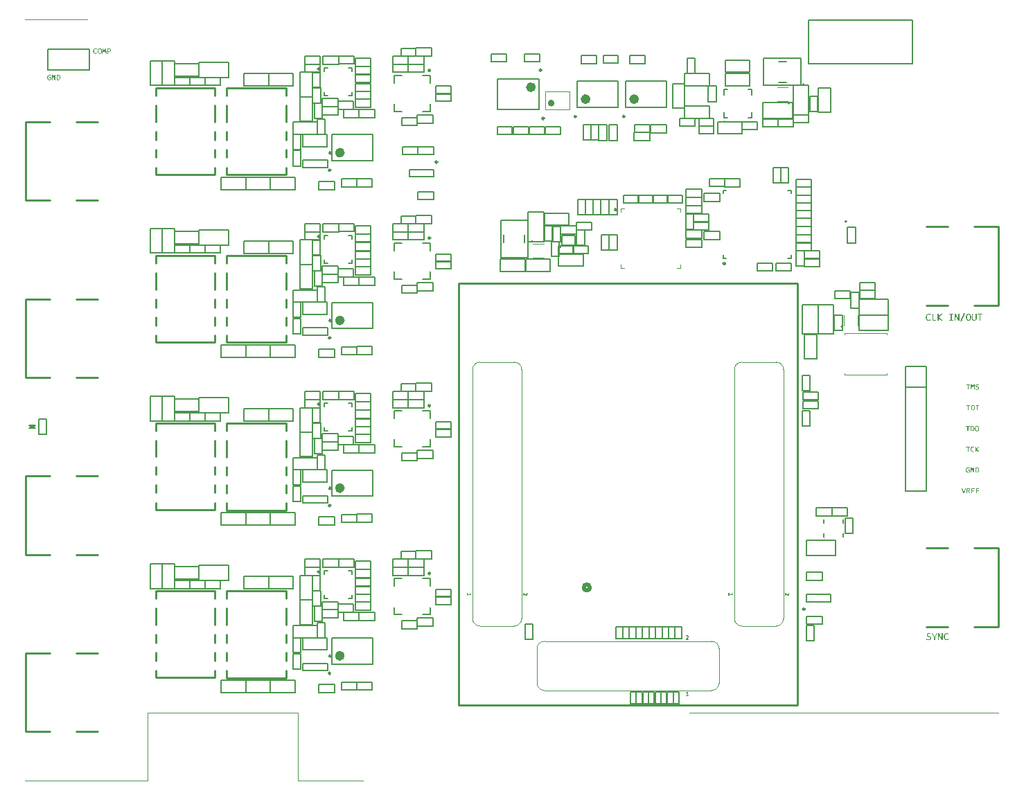
<source format=gto>
G04*
G04 #@! TF.GenerationSoftware,Altium Limited,Altium Designer,23.10.1 (27)*
G04*
G04 Layer_Color=65535*
%FSAX25Y25*%
%MOIN*%
G70*
G04*
G04 #@! TF.SameCoordinates,24A0423C-D8D6-4CDA-AFC9-E754AC273B9F*
G04*
G04*
G04 #@! TF.FilePolarity,Positive*
G04*
G01*
G75*
%ADD10C,0.02000*%
%ADD11C,0.00394*%
%ADD12C,0.00984*%
%ADD13C,0.00787*%
%ADD14C,0.00610*%
%ADD15C,0.02362*%
%ADD16C,0.01575*%
%ADD17C,0.00591*%
%ADD18C,0.01000*%
%ADD19C,0.00500*%
G36*
X0214724Y0115302D02*
Y0114966D01*
X0212922D01*
Y0114496D01*
X0212567D01*
Y0115921D01*
X0212922D01*
Y0115375D01*
X0214300D01*
X0214038Y0115850D01*
X0214366Y0115981D01*
X0214724Y0115302D01*
D02*
G37*
G36*
X0241627Y0115969D02*
X0241630Y0115966D01*
X0241638Y0115958D01*
X0241646Y0115947D01*
X0241671Y0115917D01*
X0241701Y0115879D01*
X0241733Y0115832D01*
X0241766Y0115781D01*
X0241802Y0115721D01*
X0241832Y0115658D01*
Y0115655D01*
X0241834Y0115650D01*
X0241840Y0115641D01*
X0241845Y0115628D01*
X0241851Y0115611D01*
X0241856Y0115592D01*
X0241864Y0115570D01*
X0241873Y0115546D01*
X0241886Y0115489D01*
X0241900Y0115426D01*
X0241908Y0115355D01*
X0241911Y0115281D01*
Y0115254D01*
X0241908Y0115224D01*
X0241905Y0115185D01*
X0241900Y0115142D01*
X0241894Y0115093D01*
X0241883Y0115044D01*
X0241870Y0114994D01*
Y0114992D01*
X0241867Y0114989D01*
X0241862Y0114973D01*
X0241853Y0114948D01*
X0241840Y0114918D01*
X0241824Y0114885D01*
X0241802Y0114847D01*
X0241777Y0114812D01*
X0241750Y0114776D01*
X0241747Y0114771D01*
X0241736Y0114760D01*
X0241720Y0114743D01*
X0241695Y0114724D01*
X0241668Y0114700D01*
X0241632Y0114678D01*
X0241594Y0114653D01*
X0241553Y0114634D01*
X0241548Y0114631D01*
X0241531Y0114626D01*
X0241507Y0114618D01*
X0241477Y0114607D01*
X0241436Y0114599D01*
X0241389Y0114590D01*
X0241337Y0114585D01*
X0241283Y0114582D01*
X0241280D01*
X0241278D01*
X0241261D01*
X0241236Y0114585D01*
X0241204Y0114588D01*
X0241168Y0114590D01*
X0241127Y0114596D01*
X0241086Y0114607D01*
X0241043Y0114618D01*
X0241037Y0114620D01*
X0241024Y0114623D01*
X0241002Y0114631D01*
X0240974Y0114642D01*
X0240942Y0114659D01*
X0240906Y0114675D01*
X0240868Y0114694D01*
X0240827Y0114719D01*
X0240822Y0114721D01*
X0240808Y0114730D01*
X0240789Y0114743D01*
X0240761Y0114762D01*
X0240732Y0114787D01*
X0240696Y0114814D01*
X0240658Y0114844D01*
X0240617Y0114880D01*
X0240611Y0114885D01*
X0240598Y0114896D01*
X0240579Y0114915D01*
X0240551Y0114943D01*
X0240518Y0114975D01*
X0240480Y0115011D01*
X0240439Y0115055D01*
X0240396Y0115098D01*
X0240101Y0115409D01*
Y0114506D01*
X0239732D01*
Y0115961D01*
X0240024D01*
X0240532Y0115456D01*
X0240535Y0115453D01*
X0240538Y0115450D01*
X0240546Y0115442D01*
X0240557Y0115431D01*
X0240581Y0115407D01*
X0240617Y0115374D01*
X0240655Y0115338D01*
X0240696Y0115300D01*
X0240737Y0115262D01*
X0240778Y0115229D01*
X0240783Y0115226D01*
X0240794Y0115216D01*
X0240816Y0115199D01*
X0240841Y0115180D01*
X0240868Y0115158D01*
X0240898Y0115136D01*
X0240931Y0115114D01*
X0240961Y0115095D01*
X0240964Y0115093D01*
X0240974Y0115087D01*
X0240991Y0115079D01*
X0241010Y0115068D01*
X0241035Y0115057D01*
X0241059Y0115049D01*
X0241084Y0115038D01*
X0241111Y0115033D01*
X0241114D01*
X0241125Y0115030D01*
X0241138Y0115027D01*
X0241155Y0115024D01*
X0241177Y0115022D01*
X0241201Y0115019D01*
X0241256Y0115016D01*
X0241258D01*
X0241266D01*
X0241278D01*
X0241294Y0115019D01*
X0241329Y0115024D01*
X0241370Y0115038D01*
X0241373D01*
X0241381Y0115041D01*
X0241389Y0115046D01*
X0241403Y0115052D01*
X0241436Y0115071D01*
X0241466Y0115095D01*
X0241469Y0115098D01*
X0241474Y0115101D01*
X0241479Y0115112D01*
X0241490Y0115123D01*
X0241510Y0115153D01*
X0241531Y0115191D01*
Y0115194D01*
X0241534Y0115202D01*
X0241540Y0115213D01*
X0241545Y0115229D01*
X0241548Y0115248D01*
X0241553Y0115270D01*
X0241556Y0115322D01*
Y0115344D01*
X0241553Y0115368D01*
X0241548Y0115399D01*
X0241542Y0115434D01*
X0241531Y0115475D01*
X0241518Y0115516D01*
X0241499Y0115557D01*
X0241496Y0115562D01*
X0241488Y0115576D01*
X0241477Y0115595D01*
X0241460Y0115622D01*
X0241439Y0115652D01*
X0241414Y0115688D01*
X0241387Y0115723D01*
X0241354Y0115761D01*
X0241624Y0115972D01*
X0241627Y0115969D01*
D02*
G37*
G36*
X0367611D02*
X0367614Y0115966D01*
X0367622Y0115958D01*
X0367630Y0115947D01*
X0367655Y0115917D01*
X0367685Y0115879D01*
X0367718Y0115832D01*
X0367750Y0115781D01*
X0367786Y0115721D01*
X0367816Y0115658D01*
Y0115655D01*
X0367819Y0115650D01*
X0367824Y0115641D01*
X0367830Y0115628D01*
X0367835Y0115611D01*
X0367841Y0115592D01*
X0367849Y0115570D01*
X0367857Y0115546D01*
X0367870Y0115489D01*
X0367884Y0115426D01*
X0367892Y0115355D01*
X0367895Y0115281D01*
Y0115254D01*
X0367892Y0115224D01*
X0367890Y0115185D01*
X0367884Y0115142D01*
X0367879Y0115093D01*
X0367868Y0115044D01*
X0367854Y0114994D01*
Y0114992D01*
X0367851Y0114989D01*
X0367846Y0114973D01*
X0367838Y0114948D01*
X0367824Y0114918D01*
X0367808Y0114885D01*
X0367786Y0114847D01*
X0367761Y0114812D01*
X0367734Y0114776D01*
X0367731Y0114771D01*
X0367720Y0114760D01*
X0367704Y0114743D01*
X0367679Y0114724D01*
X0367652Y0114700D01*
X0367617Y0114678D01*
X0367578Y0114653D01*
X0367537Y0114634D01*
X0367532Y0114631D01*
X0367516Y0114626D01*
X0367491Y0114618D01*
X0367461Y0114607D01*
X0367420Y0114599D01*
X0367374Y0114590D01*
X0367322Y0114585D01*
X0367267Y0114582D01*
X0367264D01*
X0367262D01*
X0367245D01*
X0367221Y0114585D01*
X0367188Y0114588D01*
X0367153Y0114590D01*
X0367112Y0114596D01*
X0367071Y0114607D01*
X0367027Y0114618D01*
X0367021Y0114620D01*
X0367008Y0114623D01*
X0366986Y0114631D01*
X0366959Y0114642D01*
X0366926Y0114659D01*
X0366890Y0114675D01*
X0366852Y0114694D01*
X0366811Y0114719D01*
X0366806Y0114721D01*
X0366792Y0114730D01*
X0366773Y0114743D01*
X0366746Y0114762D01*
X0366716Y0114787D01*
X0366680Y0114814D01*
X0366642Y0114844D01*
X0366601Y0114880D01*
X0366596Y0114885D01*
X0366582Y0114896D01*
X0366563Y0114915D01*
X0366535Y0114943D01*
X0366503Y0114975D01*
X0366465Y0115011D01*
X0366424Y0115055D01*
X0366380Y0115098D01*
X0366085Y0115409D01*
Y0114506D01*
X0365717D01*
Y0115961D01*
X0366009D01*
X0366516Y0115456D01*
X0366519Y0115453D01*
X0366522Y0115450D01*
X0366530Y0115442D01*
X0366541Y0115431D01*
X0366566Y0115407D01*
X0366601Y0115374D01*
X0366639Y0115338D01*
X0366680Y0115300D01*
X0366721Y0115262D01*
X0366762Y0115229D01*
X0366768Y0115226D01*
X0366778Y0115216D01*
X0366800Y0115199D01*
X0366825Y0115180D01*
X0366852Y0115158D01*
X0366882Y0115136D01*
X0366915Y0115114D01*
X0366945Y0115095D01*
X0366948Y0115093D01*
X0366959Y0115087D01*
X0366975Y0115079D01*
X0366994Y0115068D01*
X0367019Y0115057D01*
X0367043Y0115049D01*
X0367068Y0115038D01*
X0367095Y0115033D01*
X0367098D01*
X0367109Y0115030D01*
X0367123Y0115027D01*
X0367139Y0115024D01*
X0367161Y0115022D01*
X0367185Y0115019D01*
X0367240Y0115016D01*
X0367243D01*
X0367251D01*
X0367262D01*
X0367278Y0115019D01*
X0367314Y0115024D01*
X0367354Y0115038D01*
X0367357D01*
X0367366Y0115041D01*
X0367374Y0115046D01*
X0367387Y0115052D01*
X0367420Y0115071D01*
X0367450Y0115095D01*
X0367453Y0115098D01*
X0367458Y0115101D01*
X0367464Y0115112D01*
X0367475Y0115123D01*
X0367494Y0115153D01*
X0367516Y0115191D01*
Y0115194D01*
X0367518Y0115202D01*
X0367524Y0115213D01*
X0367529Y0115229D01*
X0367532Y0115248D01*
X0367537Y0115270D01*
X0367540Y0115322D01*
Y0115344D01*
X0367537Y0115368D01*
X0367532Y0115399D01*
X0367527Y0115434D01*
X0367516Y0115475D01*
X0367502Y0115516D01*
X0367483Y0115557D01*
X0367480Y0115562D01*
X0367472Y0115576D01*
X0367461Y0115595D01*
X0367445Y0115622D01*
X0367423Y0115652D01*
X0367398Y0115688D01*
X0367371Y0115723D01*
X0367338Y0115761D01*
X0367608Y0115972D01*
X0367611Y0115969D01*
D02*
G37*
G36*
X0340708Y0115302D02*
Y0114966D01*
X0338906D01*
Y0114496D01*
X0338551D01*
Y0115921D01*
X0338906D01*
Y0115375D01*
X0340285D01*
X0340023Y0115850D01*
X0340350Y0115981D01*
X0340708Y0115302D01*
D02*
G37*
G36*
X0319045Y0066483D02*
X0319514D01*
Y0066128D01*
X0318089D01*
Y0066483D01*
X0318635D01*
Y0067862D01*
X0318160Y0067600D01*
X0318029Y0067928D01*
X0318709Y0068285D01*
X0319045D01*
Y0066483D01*
D02*
G37*
G36*
X0318787Y0095470D02*
X0318825Y0095467D01*
X0318869Y0095461D01*
X0318918Y0095456D01*
X0318967Y0095445D01*
X0319016Y0095432D01*
X0319019D01*
X0319022Y0095429D01*
X0319038Y0095423D01*
X0319062Y0095415D01*
X0319092Y0095401D01*
X0319125Y0095385D01*
X0319163Y0095363D01*
X0319199Y0095339D01*
X0319234Y0095311D01*
X0319240Y0095309D01*
X0319251Y0095298D01*
X0319267Y0095281D01*
X0319286Y0095257D01*
X0319311Y0095230D01*
X0319333Y0095194D01*
X0319357Y0095156D01*
X0319376Y0095115D01*
X0319379Y0095109D01*
X0319385Y0095093D01*
X0319393Y0095068D01*
X0319404Y0095038D01*
X0319412Y0094997D01*
X0319420Y0094951D01*
X0319426Y0094899D01*
X0319428Y0094845D01*
Y0094842D01*
Y0094839D01*
Y0094823D01*
X0319426Y0094798D01*
X0319423Y0094765D01*
X0319420Y0094730D01*
X0319415Y0094689D01*
X0319404Y0094648D01*
X0319393Y0094604D01*
X0319390Y0094599D01*
X0319387Y0094585D01*
X0319379Y0094563D01*
X0319368Y0094536D01*
X0319352Y0094503D01*
X0319335Y0094468D01*
X0319316Y0094430D01*
X0319292Y0094389D01*
X0319289Y0094383D01*
X0319281Y0094370D01*
X0319267Y0094350D01*
X0319248Y0094323D01*
X0319223Y0094293D01*
X0319196Y0094258D01*
X0319166Y0094219D01*
X0319131Y0094178D01*
X0319125Y0094173D01*
X0319114Y0094159D01*
X0319095Y0094140D01*
X0319068Y0094113D01*
X0319035Y0094080D01*
X0319000Y0094042D01*
X0318956Y0094001D01*
X0318912Y0093957D01*
X0318601Y0093662D01*
X0319505D01*
Y0093294D01*
X0318050D01*
Y0093586D01*
X0318555Y0094094D01*
X0318557Y0094096D01*
X0318560Y0094099D01*
X0318568Y0094107D01*
X0318579Y0094118D01*
X0318604Y0094143D01*
X0318636Y0094178D01*
X0318672Y0094217D01*
X0318710Y0094258D01*
X0318748Y0094298D01*
X0318781Y0094340D01*
X0318784Y0094345D01*
X0318795Y0094356D01*
X0318811Y0094378D01*
X0318830Y0094402D01*
X0318852Y0094430D01*
X0318874Y0094460D01*
X0318896Y0094492D01*
X0318915Y0094522D01*
X0318918Y0094525D01*
X0318923Y0094536D01*
X0318931Y0094552D01*
X0318942Y0094572D01*
X0318953Y0094596D01*
X0318961Y0094621D01*
X0318972Y0094645D01*
X0318978Y0094673D01*
Y0094675D01*
X0318981Y0094686D01*
X0318983Y0094700D01*
X0318986Y0094716D01*
X0318989Y0094738D01*
X0318991Y0094763D01*
X0318994Y0094817D01*
Y0094820D01*
Y0094828D01*
Y0094839D01*
X0318991Y0094855D01*
X0318986Y0094891D01*
X0318972Y0094932D01*
Y0094935D01*
X0318970Y0094943D01*
X0318964Y0094951D01*
X0318959Y0094965D01*
X0318940Y0094997D01*
X0318915Y0095027D01*
X0318912Y0095030D01*
X0318910Y0095036D01*
X0318899Y0095041D01*
X0318888Y0095052D01*
X0318858Y0095071D01*
X0318819Y0095093D01*
X0318817D01*
X0318809Y0095096D01*
X0318798Y0095101D01*
X0318781Y0095107D01*
X0318762Y0095109D01*
X0318740Y0095115D01*
X0318688Y0095117D01*
X0318667D01*
X0318642Y0095115D01*
X0318612Y0095109D01*
X0318577Y0095104D01*
X0318535Y0095093D01*
X0318495Y0095079D01*
X0318454Y0095060D01*
X0318448Y0095057D01*
X0318435Y0095049D01*
X0318415Y0095038D01*
X0318388Y0095022D01*
X0318358Y0095000D01*
X0318323Y0094976D01*
X0318287Y0094948D01*
X0318249Y0094915D01*
X0318039Y0095186D01*
X0318041Y0095188D01*
X0318044Y0095191D01*
X0318052Y0095199D01*
X0318063Y0095208D01*
X0318093Y0095232D01*
X0318131Y0095262D01*
X0318178Y0095295D01*
X0318230Y0095328D01*
X0318290Y0095363D01*
X0318353Y0095393D01*
X0318355D01*
X0318361Y0095396D01*
X0318369Y0095401D01*
X0318383Y0095407D01*
X0318399Y0095412D01*
X0318418Y0095418D01*
X0318440Y0095426D01*
X0318464Y0095434D01*
X0318522Y0095448D01*
X0318585Y0095461D01*
X0318656Y0095470D01*
X0318729Y0095472D01*
X0318757D01*
X0318787Y0095470D01*
D02*
G37*
G36*
X0435207Y0096532D02*
X0435273Y0096528D01*
X0435289D01*
X0435310Y0096524D01*
X0435334D01*
X0435363Y0096520D01*
X0435396Y0096516D01*
X0435465Y0096503D01*
X0435470D01*
X0435482Y0096499D01*
X0435502D01*
X0435527Y0096495D01*
X0435556Y0096491D01*
X0435589Y0096483D01*
X0435658Y0096471D01*
X0435662D01*
X0435675Y0096466D01*
X0435695D01*
X0435720Y0096462D01*
X0435777Y0096450D01*
X0435839Y0096438D01*
Y0096044D01*
X0435835D01*
X0435830Y0096048D01*
X0435806Y0096052D01*
X0435769Y0096065D01*
X0435720Y0096073D01*
X0435662Y0096089D01*
X0435597Y0096102D01*
X0435527Y0096114D01*
X0435457Y0096126D01*
X0435449D01*
X0435425Y0096130D01*
X0435388Y0096134D01*
X0435343Y0096143D01*
X0435285Y0096147D01*
X0435224Y0096151D01*
X0435088Y0096155D01*
X0435027D01*
X0434994Y0096151D01*
X0434961Y0096147D01*
X0434879Y0096139D01*
X0434789Y0096122D01*
X0434695Y0096102D01*
X0434609Y0096069D01*
X0434572Y0096048D01*
X0434535Y0096028D01*
X0434527Y0096024D01*
X0434506Y0096003D01*
X0434477Y0095979D01*
X0434449Y0095938D01*
X0434416Y0095888D01*
X0434387Y0095831D01*
X0434367Y0095765D01*
X0434363Y0095728D01*
X0434359Y0095692D01*
Y0095688D01*
Y0095671D01*
X0434363Y0095647D01*
X0434367Y0095614D01*
X0434375Y0095581D01*
X0434387Y0095540D01*
X0434404Y0095503D01*
X0434428Y0095466D01*
X0434432Y0095462D01*
X0434441Y0095450D01*
X0434457Y0095433D01*
X0434481Y0095409D01*
X0434506Y0095384D01*
X0434539Y0095355D01*
X0434580Y0095327D01*
X0434621Y0095298D01*
X0434625Y0095294D01*
X0434641Y0095286D01*
X0434666Y0095273D01*
X0434699Y0095253D01*
X0434740Y0095232D01*
X0434785Y0095212D01*
X0434838Y0095187D01*
X0434892Y0095163D01*
X0434900Y0095159D01*
X0434916Y0095155D01*
X0434949Y0095142D01*
X0434986Y0095126D01*
X0435035Y0095109D01*
X0435084Y0095085D01*
X0435199Y0095040D01*
X0435207Y0095036D01*
X0435228Y0095027D01*
X0435256Y0095015D01*
X0435297Y0094999D01*
X0435343Y0094978D01*
X0435396Y0094954D01*
X0435506Y0094900D01*
X0435515Y0094896D01*
X0435531Y0094888D01*
X0435560Y0094872D01*
X0435597Y0094847D01*
X0435638Y0094822D01*
X0435683Y0094790D01*
X0435777Y0094716D01*
X0435781Y0094712D01*
X0435798Y0094699D01*
X0435818Y0094675D01*
X0435847Y0094646D01*
X0435876Y0094613D01*
X0435908Y0094572D01*
X0435941Y0094523D01*
X0435970Y0094474D01*
X0435974Y0094466D01*
X0435982Y0094449D01*
X0435994Y0094421D01*
X0436007Y0094380D01*
X0436019Y0094330D01*
X0436031Y0094277D01*
X0436039Y0094212D01*
X0436044Y0094142D01*
Y0094138D01*
Y0094134D01*
Y0094121D01*
Y0094105D01*
X0436039Y0094060D01*
X0436031Y0094007D01*
X0436019Y0093941D01*
X0436003Y0093875D01*
X0435982Y0093806D01*
X0435949Y0093740D01*
X0435945Y0093732D01*
X0435933Y0093711D01*
X0435912Y0093678D01*
X0435880Y0093642D01*
X0435843Y0093592D01*
X0435798Y0093547D01*
X0435748Y0093498D01*
X0435687Y0093453D01*
X0435679Y0093449D01*
X0435658Y0093432D01*
X0435621Y0093412D01*
X0435572Y0093387D01*
X0435515Y0093359D01*
X0435445Y0093334D01*
X0435367Y0093305D01*
X0435281Y0093281D01*
X0435277D01*
X0435269Y0093277D01*
X0435256D01*
X0435240Y0093273D01*
X0435219Y0093269D01*
X0435191Y0093264D01*
X0435129Y0093256D01*
X0435051Y0093244D01*
X0434965Y0093236D01*
X0434867Y0093232D01*
X0434764Y0093227D01*
X0434687D01*
X0434646Y0093232D01*
X0434605D01*
X0434510Y0093240D01*
X0434490D01*
X0434465Y0093244D01*
X0434432Y0093248D01*
X0434395D01*
X0434354Y0093252D01*
X0434264Y0093264D01*
X0434260D01*
X0434244Y0093269D01*
X0434223D01*
X0434190Y0093273D01*
X0434158Y0093277D01*
X0434121Y0093281D01*
X0434043Y0093293D01*
X0434039D01*
X0434026Y0093297D01*
X0434006Y0093301D01*
X0433981Y0093305D01*
X0433924Y0093322D01*
X0433858Y0093338D01*
Y0093761D01*
X0433862D01*
X0433867Y0093756D01*
X0433891Y0093748D01*
X0433928Y0093736D01*
X0433981Y0093720D01*
X0434039Y0093703D01*
X0434113Y0093683D01*
X0434190Y0093666D01*
X0434272Y0093650D01*
X0434285D01*
X0434297Y0093646D01*
X0434313D01*
X0434334Y0093642D01*
X0434363Y0093638D01*
X0434424Y0093633D01*
X0434502Y0093625D01*
X0434592Y0093617D01*
X0434691Y0093613D01*
X0434871D01*
X0434920Y0093617D01*
X0434978Y0093621D01*
X0435035Y0093625D01*
X0435097Y0093633D01*
X0435154Y0093646D01*
X0435162D01*
X0435179Y0093654D01*
X0435207Y0093658D01*
X0435240Y0093670D01*
X0435281Y0093683D01*
X0435322Y0093703D01*
X0435363Y0093720D01*
X0435400Y0093744D01*
X0435404Y0093748D01*
X0435416Y0093756D01*
X0435433Y0093769D01*
X0435453Y0093789D01*
X0435474Y0093814D01*
X0435498Y0093838D01*
X0435519Y0093871D01*
X0435539Y0093904D01*
X0435543Y0093908D01*
X0435547Y0093920D01*
X0435556Y0093941D01*
X0435564Y0093966D01*
X0435572Y0093998D01*
X0435576Y0094035D01*
X0435584Y0094072D01*
Y0094117D01*
Y0094121D01*
Y0094138D01*
X0435580Y0094162D01*
X0435576Y0094195D01*
X0435568Y0094228D01*
X0435552Y0094265D01*
X0435535Y0094302D01*
X0435511Y0094339D01*
X0435506Y0094343D01*
X0435498Y0094355D01*
X0435482Y0094371D01*
X0435457Y0094396D01*
X0435433Y0094421D01*
X0435400Y0094449D01*
X0435359Y0094474D01*
X0435318Y0094503D01*
X0435314Y0094507D01*
X0435297Y0094515D01*
X0435273Y0094531D01*
X0435240Y0094548D01*
X0435199Y0094568D01*
X0435154Y0094593D01*
X0435101Y0094613D01*
X0435047Y0094638D01*
X0435039Y0094642D01*
X0435023Y0094650D01*
X0434990Y0094662D01*
X0434953Y0094675D01*
X0434904Y0094695D01*
X0434855Y0094716D01*
X0434740Y0094761D01*
X0434732Y0094765D01*
X0434715Y0094773D01*
X0434682Y0094785D01*
X0434641Y0094802D01*
X0434596Y0094822D01*
X0434543Y0094847D01*
X0434432Y0094900D01*
X0434424Y0094904D01*
X0434408Y0094913D01*
X0434379Y0094929D01*
X0434342Y0094954D01*
X0434301Y0094978D01*
X0434256Y0095011D01*
X0434162Y0095081D01*
X0434158Y0095085D01*
X0434141Y0095097D01*
X0434121Y0095122D01*
X0434092Y0095150D01*
X0434063Y0095183D01*
X0434030Y0095224D01*
X0433998Y0095269D01*
X0433969Y0095319D01*
X0433965Y0095327D01*
X0433957Y0095343D01*
X0433949Y0095372D01*
X0433936Y0095413D01*
X0433920Y0095462D01*
X0433912Y0095515D01*
X0433903Y0095577D01*
X0433899Y0095647D01*
Y0095655D01*
Y0095675D01*
X0433903Y0095708D01*
X0433908Y0095749D01*
X0433916Y0095798D01*
X0433928Y0095851D01*
X0433944Y0095909D01*
X0433965Y0095970D01*
X0433969Y0095979D01*
X0433977Y0095999D01*
X0433994Y0096028D01*
X0434018Y0096069D01*
X0434047Y0096114D01*
X0434084Y0096159D01*
X0434129Y0096208D01*
X0434178Y0096257D01*
X0434186Y0096262D01*
X0434207Y0096278D01*
X0434235Y0096302D01*
X0434281Y0096327D01*
X0434334Y0096360D01*
X0434400Y0096393D01*
X0434473Y0096425D01*
X0434555Y0096458D01*
X0434559D01*
X0434568Y0096462D01*
X0434580Y0096466D01*
X0434596Y0096471D01*
X0434617Y0096475D01*
X0434646Y0096483D01*
X0434674Y0096491D01*
X0434711Y0096499D01*
X0434789Y0096512D01*
X0434883Y0096524D01*
X0434986Y0096532D01*
X0435101Y0096536D01*
X0435179D01*
X0435207Y0096532D01*
D02*
G37*
G36*
X0443698Y0096528D02*
X0443764Y0096524D01*
X0443834Y0096516D01*
X0443977Y0096491D01*
X0443985D01*
X0444010Y0096483D01*
X0444047Y0096475D01*
X0444096Y0096462D01*
X0444153Y0096446D01*
X0444215Y0096425D01*
X0444350Y0096376D01*
Y0095946D01*
X0444342Y0095950D01*
X0444321Y0095962D01*
X0444285Y0095979D01*
X0444240Y0095999D01*
X0444182Y0096024D01*
X0444121Y0096048D01*
X0444055Y0096069D01*
X0443985Y0096089D01*
X0443977Y0096093D01*
X0443953Y0096097D01*
X0443916Y0096106D01*
X0443866Y0096118D01*
X0443805Y0096126D01*
X0443735Y0096134D01*
X0443661Y0096139D01*
X0443579Y0096143D01*
X0443542D01*
X0443497Y0096139D01*
X0443444Y0096130D01*
X0443378Y0096122D01*
X0443313Y0096106D01*
X0443239Y0096085D01*
X0443169Y0096056D01*
X0443161Y0096052D01*
X0443141Y0096040D01*
X0443104Y0096020D01*
X0443063Y0095995D01*
X0443014Y0095958D01*
X0442960Y0095913D01*
X0442907Y0095864D01*
X0442858Y0095806D01*
X0442854Y0095798D01*
X0442837Y0095778D01*
X0442813Y0095745D01*
X0442784Y0095696D01*
X0442755Y0095638D01*
X0442723Y0095573D01*
X0442690Y0095499D01*
X0442661Y0095413D01*
Y0095409D01*
X0442657Y0095401D01*
Y0095388D01*
X0442653Y0095372D01*
X0442645Y0095351D01*
X0442640Y0095323D01*
X0442628Y0095261D01*
X0442616Y0095183D01*
X0442608Y0095093D01*
X0442599Y0094995D01*
X0442595Y0094884D01*
Y0094876D01*
Y0094855D01*
Y0094822D01*
X0442599Y0094781D01*
X0442604Y0094728D01*
X0442608Y0094671D01*
X0442616Y0094605D01*
X0442628Y0094531D01*
X0442657Y0094380D01*
X0442677Y0094302D01*
X0442702Y0094224D01*
X0442731Y0094146D01*
X0442764Y0094072D01*
X0442800Y0094002D01*
X0442845Y0093941D01*
X0442850Y0093937D01*
X0442858Y0093929D01*
X0442874Y0093912D01*
X0442895Y0093892D01*
X0442919Y0093867D01*
X0442952Y0093843D01*
X0442989Y0093814D01*
X0443034Y0093785D01*
X0443083Y0093752D01*
X0443137Y0093724D01*
X0443198Y0093699D01*
X0443268Y0093674D01*
X0443337Y0093654D01*
X0443415Y0093638D01*
X0443497Y0093629D01*
X0443588Y0093625D01*
X0443624D01*
X0443666Y0093629D01*
X0443715D01*
X0443776Y0093638D01*
X0443842Y0093646D01*
X0443916Y0093654D01*
X0443985Y0093670D01*
X0443989D01*
X0443994Y0093674D01*
X0444018Y0093678D01*
X0444055Y0093691D01*
X0444100Y0093707D01*
X0444158Y0093724D01*
X0444219Y0093748D01*
X0444350Y0093806D01*
Y0093392D01*
X0444346D01*
X0444334Y0093383D01*
X0444313Y0093375D01*
X0444285Y0093367D01*
X0444248Y0093355D01*
X0444207Y0093342D01*
X0444158Y0093326D01*
X0444104Y0093314D01*
X0444043Y0093297D01*
X0443981Y0093281D01*
X0443842Y0093256D01*
X0443694Y0093240D01*
X0443538Y0093232D01*
X0443510D01*
X0443473Y0093236D01*
X0443428Y0093240D01*
X0443370Y0093244D01*
X0443305Y0093252D01*
X0443231Y0093264D01*
X0443153Y0093281D01*
X0443071Y0093305D01*
X0442985Y0093330D01*
X0442899Y0093363D01*
X0442809Y0093404D01*
X0442727Y0093449D01*
X0442645Y0093502D01*
X0442567Y0093568D01*
X0442493Y0093638D01*
X0442489Y0093642D01*
X0442477Y0093658D01*
X0442460Y0093683D01*
X0442436Y0093715D01*
X0442407Y0093756D01*
X0442378Y0093810D01*
X0442345Y0093871D01*
X0442312Y0093941D01*
X0442276Y0094023D01*
X0442243Y0094113D01*
X0442214Y0094212D01*
X0442185Y0094318D01*
X0442161Y0094437D01*
X0442144Y0094564D01*
X0442132Y0094699D01*
X0442128Y0094843D01*
Y0094847D01*
Y0094859D01*
Y0094880D01*
Y0094908D01*
X0442132Y0094941D01*
Y0094982D01*
X0442136Y0095027D01*
X0442140Y0095077D01*
X0442153Y0095187D01*
X0442169Y0095302D01*
X0442194Y0095425D01*
X0442226Y0095544D01*
Y0095548D01*
X0442231Y0095556D01*
X0442239Y0095573D01*
X0442247Y0095597D01*
X0442255Y0095622D01*
X0442267Y0095655D01*
X0442300Y0095728D01*
X0442341Y0095811D01*
X0442390Y0095901D01*
X0442448Y0095987D01*
X0442513Y0096073D01*
X0442518Y0096077D01*
X0442522Y0096081D01*
X0442534Y0096093D01*
X0442546Y0096110D01*
X0442587Y0096151D01*
X0442640Y0096200D01*
X0442706Y0096253D01*
X0442784Y0096311D01*
X0442874Y0096364D01*
X0442969Y0096413D01*
X0442973D01*
X0442981Y0096417D01*
X0442997Y0096425D01*
X0443014Y0096434D01*
X0443042Y0096442D01*
X0443071Y0096450D01*
X0443104Y0096462D01*
X0443145Y0096475D01*
X0443231Y0096495D01*
X0443333Y0096516D01*
X0443444Y0096528D01*
X0443563Y0096532D01*
X0443645D01*
X0443698Y0096528D01*
D02*
G37*
G36*
X0437966Y0094421D02*
Y0093273D01*
X0437524D01*
Y0094433D01*
X0436359Y0096491D01*
X0436888D01*
X0437528Y0095310D01*
X0437761Y0094839D01*
X0437979Y0095269D01*
X0438627Y0096491D01*
X0439131D01*
X0437966Y0094421D01*
D02*
G37*
G36*
X0441611Y0093273D02*
X0441017D01*
X0440119Y0095278D01*
X0439861Y0095925D01*
Y0094302D01*
Y0093273D01*
X0439422D01*
Y0096491D01*
X0440008D01*
X0440861Y0094585D01*
X0441173Y0093851D01*
Y0095573D01*
Y0096491D01*
X0441611D01*
Y0093273D01*
D02*
G37*
G36*
X0451980Y0163732D02*
X0451508D01*
X0450652Y0166307D01*
X0451049D01*
X0451603Y0164569D01*
X0451760Y0164060D01*
X0451921Y0164569D01*
X0452479Y0166307D01*
X0452853D01*
X0451980Y0163732D01*
D02*
G37*
G36*
X0459154Y0166009D02*
X0458058D01*
Y0165172D01*
X0459094D01*
Y0164880D01*
X0458058D01*
Y0163732D01*
X0457700D01*
Y0166307D01*
X0459154D01*
Y0166009D01*
D02*
G37*
G36*
X0456940Y0166012D02*
X0455828D01*
Y0165215D01*
X0456894D01*
Y0164920D01*
X0455828D01*
Y0164031D01*
X0456940D01*
Y0163732D01*
X0455477D01*
Y0166307D01*
X0456940D01*
Y0166012D01*
D02*
G37*
G36*
X0453965Y0166304D02*
X0454017Y0166300D01*
X0454076Y0166294D01*
X0454142Y0166284D01*
X0454207Y0166271D01*
X0454270Y0166255D01*
X0454273D01*
X0454276Y0166251D01*
X0454296Y0166245D01*
X0454325Y0166235D01*
X0454365Y0166218D01*
X0454407Y0166199D01*
X0454450Y0166176D01*
X0454496Y0166150D01*
X0454535Y0166117D01*
X0454539Y0166114D01*
X0454552Y0166100D01*
X0454571Y0166081D01*
X0454594Y0166058D01*
X0454621Y0166025D01*
X0454643Y0165989D01*
X0454670Y0165949D01*
X0454690Y0165904D01*
X0454693Y0165897D01*
X0454696Y0165881D01*
X0454706Y0165858D01*
X0454716Y0165822D01*
X0454722Y0165782D01*
X0454732Y0165736D01*
X0454735Y0165684D01*
X0454739Y0165628D01*
Y0165622D01*
Y0165608D01*
X0454735Y0165585D01*
Y0165553D01*
X0454729Y0165520D01*
X0454722Y0165480D01*
X0454716Y0165441D01*
X0454703Y0165399D01*
Y0165395D01*
X0454696Y0165379D01*
X0454686Y0165359D01*
X0454676Y0165333D01*
X0454660Y0165303D01*
X0454640Y0165271D01*
X0454621Y0165234D01*
X0454594Y0165202D01*
X0454591Y0165198D01*
X0454581Y0165189D01*
X0454568Y0165172D01*
X0454548Y0165153D01*
X0454522Y0165126D01*
X0454493Y0165103D01*
X0454457Y0165077D01*
X0454421Y0165051D01*
X0454417Y0165048D01*
X0454404Y0165041D01*
X0454381Y0165028D01*
X0454352Y0165015D01*
X0454319Y0165002D01*
X0454280Y0164985D01*
X0454234Y0164969D01*
X0454184Y0164956D01*
X0454188D01*
X0454204Y0164949D01*
X0454224Y0164939D01*
X0454247Y0164926D01*
X0454276Y0164907D01*
X0454309Y0164887D01*
X0454339Y0164857D01*
X0454368Y0164824D01*
X0454371Y0164821D01*
X0454381Y0164808D01*
X0454397Y0164788D01*
X0454417Y0164759D01*
X0454440Y0164723D01*
X0454466Y0164683D01*
X0454496Y0164634D01*
X0454526Y0164578D01*
X0454932Y0163732D01*
X0454535D01*
X0454152Y0164552D01*
X0454148Y0164556D01*
X0454145Y0164569D01*
X0454135Y0164585D01*
X0454125Y0164608D01*
X0454096Y0164661D01*
X0454063Y0164710D01*
X0454060Y0164713D01*
X0454056Y0164720D01*
X0454047Y0164733D01*
X0454034Y0164746D01*
X0454001Y0164779D01*
X0453965Y0164808D01*
X0453961Y0164811D01*
X0453955Y0164815D01*
X0453945Y0164821D01*
X0453932Y0164828D01*
X0453896Y0164844D01*
X0453850Y0164861D01*
X0453847D01*
X0453840Y0164864D01*
X0453827Y0164867D01*
X0453810Y0164870D01*
X0453788D01*
X0453764Y0164874D01*
X0453712Y0164877D01*
X0453548D01*
Y0163732D01*
X0453197D01*
Y0166307D01*
X0453942D01*
X0453965Y0166304D01*
D02*
G37*
G36*
X0456313Y0186337D02*
X0456365Y0186333D01*
X0456421Y0186327D01*
X0456536Y0186307D01*
X0456543D01*
X0456562Y0186301D01*
X0456592Y0186294D01*
X0456631Y0186284D01*
X0456677Y0186271D01*
X0456726Y0186255D01*
X0456835Y0186215D01*
Y0185871D01*
X0456828Y0185874D01*
X0456812Y0185884D01*
X0456782Y0185897D01*
X0456746Y0185914D01*
X0456700Y0185933D01*
X0456651Y0185953D01*
X0456598Y0185969D01*
X0456543Y0185986D01*
X0456536Y0185989D01*
X0456516Y0185992D01*
X0456487Y0185999D01*
X0456448Y0186009D01*
X0456398Y0186015D01*
X0456343Y0186022D01*
X0456284Y0186025D01*
X0456218Y0186028D01*
X0456188D01*
X0456152Y0186025D01*
X0456110Y0186018D01*
X0456057Y0186012D01*
X0456005Y0185999D01*
X0455946Y0185982D01*
X0455890Y0185959D01*
X0455883Y0185956D01*
X0455867Y0185946D01*
X0455837Y0185930D01*
X0455805Y0185910D01*
X0455765Y0185881D01*
X0455723Y0185845D01*
X0455680Y0185805D01*
X0455641Y0185759D01*
X0455637Y0185753D01*
X0455624Y0185736D01*
X0455605Y0185710D01*
X0455582Y0185671D01*
X0455559Y0185625D01*
X0455532Y0185572D01*
X0455506Y0185513D01*
X0455483Y0185444D01*
Y0185441D01*
X0455480Y0185435D01*
Y0185425D01*
X0455477Y0185412D01*
X0455470Y0185395D01*
X0455467Y0185372D01*
X0455457Y0185323D01*
X0455447Y0185261D01*
X0455441Y0185189D01*
X0455434Y0185110D01*
X0455431Y0185021D01*
Y0185015D01*
Y0184998D01*
Y0184972D01*
X0455434Y0184939D01*
X0455437Y0184897D01*
X0455441Y0184851D01*
X0455447Y0184798D01*
X0455457Y0184739D01*
X0455480Y0184618D01*
X0455496Y0184556D01*
X0455516Y0184493D01*
X0455539Y0184431D01*
X0455565Y0184372D01*
X0455595Y0184316D01*
X0455631Y0184267D01*
X0455634Y0184264D01*
X0455641Y0184257D01*
X0455654Y0184244D01*
X0455670Y0184228D01*
X0455690Y0184208D01*
X0455716Y0184188D01*
X0455746Y0184165D01*
X0455782Y0184142D01*
X0455821Y0184116D01*
X0455864Y0184093D01*
X0455913Y0184073D01*
X0455969Y0184054D01*
X0456024Y0184037D01*
X0456087Y0184024D01*
X0456152Y0184018D01*
X0456224Y0184014D01*
X0456254D01*
X0456287Y0184018D01*
X0456326D01*
X0456375Y0184024D01*
X0456428Y0184031D01*
X0456487Y0184037D01*
X0456543Y0184050D01*
X0456546D01*
X0456549Y0184054D01*
X0456569Y0184057D01*
X0456598Y0184067D01*
X0456635Y0184080D01*
X0456680Y0184093D01*
X0456730Y0184113D01*
X0456835Y0184159D01*
Y0183827D01*
X0456831D01*
X0456821Y0183821D01*
X0456805Y0183814D01*
X0456782Y0183808D01*
X0456753Y0183798D01*
X0456720Y0183788D01*
X0456680Y0183775D01*
X0456638Y0183765D01*
X0456589Y0183752D01*
X0456539Y0183739D01*
X0456428Y0183719D01*
X0456310Y0183706D01*
X0456185Y0183700D01*
X0456162D01*
X0456133Y0183703D01*
X0456097Y0183706D01*
X0456051Y0183709D01*
X0455998Y0183716D01*
X0455939Y0183726D01*
X0455877Y0183739D01*
X0455811Y0183758D01*
X0455742Y0183778D01*
X0455674Y0183804D01*
X0455601Y0183837D01*
X0455536Y0183873D01*
X0455470Y0183916D01*
X0455408Y0183968D01*
X0455349Y0184024D01*
X0455345Y0184028D01*
X0455336Y0184041D01*
X0455323Y0184060D01*
X0455303Y0184087D01*
X0455280Y0184119D01*
X0455257Y0184162D01*
X0455231Y0184211D01*
X0455204Y0184267D01*
X0455175Y0184333D01*
X0455149Y0184405D01*
X0455126Y0184483D01*
X0455103Y0184569D01*
X0455083Y0184664D01*
X0455070Y0184766D01*
X0455060Y0184874D01*
X0455057Y0184988D01*
Y0184992D01*
Y0185002D01*
Y0185018D01*
Y0185041D01*
X0455060Y0185067D01*
Y0185100D01*
X0455063Y0185136D01*
X0455067Y0185176D01*
X0455077Y0185264D01*
X0455090Y0185356D01*
X0455109Y0185454D01*
X0455135Y0185549D01*
Y0185553D01*
X0455139Y0185559D01*
X0455145Y0185572D01*
X0455152Y0185592D01*
X0455159Y0185612D01*
X0455168Y0185638D01*
X0455195Y0185697D01*
X0455227Y0185763D01*
X0455267Y0185835D01*
X0455313Y0185904D01*
X0455365Y0185972D01*
X0455368Y0185976D01*
X0455372Y0185979D01*
X0455381Y0185989D01*
X0455391Y0186002D01*
X0455424Y0186035D01*
X0455467Y0186074D01*
X0455519Y0186117D01*
X0455582Y0186163D01*
X0455654Y0186205D01*
X0455729Y0186245D01*
X0455732D01*
X0455739Y0186248D01*
X0455752Y0186255D01*
X0455765Y0186261D01*
X0455788Y0186268D01*
X0455811Y0186274D01*
X0455837Y0186284D01*
X0455870Y0186294D01*
X0455939Y0186310D01*
X0456021Y0186327D01*
X0456110Y0186337D01*
X0456205Y0186340D01*
X0456270D01*
X0456313Y0186337D01*
D02*
G37*
G36*
X0458094Y0185080D02*
X0459154Y0183732D01*
X0458714D01*
X0457753Y0184995D01*
Y0183732D01*
X0457402D01*
Y0186307D01*
X0457753D01*
Y0185107D01*
X0458694Y0186307D01*
X0459108D01*
X0458094Y0185080D01*
D02*
G37*
G36*
X0454706Y0186009D02*
X0453945D01*
Y0183732D01*
X0453591D01*
Y0186009D01*
X0452830D01*
Y0186307D01*
X0454706D01*
Y0186009D01*
D02*
G37*
G36*
X0454102Y0176340D02*
X0454152Y0176337D01*
X0454207Y0176330D01*
X0454325Y0176310D01*
X0454332D01*
X0454352Y0176304D01*
X0454384Y0176297D01*
X0454424Y0176287D01*
X0454470Y0176274D01*
X0454519Y0176258D01*
X0454571Y0176238D01*
X0454627Y0176215D01*
Y0175868D01*
X0454621Y0175871D01*
X0454601Y0175881D01*
X0454575Y0175894D01*
X0454535Y0175910D01*
X0454489Y0175930D01*
X0454440Y0175950D01*
X0454384Y0175969D01*
X0454329Y0175986D01*
X0454322Y0175989D01*
X0454302Y0175992D01*
X0454273Y0175999D01*
X0454230Y0176009D01*
X0454181Y0176015D01*
X0454125Y0176022D01*
X0454066Y0176025D01*
X0454001Y0176028D01*
X0453968D01*
X0453948Y0176025D01*
X0453929D01*
X0453879Y0176018D01*
X0453824Y0176009D01*
X0453761Y0175996D01*
X0453699Y0175979D01*
X0453637Y0175953D01*
X0453633D01*
X0453630Y0175950D01*
X0453610Y0175940D01*
X0453581Y0175923D01*
X0453542Y0175900D01*
X0453499Y0175871D01*
X0453456Y0175835D01*
X0453410Y0175795D01*
X0453368Y0175746D01*
X0453364Y0175740D01*
X0453351Y0175723D01*
X0453332Y0175694D01*
X0453305Y0175658D01*
X0453279Y0175612D01*
X0453253Y0175556D01*
X0453223Y0175497D01*
X0453200Y0175428D01*
Y0175425D01*
X0453197Y0175418D01*
X0453194Y0175408D01*
X0453191Y0175395D01*
X0453187Y0175379D01*
X0453184Y0175356D01*
X0453174Y0175307D01*
X0453161Y0175244D01*
X0453154Y0175172D01*
X0453148Y0175097D01*
X0453145Y0175012D01*
Y0175008D01*
Y0175002D01*
Y0174988D01*
Y0174972D01*
Y0174952D01*
X0453148Y0174926D01*
X0453151Y0174870D01*
X0453154Y0174805D01*
X0453164Y0174733D01*
X0453174Y0174661D01*
X0453191Y0174588D01*
Y0174585D01*
X0453194Y0174582D01*
X0453197Y0174572D01*
X0453200Y0174559D01*
X0453210Y0174523D01*
X0453227Y0174480D01*
X0453246Y0174428D01*
X0453272Y0174375D01*
X0453302Y0174323D01*
X0453335Y0174270D01*
X0453338Y0174264D01*
X0453355Y0174250D01*
X0453374Y0174227D01*
X0453407Y0174198D01*
X0453443Y0174165D01*
X0453486Y0174132D01*
X0453538Y0174103D01*
X0453594Y0174073D01*
X0453597D01*
X0453601Y0174070D01*
X0453610Y0174067D01*
X0453623Y0174064D01*
X0453656Y0174050D01*
X0453699Y0174041D01*
X0453755Y0174028D01*
X0453817Y0174014D01*
X0453889Y0174008D01*
X0453968Y0174004D01*
X0454020D01*
X0454050Y0174008D01*
X0454056D01*
X0454076Y0174011D01*
X0454102Y0174014D01*
X0454135Y0174018D01*
X0454142D01*
X0454161Y0174021D01*
X0454188Y0174028D01*
X0454217Y0174034D01*
X0454220D01*
X0454224Y0174037D01*
X0454243Y0174041D01*
X0454266Y0174047D01*
X0454293Y0174057D01*
Y0174880D01*
X0453768D01*
Y0175169D01*
X0454640D01*
Y0173850D01*
X0454637D01*
X0454627Y0173844D01*
X0454611Y0173837D01*
X0454588Y0173827D01*
X0454562Y0173818D01*
X0454532Y0173808D01*
X0454466Y0173785D01*
X0454463D01*
X0454450Y0173782D01*
X0454434Y0173775D01*
X0454411Y0173768D01*
X0454381Y0173758D01*
X0454352Y0173752D01*
X0454283Y0173735D01*
X0454280D01*
X0454266Y0173732D01*
X0454250Y0173729D01*
X0454227Y0173726D01*
X0454198Y0173722D01*
X0454168Y0173719D01*
X0454099Y0173709D01*
X0454096D01*
X0454083Y0173706D01*
X0454066D01*
X0454043Y0173703D01*
X0454014Y0173699D01*
X0453984D01*
X0453919Y0173696D01*
X0453876D01*
X0453850Y0173699D01*
X0453824D01*
X0453794Y0173703D01*
X0453761Y0173706D01*
X0453686Y0173716D01*
X0453607Y0173732D01*
X0453525Y0173752D01*
X0453443Y0173778D01*
X0453440D01*
X0453433Y0173782D01*
X0453423Y0173788D01*
X0453407Y0173795D01*
X0453391Y0173801D01*
X0453368Y0173814D01*
X0453318Y0173840D01*
X0453263Y0173873D01*
X0453204Y0173916D01*
X0453141Y0173965D01*
X0453082Y0174021D01*
Y0174024D01*
X0453076Y0174028D01*
X0453069Y0174037D01*
X0453059Y0174050D01*
X0453046Y0174067D01*
X0453033Y0174086D01*
X0453000Y0174132D01*
X0452961Y0174191D01*
X0452925Y0174260D01*
X0452889Y0174339D01*
X0452856Y0174428D01*
Y0174431D01*
X0452853Y0174437D01*
X0452849Y0174451D01*
X0452843Y0174470D01*
X0452836Y0174493D01*
X0452830Y0174523D01*
X0452823Y0174552D01*
X0452817Y0174588D01*
X0452810Y0174628D01*
X0452804Y0174670D01*
X0452790Y0174766D01*
X0452780Y0174874D01*
X0452777Y0174988D01*
Y0174992D01*
Y0175002D01*
Y0175018D01*
Y0175041D01*
X0452780Y0175071D01*
Y0175103D01*
X0452784Y0175139D01*
X0452787Y0175179D01*
X0452800Y0175267D01*
X0452813Y0175362D01*
X0452836Y0175461D01*
X0452866Y0175556D01*
Y0175559D01*
X0452869Y0175566D01*
X0452876Y0175579D01*
X0452882Y0175599D01*
X0452892Y0175622D01*
X0452902Y0175645D01*
X0452931Y0175704D01*
X0452964Y0175772D01*
X0453007Y0175841D01*
X0453056Y0175914D01*
X0453112Y0175982D01*
X0453115Y0175986D01*
X0453118Y0175989D01*
X0453128Y0175999D01*
X0453141Y0176012D01*
X0453174Y0176045D01*
X0453220Y0176084D01*
X0453276Y0176127D01*
X0453341Y0176169D01*
X0453417Y0176212D01*
X0453499Y0176251D01*
X0453502D01*
X0453509Y0176255D01*
X0453522Y0176261D01*
X0453538Y0176264D01*
X0453561Y0176274D01*
X0453584Y0176281D01*
X0453614Y0176287D01*
X0453646Y0176297D01*
X0453719Y0176314D01*
X0453804Y0176330D01*
X0453899Y0176340D01*
X0453997Y0176343D01*
X0454060D01*
X0454102Y0176340D01*
D02*
G37*
G36*
X0456848Y0173732D02*
X0456372D01*
X0455654Y0175336D01*
X0455447Y0175854D01*
Y0174556D01*
Y0173732D01*
X0455096D01*
Y0176307D01*
X0455565D01*
X0456248Y0174782D01*
X0456497Y0174195D01*
Y0175572D01*
Y0176307D01*
X0456848D01*
Y0173732D01*
D02*
G37*
G36*
X0458015Y0176304D02*
X0458055D01*
X0458104Y0176297D01*
X0458163Y0176291D01*
X0458225Y0176281D01*
X0458294Y0176268D01*
X0458366Y0176251D01*
X0458442Y0176232D01*
X0458517Y0176205D01*
X0458589Y0176176D01*
X0458662Y0176140D01*
X0458730Y0176097D01*
X0458796Y0176051D01*
X0458855Y0175996D01*
X0458858Y0175992D01*
X0458868Y0175982D01*
X0458881Y0175963D01*
X0458901Y0175936D01*
X0458924Y0175904D01*
X0458950Y0175864D01*
X0458976Y0175815D01*
X0459006Y0175759D01*
X0459032Y0175697D01*
X0459058Y0175628D01*
X0459085Y0175549D01*
X0459108Y0175464D01*
X0459127Y0175372D01*
X0459140Y0175271D01*
X0459150Y0175162D01*
X0459154Y0175048D01*
Y0175044D01*
Y0175038D01*
Y0175028D01*
Y0175015D01*
Y0174979D01*
X0459150Y0174933D01*
X0459147Y0174877D01*
X0459140Y0174818D01*
X0459124Y0174690D01*
Y0174687D01*
Y0174683D01*
X0459121Y0174674D01*
X0459118Y0174661D01*
X0459111Y0174631D01*
X0459101Y0174588D01*
X0459088Y0174539D01*
X0459072Y0174487D01*
X0459032Y0174375D01*
X0459029Y0174369D01*
X0459022Y0174352D01*
X0459006Y0174323D01*
X0458989Y0174287D01*
X0458963Y0174247D01*
X0458937Y0174201D01*
X0458904Y0174155D01*
X0458868Y0174109D01*
X0458865Y0174103D01*
X0458848Y0174090D01*
X0458829Y0174067D01*
X0458799Y0174041D01*
X0458763Y0174008D01*
X0458721Y0173975D01*
X0458671Y0173939D01*
X0458619Y0173906D01*
X0458612Y0173903D01*
X0458593Y0173893D01*
X0458563Y0173877D01*
X0458524Y0173860D01*
X0458475Y0173840D01*
X0458416Y0173818D01*
X0458350Y0173798D01*
X0458281Y0173778D01*
X0458278D01*
X0458271Y0173775D01*
X0458261D01*
X0458248Y0173772D01*
X0458229Y0173768D01*
X0458209Y0173765D01*
X0458156Y0173755D01*
X0458091Y0173745D01*
X0458015Y0173739D01*
X0457933Y0173735D01*
X0457845Y0173732D01*
X0457294D01*
Y0176307D01*
X0457983D01*
X0458015Y0176304D01*
D02*
G37*
G36*
X0455762Y0196304D02*
X0455801D01*
X0455851Y0196297D01*
X0455910Y0196291D01*
X0455972Y0196281D01*
X0456041Y0196268D01*
X0456113Y0196251D01*
X0456188Y0196232D01*
X0456264Y0196205D01*
X0456336Y0196176D01*
X0456408Y0196140D01*
X0456477Y0196097D01*
X0456543Y0196051D01*
X0456602Y0195995D01*
X0456605Y0195992D01*
X0456615Y0195982D01*
X0456628Y0195963D01*
X0456648Y0195936D01*
X0456671Y0195904D01*
X0456697Y0195864D01*
X0456723Y0195815D01*
X0456753Y0195759D01*
X0456779Y0195697D01*
X0456805Y0195628D01*
X0456831Y0195549D01*
X0456854Y0195464D01*
X0456874Y0195372D01*
X0456887Y0195271D01*
X0456897Y0195162D01*
X0456900Y0195047D01*
Y0195044D01*
Y0195038D01*
Y0195028D01*
Y0195015D01*
Y0194979D01*
X0456897Y0194933D01*
X0456894Y0194877D01*
X0456887Y0194818D01*
X0456871Y0194690D01*
Y0194687D01*
Y0194684D01*
X0456867Y0194674D01*
X0456864Y0194660D01*
X0456857Y0194631D01*
X0456848Y0194588D01*
X0456835Y0194539D01*
X0456818Y0194487D01*
X0456779Y0194375D01*
X0456776Y0194369D01*
X0456769Y0194352D01*
X0456753Y0194323D01*
X0456736Y0194287D01*
X0456710Y0194247D01*
X0456684Y0194201D01*
X0456651Y0194155D01*
X0456615Y0194109D01*
X0456611Y0194103D01*
X0456595Y0194090D01*
X0456575Y0194067D01*
X0456546Y0194041D01*
X0456510Y0194008D01*
X0456467Y0193975D01*
X0456418Y0193939D01*
X0456365Y0193906D01*
X0456359Y0193903D01*
X0456339Y0193893D01*
X0456310Y0193877D01*
X0456270Y0193860D01*
X0456221Y0193841D01*
X0456162Y0193817D01*
X0456097Y0193798D01*
X0456028Y0193778D01*
X0456024D01*
X0456018Y0193775D01*
X0456008D01*
X0455995Y0193772D01*
X0455975Y0193768D01*
X0455956Y0193765D01*
X0455903Y0193755D01*
X0455837Y0193745D01*
X0455762Y0193739D01*
X0455680Y0193736D01*
X0455591Y0193732D01*
X0455040D01*
Y0196307D01*
X0455729D01*
X0455762Y0196304D01*
D02*
G37*
G36*
X0454657Y0196009D02*
X0453896D01*
Y0193732D01*
X0453542D01*
Y0196009D01*
X0452780D01*
Y0196307D01*
X0454657D01*
Y0196009D01*
D02*
G37*
G36*
X0458232Y0196340D02*
X0458258D01*
X0458317Y0196333D01*
X0458386Y0196320D01*
X0458458Y0196304D01*
X0458530Y0196281D01*
X0458603Y0196251D01*
X0458606D01*
X0458612Y0196248D01*
X0458619Y0196241D01*
X0458632Y0196235D01*
X0458668Y0196212D01*
X0458711Y0196186D01*
X0458757Y0196146D01*
X0458809Y0196100D01*
X0458858Y0196048D01*
X0458908Y0195989D01*
Y0195986D01*
X0458914Y0195982D01*
X0458921Y0195973D01*
X0458927Y0195959D01*
X0458937Y0195943D01*
X0458950Y0195923D01*
X0458976Y0195874D01*
X0459006Y0195815D01*
X0459039Y0195746D01*
X0459065Y0195668D01*
X0459091Y0195579D01*
Y0195576D01*
X0459094Y0195569D01*
X0459098Y0195556D01*
X0459101Y0195536D01*
X0459104Y0195513D01*
X0459111Y0195487D01*
X0459118Y0195457D01*
X0459124Y0195422D01*
X0459127Y0195382D01*
X0459134Y0195340D01*
X0459144Y0195248D01*
X0459150Y0195146D01*
X0459154Y0195034D01*
Y0195031D01*
Y0195018D01*
Y0195002D01*
Y0194975D01*
X0459150Y0194946D01*
Y0194910D01*
X0459147Y0194870D01*
X0459144Y0194828D01*
X0459134Y0194736D01*
X0459118Y0194634D01*
X0459098Y0194533D01*
X0459072Y0194434D01*
Y0194431D01*
X0459068Y0194424D01*
X0459062Y0194411D01*
X0459055Y0194392D01*
X0459049Y0194372D01*
X0459039Y0194346D01*
X0459013Y0194290D01*
X0458980Y0194224D01*
X0458944Y0194152D01*
X0458898Y0194083D01*
X0458848Y0194018D01*
Y0194014D01*
X0458842Y0194011D01*
X0458826Y0193991D01*
X0458796Y0193962D01*
X0458757Y0193926D01*
X0458708Y0193886D01*
X0458655Y0193847D01*
X0458593Y0193808D01*
X0458524Y0193775D01*
X0458521D01*
X0458514Y0193772D01*
X0458504Y0193768D01*
X0458491Y0193762D01*
X0458475Y0193755D01*
X0458455Y0193749D01*
X0458406Y0193736D01*
X0458347Y0193722D01*
X0458278Y0193709D01*
X0458206Y0193700D01*
X0458130Y0193696D01*
X0458088D01*
X0458068Y0193700D01*
X0458042D01*
X0457983Y0193706D01*
X0457917Y0193719D01*
X0457845Y0193732D01*
X0457769Y0193755D01*
X0457697Y0193785D01*
X0457694D01*
X0457691Y0193788D01*
X0457681Y0193795D01*
X0457668Y0193801D01*
X0457632Y0193821D01*
X0457589Y0193850D01*
X0457543Y0193886D01*
X0457491Y0193932D01*
X0457441Y0193985D01*
X0457392Y0194044D01*
Y0194047D01*
X0457386Y0194050D01*
X0457382Y0194060D01*
X0457373Y0194073D01*
X0457363Y0194090D01*
X0457353Y0194109D01*
X0457327Y0194159D01*
X0457297Y0194221D01*
X0457268Y0194290D01*
X0457241Y0194369D01*
X0457215Y0194457D01*
Y0194460D01*
X0457212Y0194467D01*
X0457208Y0194480D01*
X0457205Y0194500D01*
X0457202Y0194523D01*
X0457195Y0194549D01*
X0457192Y0194582D01*
X0457186Y0194618D01*
X0457179Y0194654D01*
X0457176Y0194697D01*
X0457166Y0194792D01*
X0457159Y0194893D01*
X0457156Y0195005D01*
Y0195008D01*
Y0195021D01*
Y0195038D01*
Y0195064D01*
X0457159Y0195094D01*
Y0195126D01*
X0457163Y0195166D01*
X0457166Y0195208D01*
X0457176Y0195300D01*
X0457189Y0195402D01*
X0457208Y0195500D01*
X0457235Y0195599D01*
Y0195602D01*
X0457238Y0195608D01*
X0457245Y0195622D01*
X0457251Y0195641D01*
X0457258Y0195661D01*
X0457268Y0195687D01*
X0457294Y0195746D01*
X0457323Y0195812D01*
X0457363Y0195881D01*
X0457405Y0195949D01*
X0457454Y0196015D01*
X0457458Y0196018D01*
X0457461Y0196022D01*
X0457478Y0196041D01*
X0457507Y0196071D01*
X0457546Y0196110D01*
X0457592Y0196150D01*
X0457648Y0196189D01*
X0457710Y0196228D01*
X0457776Y0196261D01*
X0457779D01*
X0457786Y0196264D01*
X0457796Y0196268D01*
X0457809Y0196274D01*
X0457825Y0196281D01*
X0457845Y0196287D01*
X0457894Y0196304D01*
X0457953Y0196317D01*
X0458022Y0196330D01*
X0458094Y0196340D01*
X0458170Y0196343D01*
X0458212D01*
X0458232Y0196340D01*
D02*
G37*
G36*
X0459154Y0206012D02*
X0458560D01*
Y0204031D01*
X0459154D01*
Y0203732D01*
X0457612D01*
Y0204031D01*
X0458206D01*
Y0206012D01*
X0457612D01*
Y0206307D01*
X0459154D01*
Y0206012D01*
D02*
G37*
G36*
X0455992Y0206304D02*
X0456031D01*
X0456080Y0206297D01*
X0456139Y0206291D01*
X0456202Y0206281D01*
X0456270Y0206268D01*
X0456343Y0206251D01*
X0456418Y0206232D01*
X0456494Y0206205D01*
X0456566Y0206176D01*
X0456638Y0206140D01*
X0456707Y0206097D01*
X0456772Y0206051D01*
X0456831Y0205995D01*
X0456835Y0205992D01*
X0456844Y0205982D01*
X0456857Y0205963D01*
X0456877Y0205936D01*
X0456900Y0205904D01*
X0456926Y0205864D01*
X0456953Y0205815D01*
X0456982Y0205759D01*
X0457008Y0205697D01*
X0457035Y0205628D01*
X0457061Y0205549D01*
X0457084Y0205464D01*
X0457103Y0205372D01*
X0457117Y0205271D01*
X0457127Y0205162D01*
X0457130Y0205048D01*
Y0205044D01*
Y0205038D01*
Y0205028D01*
Y0205015D01*
Y0204979D01*
X0457127Y0204933D01*
X0457123Y0204877D01*
X0457117Y0204818D01*
X0457100Y0204690D01*
Y0204687D01*
Y0204683D01*
X0457097Y0204674D01*
X0457094Y0204661D01*
X0457087Y0204631D01*
X0457077Y0204588D01*
X0457064Y0204539D01*
X0457048Y0204487D01*
X0457008Y0204375D01*
X0457005Y0204369D01*
X0456999Y0204352D01*
X0456982Y0204323D01*
X0456966Y0204287D01*
X0456940Y0204247D01*
X0456913Y0204201D01*
X0456881Y0204155D01*
X0456844Y0204110D01*
X0456841Y0204103D01*
X0456825Y0204090D01*
X0456805Y0204067D01*
X0456776Y0204041D01*
X0456740Y0204008D01*
X0456697Y0203975D01*
X0456648Y0203939D01*
X0456595Y0203906D01*
X0456589Y0203903D01*
X0456569Y0203893D01*
X0456539Y0203877D01*
X0456500Y0203860D01*
X0456451Y0203840D01*
X0456392Y0203818D01*
X0456326Y0203798D01*
X0456257Y0203778D01*
X0456254D01*
X0456248Y0203775D01*
X0456238D01*
X0456224Y0203772D01*
X0456205Y0203768D01*
X0456185Y0203765D01*
X0456133Y0203755D01*
X0456067Y0203745D01*
X0455992Y0203739D01*
X0455910Y0203735D01*
X0455821Y0203732D01*
X0455270D01*
Y0206307D01*
X0455959D01*
X0455992Y0206304D01*
D02*
G37*
G36*
X0454886Y0206009D02*
X0454125D01*
Y0203732D01*
X0453771D01*
Y0206009D01*
X0453010D01*
Y0206307D01*
X0454886D01*
Y0206009D01*
D02*
G37*
G36*
X0458484Y0216340D02*
X0458537Y0216337D01*
X0458550D01*
X0458566Y0216333D01*
X0458586D01*
X0458609Y0216330D01*
X0458635Y0216327D01*
X0458691Y0216317D01*
X0458694D01*
X0458704Y0216314D01*
X0458721D01*
X0458740Y0216310D01*
X0458763Y0216307D01*
X0458789Y0216301D01*
X0458845Y0216291D01*
X0458848D01*
X0458858Y0216287D01*
X0458875D01*
X0458894Y0216284D01*
X0458940Y0216274D01*
X0458989Y0216264D01*
Y0215950D01*
X0458986D01*
X0458983Y0215953D01*
X0458963Y0215956D01*
X0458934Y0215966D01*
X0458894Y0215972D01*
X0458848Y0215986D01*
X0458796Y0215996D01*
X0458740Y0216005D01*
X0458684Y0216015D01*
X0458678D01*
X0458658Y0216018D01*
X0458629Y0216022D01*
X0458593Y0216028D01*
X0458547Y0216032D01*
X0458497Y0216035D01*
X0458389Y0216038D01*
X0458340D01*
X0458314Y0216035D01*
X0458288Y0216032D01*
X0458222Y0216025D01*
X0458150Y0216012D01*
X0458074Y0215996D01*
X0458006Y0215969D01*
X0457976Y0215953D01*
X0457946Y0215936D01*
X0457940Y0215933D01*
X0457924Y0215917D01*
X0457901Y0215897D01*
X0457878Y0215864D01*
X0457851Y0215825D01*
X0457828Y0215779D01*
X0457812Y0215726D01*
X0457809Y0215697D01*
X0457805Y0215668D01*
Y0215664D01*
Y0215651D01*
X0457809Y0215631D01*
X0457812Y0215605D01*
X0457819Y0215579D01*
X0457828Y0215546D01*
X0457842Y0215517D01*
X0457861Y0215487D01*
X0457865Y0215484D01*
X0457871Y0215474D01*
X0457884Y0215461D01*
X0457904Y0215441D01*
X0457924Y0215422D01*
X0457950Y0215399D01*
X0457983Y0215376D01*
X0458015Y0215353D01*
X0458019Y0215349D01*
X0458032Y0215343D01*
X0458051Y0215333D01*
X0458078Y0215317D01*
X0458111Y0215300D01*
X0458147Y0215284D01*
X0458189Y0215264D01*
X0458232Y0215244D01*
X0458238Y0215241D01*
X0458252Y0215238D01*
X0458278Y0215228D01*
X0458307Y0215215D01*
X0458347Y0215202D01*
X0458386Y0215182D01*
X0458478Y0215146D01*
X0458484Y0215143D01*
X0458501Y0215136D01*
X0458524Y0215126D01*
X0458557Y0215113D01*
X0458593Y0215097D01*
X0458635Y0215077D01*
X0458724Y0215034D01*
X0458730Y0215031D01*
X0458743Y0215025D01*
X0458767Y0215012D01*
X0458796Y0214992D01*
X0458829Y0214972D01*
X0458865Y0214946D01*
X0458940Y0214887D01*
X0458944Y0214884D01*
X0458957Y0214874D01*
X0458973Y0214854D01*
X0458996Y0214831D01*
X0459019Y0214805D01*
X0459045Y0214772D01*
X0459072Y0214733D01*
X0459094Y0214693D01*
X0459098Y0214687D01*
X0459104Y0214674D01*
X0459114Y0214651D01*
X0459124Y0214618D01*
X0459134Y0214579D01*
X0459144Y0214536D01*
X0459150Y0214483D01*
X0459154Y0214428D01*
Y0214424D01*
Y0214421D01*
Y0214411D01*
Y0214398D01*
X0459150Y0214362D01*
X0459144Y0214319D01*
X0459134Y0214267D01*
X0459121Y0214214D01*
X0459104Y0214159D01*
X0459078Y0214106D01*
X0459075Y0214100D01*
X0459065Y0214083D01*
X0459049Y0214057D01*
X0459022Y0214028D01*
X0458993Y0213988D01*
X0458957Y0213952D01*
X0458917Y0213913D01*
X0458868Y0213877D01*
X0458862Y0213873D01*
X0458845Y0213860D01*
X0458816Y0213844D01*
X0458776Y0213824D01*
X0458730Y0213801D01*
X0458675Y0213781D01*
X0458612Y0213758D01*
X0458543Y0213739D01*
X0458540D01*
X0458534Y0213736D01*
X0458524D01*
X0458511Y0213732D01*
X0458494Y0213729D01*
X0458471Y0213726D01*
X0458422Y0213719D01*
X0458360Y0213709D01*
X0458291Y0213703D01*
X0458212Y0213700D01*
X0458130Y0213696D01*
X0458068D01*
X0458035Y0213700D01*
X0458002D01*
X0457927Y0213706D01*
X0457910D01*
X0457891Y0213709D01*
X0457865Y0213713D01*
X0457835D01*
X0457802Y0213716D01*
X0457730Y0213726D01*
X0457727D01*
X0457714Y0213729D01*
X0457697D01*
X0457671Y0213732D01*
X0457645Y0213736D01*
X0457615Y0213739D01*
X0457553Y0213749D01*
X0457550D01*
X0457540Y0213752D01*
X0457523Y0213755D01*
X0457504Y0213758D01*
X0457458Y0213772D01*
X0457405Y0213785D01*
Y0214123D01*
X0457409D01*
X0457412Y0214119D01*
X0457432Y0214113D01*
X0457461Y0214103D01*
X0457504Y0214090D01*
X0457550Y0214077D01*
X0457609Y0214060D01*
X0457671Y0214047D01*
X0457737Y0214034D01*
X0457746D01*
X0457756Y0214031D01*
X0457769D01*
X0457786Y0214028D01*
X0457809Y0214024D01*
X0457858Y0214021D01*
X0457920Y0214014D01*
X0457992Y0214008D01*
X0458071Y0214004D01*
X0458216D01*
X0458255Y0214008D01*
X0458301Y0214011D01*
X0458347Y0214014D01*
X0458396Y0214021D01*
X0458442Y0214031D01*
X0458448D01*
X0458462Y0214037D01*
X0458484Y0214041D01*
X0458511Y0214050D01*
X0458543Y0214060D01*
X0458576Y0214077D01*
X0458609Y0214090D01*
X0458639Y0214109D01*
X0458642Y0214113D01*
X0458652Y0214119D01*
X0458665Y0214129D01*
X0458681Y0214146D01*
X0458698Y0214165D01*
X0458717Y0214185D01*
X0458734Y0214211D01*
X0458750Y0214237D01*
X0458753Y0214241D01*
X0458757Y0214250D01*
X0458763Y0214267D01*
X0458770Y0214287D01*
X0458776Y0214313D01*
X0458780Y0214342D01*
X0458786Y0214372D01*
Y0214408D01*
Y0214411D01*
Y0214424D01*
X0458783Y0214444D01*
X0458780Y0214470D01*
X0458773Y0214496D01*
X0458760Y0214526D01*
X0458747Y0214556D01*
X0458727Y0214585D01*
X0458724Y0214588D01*
X0458717Y0214598D01*
X0458704Y0214611D01*
X0458684Y0214631D01*
X0458665Y0214651D01*
X0458639Y0214674D01*
X0458606Y0214693D01*
X0458573Y0214716D01*
X0458570Y0214720D01*
X0458557Y0214726D01*
X0458537Y0214739D01*
X0458511Y0214752D01*
X0458478Y0214769D01*
X0458442Y0214788D01*
X0458399Y0214805D01*
X0458357Y0214825D01*
X0458350Y0214828D01*
X0458337Y0214834D01*
X0458311Y0214844D01*
X0458281Y0214854D01*
X0458242Y0214870D01*
X0458202Y0214887D01*
X0458111Y0214923D01*
X0458104Y0214926D01*
X0458091Y0214933D01*
X0458065Y0214943D01*
X0458032Y0214956D01*
X0457996Y0214972D01*
X0457953Y0214992D01*
X0457865Y0215034D01*
X0457858Y0215038D01*
X0457845Y0215044D01*
X0457822Y0215057D01*
X0457792Y0215077D01*
X0457760Y0215097D01*
X0457724Y0215123D01*
X0457648Y0215179D01*
X0457645Y0215182D01*
X0457632Y0215192D01*
X0457615Y0215212D01*
X0457592Y0215234D01*
X0457569Y0215261D01*
X0457543Y0215294D01*
X0457517Y0215330D01*
X0457494Y0215369D01*
X0457491Y0215376D01*
X0457484Y0215389D01*
X0457478Y0215412D01*
X0457468Y0215444D01*
X0457454Y0215484D01*
X0457448Y0215526D01*
X0457441Y0215576D01*
X0457438Y0215631D01*
Y0215638D01*
Y0215654D01*
X0457441Y0215681D01*
X0457445Y0215713D01*
X0457451Y0215753D01*
X0457461Y0215795D01*
X0457474Y0215841D01*
X0457491Y0215891D01*
X0457494Y0215897D01*
X0457500Y0215914D01*
X0457514Y0215936D01*
X0457533Y0215969D01*
X0457556Y0216005D01*
X0457586Y0216041D01*
X0457622Y0216081D01*
X0457661Y0216120D01*
X0457668Y0216123D01*
X0457684Y0216137D01*
X0457707Y0216156D01*
X0457743Y0216176D01*
X0457786Y0216202D01*
X0457838Y0216228D01*
X0457897Y0216255D01*
X0457963Y0216281D01*
X0457966D01*
X0457973Y0216284D01*
X0457983Y0216287D01*
X0457996Y0216291D01*
X0458012Y0216294D01*
X0458035Y0216301D01*
X0458058Y0216307D01*
X0458088Y0216314D01*
X0458150Y0216323D01*
X0458225Y0216333D01*
X0458307Y0216340D01*
X0458399Y0216343D01*
X0458462D01*
X0458484Y0216340D01*
D02*
G37*
G36*
X0457094Y0213732D02*
X0456749D01*
X0456700Y0215339D01*
X0456677Y0215953D01*
X0456556Y0215595D01*
X0456175Y0214572D01*
X0455933D01*
X0455572Y0215556D01*
X0455450Y0215953D01*
X0455444Y0215313D01*
X0455398Y0213732D01*
X0455067D01*
X0455191Y0216307D01*
X0455608D01*
X0455956Y0215336D01*
X0456067Y0215008D01*
X0456175Y0215336D01*
X0456543Y0216307D01*
X0456969D01*
X0457094Y0213732D01*
D02*
G37*
G36*
X0454801Y0216009D02*
X0454040D01*
Y0213732D01*
X0453686D01*
Y0216009D01*
X0452925D01*
Y0216307D01*
X0454801D01*
Y0216009D01*
D02*
G37*
G36*
X0435077Y0250205D02*
X0435143Y0250201D01*
X0435213Y0250192D01*
X0435356Y0250168D01*
X0435364D01*
X0435389Y0250160D01*
X0435426Y0250151D01*
X0435475Y0250139D01*
X0435532Y0250123D01*
X0435594Y0250102D01*
X0435729Y0250053D01*
Y0249622D01*
X0435721Y0249626D01*
X0435701Y0249639D01*
X0435664Y0249655D01*
X0435618Y0249676D01*
X0435561Y0249700D01*
X0435500Y0249725D01*
X0435434Y0249745D01*
X0435364Y0249766D01*
X0435356Y0249770D01*
X0435331Y0249774D01*
X0435295Y0249782D01*
X0435245Y0249795D01*
X0435184Y0249803D01*
X0435114Y0249811D01*
X0435040Y0249815D01*
X0434958Y0249819D01*
X0434922D01*
X0434876Y0249815D01*
X0434823Y0249807D01*
X0434758Y0249799D01*
X0434692Y0249782D01*
X0434618Y0249762D01*
X0434548Y0249733D01*
X0434540Y0249729D01*
X0434520Y0249717D01*
X0434483Y0249696D01*
X0434442Y0249672D01*
X0434393Y0249635D01*
X0434339Y0249590D01*
X0434286Y0249540D01*
X0434237Y0249483D01*
X0434233Y0249475D01*
X0434216Y0249454D01*
X0434192Y0249422D01*
X0434163Y0249372D01*
X0434134Y0249315D01*
X0434101Y0249249D01*
X0434069Y0249176D01*
X0434040Y0249089D01*
Y0249085D01*
X0434036Y0249077D01*
Y0249065D01*
X0434032Y0249048D01*
X0434024Y0249028D01*
X0434020Y0248999D01*
X0434007Y0248938D01*
X0433995Y0248860D01*
X0433987Y0248770D01*
X0433979Y0248671D01*
X0433974Y0248561D01*
Y0248552D01*
Y0248532D01*
Y0248499D01*
X0433979Y0248458D01*
X0433983Y0248405D01*
X0433987Y0248347D01*
X0433995Y0248282D01*
X0434007Y0248208D01*
X0434036Y0248056D01*
X0434056Y0247978D01*
X0434081Y0247900D01*
X0434110Y0247822D01*
X0434142Y0247749D01*
X0434179Y0247679D01*
X0434225Y0247618D01*
X0434229Y0247613D01*
X0434237Y0247605D01*
X0434253Y0247589D01*
X0434274Y0247568D01*
X0434298Y0247544D01*
X0434331Y0247519D01*
X0434368Y0247490D01*
X0434413Y0247462D01*
X0434462Y0247429D01*
X0434516Y0247400D01*
X0434577Y0247376D01*
X0434647Y0247351D01*
X0434717Y0247330D01*
X0434794Y0247314D01*
X0434876Y0247306D01*
X0434967Y0247302D01*
X0435004D01*
X0435044Y0247306D01*
X0435094D01*
X0435155Y0247314D01*
X0435221Y0247322D01*
X0435295Y0247330D01*
X0435364Y0247347D01*
X0435368D01*
X0435372Y0247351D01*
X0435397Y0247355D01*
X0435434Y0247367D01*
X0435479Y0247384D01*
X0435536Y0247400D01*
X0435598Y0247425D01*
X0435729Y0247482D01*
Y0247068D01*
X0435725D01*
X0435713Y0247060D01*
X0435692Y0247052D01*
X0435664Y0247043D01*
X0435627Y0247031D01*
X0435586Y0247019D01*
X0435536Y0247003D01*
X0435483Y0246990D01*
X0435422Y0246974D01*
X0435360Y0246957D01*
X0435221Y0246933D01*
X0435073Y0246916D01*
X0434917Y0246908D01*
X0434889D01*
X0434852Y0246912D01*
X0434807Y0246916D01*
X0434749Y0246920D01*
X0434684Y0246929D01*
X0434610Y0246941D01*
X0434532Y0246957D01*
X0434450Y0246982D01*
X0434364Y0247007D01*
X0434278Y0247039D01*
X0434188Y0247080D01*
X0434106Y0247126D01*
X0434024Y0247179D01*
X0433946Y0247244D01*
X0433872Y0247314D01*
X0433868Y0247318D01*
X0433855Y0247335D01*
X0433839Y0247359D01*
X0433814Y0247392D01*
X0433786Y0247433D01*
X0433757Y0247486D01*
X0433724Y0247548D01*
X0433692Y0247618D01*
X0433655Y0247699D01*
X0433622Y0247790D01*
X0433593Y0247888D01*
X0433564Y0247995D01*
X0433540Y0248114D01*
X0433523Y0248241D01*
X0433511Y0248376D01*
X0433507Y0248519D01*
Y0248524D01*
Y0248536D01*
Y0248556D01*
Y0248585D01*
X0433511Y0248618D01*
Y0248659D01*
X0433515Y0248704D01*
X0433519Y0248753D01*
X0433532Y0248864D01*
X0433548Y0248979D01*
X0433573Y0249102D01*
X0433605Y0249221D01*
Y0249225D01*
X0433609Y0249233D01*
X0433618Y0249249D01*
X0433626Y0249274D01*
X0433634Y0249299D01*
X0433646Y0249331D01*
X0433679Y0249405D01*
X0433720Y0249487D01*
X0433769Y0249577D01*
X0433827Y0249663D01*
X0433892Y0249749D01*
X0433896Y0249754D01*
X0433901Y0249758D01*
X0433913Y0249770D01*
X0433925Y0249786D01*
X0433966Y0249827D01*
X0434020Y0249877D01*
X0434085Y0249930D01*
X0434163Y0249987D01*
X0434253Y0250041D01*
X0434347Y0250090D01*
X0434352D01*
X0434360Y0250094D01*
X0434376Y0250102D01*
X0434393Y0250110D01*
X0434421Y0250118D01*
X0434450Y0250127D01*
X0434483Y0250139D01*
X0434524Y0250151D01*
X0434610Y0250172D01*
X0434712Y0250192D01*
X0434823Y0250205D01*
X0434942Y0250209D01*
X0435024D01*
X0435077Y0250205D01*
D02*
G37*
G36*
X0440075Y0248634D02*
X0441399Y0246949D01*
X0440850D01*
X0439649Y0248528D01*
Y0246949D01*
X0439210D01*
Y0250168D01*
X0439649D01*
Y0248667D01*
X0440826Y0250168D01*
X0441342D01*
X0440075Y0248634D01*
D02*
G37*
G36*
X0449620Y0246949D02*
X0449025D01*
X0448128Y0248954D01*
X0447869Y0249602D01*
Y0247978D01*
Y0246949D01*
X0447431D01*
Y0250168D01*
X0448017D01*
X0448870Y0248261D01*
X0449181Y0247527D01*
Y0249249D01*
Y0250168D01*
X0449620D01*
Y0246949D01*
D02*
G37*
G36*
X0457959Y0248068D02*
Y0248064D01*
Y0248056D01*
Y0248044D01*
Y0248023D01*
X0457955Y0247999D01*
Y0247974D01*
X0457951Y0247909D01*
X0457939Y0247835D01*
X0457927Y0247753D01*
X0457906Y0247667D01*
X0457881Y0247585D01*
Y0247581D01*
X0457877Y0247576D01*
X0457873Y0247564D01*
X0457869Y0247548D01*
X0457849Y0247511D01*
X0457828Y0247458D01*
X0457795Y0247400D01*
X0457759Y0247343D01*
X0457713Y0247277D01*
X0457660Y0247220D01*
X0457652Y0247212D01*
X0457635Y0247195D01*
X0457603Y0247166D01*
X0457562Y0247134D01*
X0457508Y0247097D01*
X0457451Y0247056D01*
X0457381Y0247019D01*
X0457303Y0246986D01*
X0457299D01*
X0457295Y0246982D01*
X0457283Y0246978D01*
X0457267Y0246974D01*
X0457221Y0246961D01*
X0457164Y0246945D01*
X0457094Y0246929D01*
X0457012Y0246916D01*
X0456922Y0246908D01*
X0456824Y0246904D01*
X0456775D01*
X0456746Y0246908D01*
X0456717D01*
X0456647Y0246912D01*
X0456565Y0246925D01*
X0456479Y0246937D01*
X0456393Y0246957D01*
X0456311Y0246982D01*
X0456307D01*
X0456303Y0246986D01*
X0456278Y0246998D01*
X0456237Y0247015D01*
X0456192Y0247039D01*
X0456135Y0247072D01*
X0456082Y0247109D01*
X0456024Y0247154D01*
X0455971Y0247203D01*
X0455967Y0247212D01*
X0455950Y0247228D01*
X0455926Y0247261D01*
X0455897Y0247302D01*
X0455864Y0247351D01*
X0455836Y0247408D01*
X0455803Y0247474D01*
X0455778Y0247548D01*
Y0247552D01*
X0455774Y0247556D01*
Y0247568D01*
X0455770Y0247585D01*
X0455762Y0247626D01*
X0455750Y0247683D01*
X0455737Y0247749D01*
X0455729Y0247827D01*
X0455725Y0247909D01*
X0455721Y0247999D01*
Y0250168D01*
X0456159D01*
Y0248032D01*
Y0248023D01*
Y0247999D01*
Y0247966D01*
X0456164Y0247921D01*
X0456168Y0247868D01*
X0456172Y0247810D01*
X0456180Y0247757D01*
X0456192Y0247699D01*
Y0247691D01*
X0456201Y0247675D01*
X0456209Y0247650D01*
X0456221Y0247618D01*
X0456237Y0247576D01*
X0456258Y0247540D01*
X0456283Y0247499D01*
X0456311Y0247462D01*
X0456315Y0247458D01*
X0456328Y0247445D01*
X0456344Y0247429D01*
X0456369Y0247408D01*
X0456397Y0247384D01*
X0456434Y0247363D01*
X0456475Y0247339D01*
X0456520Y0247318D01*
X0456524D01*
X0456545Y0247310D01*
X0456574Y0247302D01*
X0456610Y0247294D01*
X0456656Y0247285D01*
X0456709Y0247277D01*
X0456770Y0247273D01*
X0456836Y0247269D01*
X0456869D01*
X0456893Y0247273D01*
X0456922Y0247277D01*
X0456955Y0247281D01*
X0457033Y0247294D01*
X0457115Y0247318D01*
X0457201Y0247355D01*
X0457242Y0247376D01*
X0457283Y0247404D01*
X0457320Y0247433D01*
X0457353Y0247470D01*
Y0247474D01*
X0457361Y0247478D01*
X0457369Y0247490D01*
X0457377Y0247507D01*
X0457394Y0247527D01*
X0457406Y0247552D01*
X0457422Y0247581D01*
X0457439Y0247618D01*
X0457451Y0247654D01*
X0457467Y0247699D01*
X0457484Y0247745D01*
X0457496Y0247794D01*
X0457504Y0247851D01*
X0457513Y0247909D01*
X0457521Y0248040D01*
Y0250168D01*
X0457959D01*
Y0248068D01*
D02*
G37*
G36*
X0460784Y0249795D02*
X0459833D01*
Y0246949D01*
X0459390D01*
Y0249795D01*
X0458439D01*
Y0250168D01*
X0460784D01*
Y0249795D01*
D02*
G37*
G36*
X0446717Y0249799D02*
X0445975D01*
Y0247322D01*
X0446717D01*
Y0246949D01*
X0444790D01*
Y0247322D01*
X0445532D01*
Y0249799D01*
X0444790D01*
Y0250168D01*
X0446717D01*
Y0249799D01*
D02*
G37*
G36*
X0437074Y0247322D02*
X0438480D01*
Y0246949D01*
X0436627D01*
Y0250168D01*
X0437074D01*
Y0247322D01*
D02*
G37*
G36*
X0454167Y0250209D02*
X0454200D01*
X0454274Y0250201D01*
X0454360Y0250184D01*
X0454450Y0250164D01*
X0454540Y0250135D01*
X0454630Y0250098D01*
X0454634D01*
X0454642Y0250094D01*
X0454651Y0250086D01*
X0454667Y0250078D01*
X0454712Y0250049D01*
X0454766Y0250016D01*
X0454823Y0249967D01*
X0454888Y0249909D01*
X0454950Y0249844D01*
X0455012Y0249770D01*
Y0249766D01*
X0455020Y0249762D01*
X0455028Y0249749D01*
X0455036Y0249733D01*
X0455048Y0249713D01*
X0455065Y0249688D01*
X0455098Y0249626D01*
X0455134Y0249553D01*
X0455175Y0249467D01*
X0455208Y0249368D01*
X0455241Y0249257D01*
Y0249253D01*
X0455245Y0249245D01*
X0455249Y0249229D01*
X0455253Y0249204D01*
X0455258Y0249176D01*
X0455266Y0249143D01*
X0455274Y0249106D01*
X0455282Y0249061D01*
X0455286Y0249011D01*
X0455294Y0248958D01*
X0455307Y0248843D01*
X0455315Y0248716D01*
X0455319Y0248577D01*
Y0248573D01*
Y0248556D01*
Y0248536D01*
Y0248503D01*
X0455315Y0248466D01*
Y0248421D01*
X0455311Y0248372D01*
X0455307Y0248319D01*
X0455294Y0248204D01*
X0455274Y0248077D01*
X0455249Y0247950D01*
X0455217Y0247827D01*
Y0247822D01*
X0455212Y0247814D01*
X0455204Y0247798D01*
X0455196Y0247773D01*
X0455188Y0247749D01*
X0455175Y0247716D01*
X0455143Y0247646D01*
X0455102Y0247564D01*
X0455057Y0247474D01*
X0454999Y0247388D01*
X0454938Y0247306D01*
Y0247302D01*
X0454929Y0247298D01*
X0454909Y0247273D01*
X0454872Y0247236D01*
X0454823Y0247191D01*
X0454761Y0247142D01*
X0454696Y0247093D01*
X0454618Y0247043D01*
X0454532Y0247003D01*
X0454528D01*
X0454520Y0246998D01*
X0454507Y0246994D01*
X0454491Y0246986D01*
X0454470Y0246978D01*
X0454446Y0246970D01*
X0454384Y0246953D01*
X0454310Y0246937D01*
X0454224Y0246920D01*
X0454134Y0246908D01*
X0454040Y0246904D01*
X0453987D01*
X0453962Y0246908D01*
X0453929D01*
X0453855Y0246916D01*
X0453773Y0246933D01*
X0453683Y0246949D01*
X0453589Y0246978D01*
X0453499Y0247015D01*
X0453495D01*
X0453490Y0247019D01*
X0453478Y0247027D01*
X0453462Y0247035D01*
X0453417Y0247060D01*
X0453363Y0247097D01*
X0453306Y0247142D01*
X0453240Y0247199D01*
X0453179Y0247265D01*
X0453117Y0247339D01*
Y0247343D01*
X0453109Y0247347D01*
X0453105Y0247359D01*
X0453093Y0247376D01*
X0453080Y0247396D01*
X0453068Y0247421D01*
X0453035Y0247482D01*
X0452998Y0247560D01*
X0452961Y0247646D01*
X0452929Y0247745D01*
X0452896Y0247855D01*
Y0247859D01*
X0452892Y0247868D01*
X0452888Y0247884D01*
X0452884Y0247909D01*
X0452879Y0247937D01*
X0452871Y0247970D01*
X0452867Y0248011D01*
X0452859Y0248056D01*
X0452851Y0248101D01*
X0452847Y0248155D01*
X0452834Y0248273D01*
X0452826Y0248401D01*
X0452822Y0248540D01*
Y0248544D01*
Y0248561D01*
Y0248581D01*
Y0248614D01*
X0452826Y0248651D01*
Y0248692D01*
X0452830Y0248741D01*
X0452834Y0248794D01*
X0452847Y0248909D01*
X0452863Y0249036D01*
X0452888Y0249159D01*
X0452920Y0249282D01*
Y0249286D01*
X0452925Y0249294D01*
X0452933Y0249311D01*
X0452941Y0249335D01*
X0452949Y0249360D01*
X0452961Y0249393D01*
X0452994Y0249467D01*
X0453031Y0249549D01*
X0453080Y0249635D01*
X0453134Y0249721D01*
X0453195Y0249803D01*
X0453199Y0249807D01*
X0453203Y0249811D01*
X0453224Y0249836D01*
X0453261Y0249872D01*
X0453310Y0249922D01*
X0453367Y0249971D01*
X0453437Y0250020D01*
X0453515Y0250069D01*
X0453597Y0250110D01*
X0453601D01*
X0453609Y0250114D01*
X0453622Y0250118D01*
X0453638Y0250127D01*
X0453658Y0250135D01*
X0453683Y0250143D01*
X0453745Y0250164D01*
X0453818Y0250180D01*
X0453904Y0250196D01*
X0453995Y0250209D01*
X0454089Y0250213D01*
X0454142D01*
X0454167Y0250209D01*
D02*
G37*
G36*
X0450600Y0246420D02*
X0450194D01*
X0451883Y0250430D01*
X0452289D01*
X0450600Y0246420D01*
D02*
G37*
G36*
X0034130Y0377990D02*
X0034183Y0377987D01*
X0034238Y0377980D01*
X0034353Y0377961D01*
X0034360D01*
X0034380Y0377954D01*
X0034409Y0377947D01*
X0034448Y0377938D01*
X0034494Y0377924D01*
X0034543Y0377908D01*
X0034652Y0377869D01*
Y0377524D01*
X0034645Y0377528D01*
X0034629Y0377537D01*
X0034599Y0377551D01*
X0034563Y0377567D01*
X0034517Y0377587D01*
X0034468Y0377606D01*
X0034416Y0377623D01*
X0034360Y0377639D01*
X0034353Y0377642D01*
X0034334Y0377646D01*
X0034304Y0377652D01*
X0034265Y0377662D01*
X0034216Y0377669D01*
X0034160Y0377675D01*
X0034101Y0377678D01*
X0034035Y0377682D01*
X0034006D01*
X0033970Y0377678D01*
X0033927Y0377672D01*
X0033874Y0377665D01*
X0033822Y0377652D01*
X0033763Y0377636D01*
X0033707Y0377613D01*
X0033701Y0377610D01*
X0033684Y0377600D01*
X0033655Y0377583D01*
X0033622Y0377564D01*
X0033582Y0377534D01*
X0033540Y0377498D01*
X0033497Y0377459D01*
X0033458Y0377413D01*
X0033455Y0377406D01*
X0033441Y0377390D01*
X0033422Y0377364D01*
X0033399Y0377324D01*
X0033376Y0377278D01*
X0033350Y0377226D01*
X0033323Y0377167D01*
X0033300Y0377098D01*
Y0377095D01*
X0033297Y0377088D01*
Y0377078D01*
X0033294Y0377065D01*
X0033287Y0377049D01*
X0033284Y0377026D01*
X0033274Y0376977D01*
X0033264Y0376914D01*
X0033258Y0376842D01*
X0033251Y0376763D01*
X0033248Y0376675D01*
Y0376668D01*
Y0376652D01*
Y0376626D01*
X0033251Y0376593D01*
X0033255Y0376550D01*
X0033258Y0376504D01*
X0033264Y0376452D01*
X0033274Y0376393D01*
X0033297Y0376271D01*
X0033314Y0376209D01*
X0033333Y0376147D01*
X0033356Y0376084D01*
X0033382Y0376025D01*
X0033412Y0375970D01*
X0033448Y0375921D01*
X0033451Y0375917D01*
X0033458Y0375911D01*
X0033471Y0375898D01*
X0033487Y0375881D01*
X0033507Y0375861D01*
X0033533Y0375842D01*
X0033563Y0375819D01*
X0033599Y0375796D01*
X0033638Y0375770D01*
X0033681Y0375747D01*
X0033730Y0375727D01*
X0033786Y0375707D01*
X0033842Y0375691D01*
X0033904Y0375678D01*
X0033970Y0375671D01*
X0034042Y0375668D01*
X0034071D01*
X0034104Y0375671D01*
X0034143D01*
X0034193Y0375678D01*
X0034245Y0375684D01*
X0034304Y0375691D01*
X0034360Y0375704D01*
X0034363D01*
X0034366Y0375707D01*
X0034386Y0375711D01*
X0034416Y0375720D01*
X0034452Y0375733D01*
X0034498Y0375747D01*
X0034547Y0375766D01*
X0034652Y0375812D01*
Y0375481D01*
X0034648D01*
X0034639Y0375474D01*
X0034622Y0375468D01*
X0034599Y0375461D01*
X0034570Y0375451D01*
X0034537Y0375442D01*
X0034498Y0375429D01*
X0034455Y0375419D01*
X0034406Y0375406D01*
X0034357Y0375392D01*
X0034245Y0375373D01*
X0034127Y0375360D01*
X0034002Y0375353D01*
X0033979D01*
X0033950Y0375356D01*
X0033914Y0375360D01*
X0033868Y0375363D01*
X0033815Y0375369D01*
X0033756Y0375379D01*
X0033694Y0375392D01*
X0033628Y0375412D01*
X0033560Y0375432D01*
X0033491Y0375458D01*
X0033419Y0375491D01*
X0033353Y0375527D01*
X0033287Y0375570D01*
X0033225Y0375622D01*
X0033166Y0375678D01*
X0033163Y0375681D01*
X0033153Y0375694D01*
X0033140Y0375714D01*
X0033120Y0375740D01*
X0033097Y0375773D01*
X0033074Y0375816D01*
X0033048Y0375865D01*
X0033022Y0375921D01*
X0032992Y0375986D01*
X0032966Y0376058D01*
X0032943Y0376137D01*
X0032920Y0376222D01*
X0032900Y0376317D01*
X0032887Y0376419D01*
X0032877Y0376527D01*
X0032874Y0376642D01*
Y0376645D01*
Y0376655D01*
Y0376672D01*
Y0376694D01*
X0032877Y0376721D01*
Y0376754D01*
X0032881Y0376790D01*
X0032884Y0376829D01*
X0032894Y0376918D01*
X0032907Y0377009D01*
X0032926Y0377108D01*
X0032953Y0377203D01*
Y0377206D01*
X0032956Y0377213D01*
X0032963Y0377226D01*
X0032969Y0377246D01*
X0032976Y0377265D01*
X0032985Y0377291D01*
X0033012Y0377351D01*
X0033045Y0377416D01*
X0033084Y0377488D01*
X0033130Y0377557D01*
X0033182Y0377626D01*
X0033186Y0377629D01*
X0033189Y0377633D01*
X0033199Y0377642D01*
X0033209Y0377656D01*
X0033241Y0377688D01*
X0033284Y0377728D01*
X0033336Y0377770D01*
X0033399Y0377816D01*
X0033471Y0377859D01*
X0033546Y0377898D01*
X0033550D01*
X0033556Y0377902D01*
X0033569Y0377908D01*
X0033582Y0377915D01*
X0033606Y0377921D01*
X0033628Y0377928D01*
X0033655Y0377938D01*
X0033687Y0377947D01*
X0033756Y0377964D01*
X0033838Y0377980D01*
X0033927Y0377990D01*
X0034022Y0377993D01*
X0034088D01*
X0034130Y0377990D01*
D02*
G37*
G36*
X0039250Y0375386D02*
X0038906D01*
X0038857Y0376993D01*
X0038834Y0377606D01*
X0038712Y0377249D01*
X0038332Y0376225D01*
X0038089D01*
X0037728Y0377209D01*
X0037607Y0377606D01*
X0037600Y0376967D01*
X0037555Y0375386D01*
X0037223D01*
X0037348Y0377961D01*
X0037764D01*
X0038112Y0376990D01*
X0038224Y0376662D01*
X0038332Y0376990D01*
X0038699Y0377961D01*
X0039126D01*
X0039250Y0375386D01*
D02*
G37*
G36*
X0040448Y0377957D02*
X0040497Y0377954D01*
X0040552Y0377951D01*
X0040615Y0377944D01*
X0040680Y0377931D01*
X0040746Y0377918D01*
X0040749D01*
X0040753Y0377915D01*
X0040762D01*
X0040775Y0377911D01*
X0040808Y0377898D01*
X0040851Y0377885D01*
X0040897Y0377866D01*
X0040949Y0377842D01*
X0041002Y0377813D01*
X0041051Y0377780D01*
X0041058Y0377777D01*
X0041074Y0377764D01*
X0041097Y0377741D01*
X0041130Y0377715D01*
X0041163Y0377678D01*
X0041199Y0377636D01*
X0041232Y0377587D01*
X0041264Y0377534D01*
X0041267Y0377528D01*
X0041277Y0377508D01*
X0041291Y0377475D01*
X0041307Y0377432D01*
X0041320Y0377380D01*
X0041333Y0377318D01*
X0041343Y0377249D01*
X0041346Y0377170D01*
Y0377167D01*
Y0377164D01*
Y0377144D01*
X0041343Y0377111D01*
X0041340Y0377072D01*
X0041333Y0377026D01*
X0041320Y0376973D01*
X0041307Y0376918D01*
X0041287Y0376859D01*
Y0376855D01*
X0041284Y0376852D01*
X0041277Y0376832D01*
X0041261Y0376803D01*
X0041241Y0376767D01*
X0041215Y0376724D01*
X0041186Y0376678D01*
X0041146Y0376629D01*
X0041104Y0376583D01*
X0041097Y0376576D01*
X0041081Y0376563D01*
X0041054Y0376540D01*
X0041018Y0376514D01*
X0040972Y0376481D01*
X0040917Y0376448D01*
X0040854Y0376416D01*
X0040785Y0376386D01*
X0040782D01*
X0040775Y0376383D01*
X0040766Y0376380D01*
X0040753Y0376373D01*
X0040733Y0376370D01*
X0040710Y0376363D01*
X0040684Y0376357D01*
X0040654Y0376350D01*
X0040589Y0376334D01*
X0040510Y0376324D01*
X0040421Y0376314D01*
X0040326Y0376311D01*
X0040008D01*
Y0375386D01*
X0039657D01*
Y0377961D01*
X0040428D01*
X0040448Y0377957D01*
D02*
G37*
G36*
X0036098Y0377993D02*
X0036125D01*
X0036184Y0377987D01*
X0036252Y0377974D01*
X0036325Y0377957D01*
X0036397Y0377934D01*
X0036469Y0377905D01*
X0036472D01*
X0036479Y0377902D01*
X0036485Y0377895D01*
X0036498Y0377888D01*
X0036535Y0377866D01*
X0036577Y0377839D01*
X0036623Y0377800D01*
X0036676Y0377754D01*
X0036725Y0377701D01*
X0036774Y0377642D01*
Y0377639D01*
X0036781Y0377636D01*
X0036787Y0377626D01*
X0036794Y0377613D01*
X0036803Y0377596D01*
X0036817Y0377577D01*
X0036843Y0377528D01*
X0036872Y0377469D01*
X0036905Y0377400D01*
X0036931Y0377321D01*
X0036958Y0377233D01*
Y0377229D01*
X0036961Y0377223D01*
X0036964Y0377209D01*
X0036968Y0377190D01*
X0036971Y0377167D01*
X0036977Y0377141D01*
X0036984Y0377111D01*
X0036990Y0377075D01*
X0036994Y0377036D01*
X0037000Y0376993D01*
X0037010Y0376901D01*
X0037017Y0376800D01*
X0037020Y0376688D01*
Y0376685D01*
Y0376672D01*
Y0376655D01*
Y0376629D01*
X0037017Y0376599D01*
Y0376563D01*
X0037013Y0376524D01*
X0037010Y0376481D01*
X0037000Y0376390D01*
X0036984Y0376288D01*
X0036964Y0376186D01*
X0036938Y0376088D01*
Y0376084D01*
X0036935Y0376078D01*
X0036928Y0376065D01*
X0036922Y0376045D01*
X0036915Y0376025D01*
X0036905Y0375999D01*
X0036879Y0375943D01*
X0036846Y0375878D01*
X0036810Y0375806D01*
X0036764Y0375737D01*
X0036715Y0375671D01*
Y0375668D01*
X0036708Y0375665D01*
X0036692Y0375645D01*
X0036662Y0375615D01*
X0036623Y0375579D01*
X0036574Y0375540D01*
X0036521Y0375501D01*
X0036459Y0375461D01*
X0036390Y0375429D01*
X0036387D01*
X0036380Y0375425D01*
X0036371Y0375422D01*
X0036357Y0375415D01*
X0036341Y0375409D01*
X0036321Y0375402D01*
X0036272Y0375389D01*
X0036213Y0375376D01*
X0036144Y0375363D01*
X0036072Y0375353D01*
X0035997Y0375350D01*
X0035954D01*
X0035934Y0375353D01*
X0035908D01*
X0035849Y0375360D01*
X0035783Y0375373D01*
X0035711Y0375386D01*
X0035636Y0375409D01*
X0035564Y0375438D01*
X0035560D01*
X0035557Y0375442D01*
X0035547Y0375448D01*
X0035534Y0375455D01*
X0035498Y0375474D01*
X0035455Y0375504D01*
X0035410Y0375540D01*
X0035357Y0375586D01*
X0035308Y0375638D01*
X0035259Y0375697D01*
Y0375701D01*
X0035252Y0375704D01*
X0035249Y0375714D01*
X0035239Y0375727D01*
X0035229Y0375743D01*
X0035219Y0375763D01*
X0035193Y0375812D01*
X0035164Y0375874D01*
X0035134Y0375943D01*
X0035108Y0376022D01*
X0035081Y0376111D01*
Y0376114D01*
X0035078Y0376121D01*
X0035075Y0376134D01*
X0035072Y0376153D01*
X0035068Y0376176D01*
X0035062Y0376203D01*
X0035059Y0376235D01*
X0035052Y0376271D01*
X0035045Y0376308D01*
X0035042Y0376350D01*
X0035032Y0376445D01*
X0035026Y0376547D01*
X0035022Y0376659D01*
Y0376662D01*
Y0376675D01*
Y0376691D01*
Y0376717D01*
X0035026Y0376747D01*
Y0376780D01*
X0035029Y0376819D01*
X0035032Y0376862D01*
X0035042Y0376954D01*
X0035055Y0377055D01*
X0035075Y0377154D01*
X0035101Y0377252D01*
Y0377255D01*
X0035104Y0377262D01*
X0035111Y0377275D01*
X0035118Y0377295D01*
X0035124Y0377314D01*
X0035134Y0377341D01*
X0035160Y0377400D01*
X0035190Y0377465D01*
X0035229Y0377534D01*
X0035272Y0377603D01*
X0035321Y0377669D01*
X0035324Y0377672D01*
X0035328Y0377675D01*
X0035344Y0377695D01*
X0035373Y0377725D01*
X0035413Y0377764D01*
X0035459Y0377803D01*
X0035514Y0377842D01*
X0035577Y0377882D01*
X0035642Y0377915D01*
X0035646D01*
X0035652Y0377918D01*
X0035662Y0377921D01*
X0035675Y0377928D01*
X0035691Y0377934D01*
X0035711Y0377941D01*
X0035760Y0377957D01*
X0035820Y0377971D01*
X0035888Y0377984D01*
X0035961Y0377993D01*
X0036036Y0377997D01*
X0036079D01*
X0036098Y0377993D01*
D02*
G37*
G36*
X0012113Y0365297D02*
X0012162Y0365293D01*
X0012218Y0365287D01*
X0012336Y0365267D01*
X0012343D01*
X0012363Y0365261D01*
X0012395Y0365254D01*
X0012435Y0365244D01*
X0012481Y0365231D01*
X0012530Y0365215D01*
X0012582Y0365195D01*
X0012638Y0365172D01*
Y0364824D01*
X0012632Y0364827D01*
X0012612Y0364837D01*
X0012586Y0364850D01*
X0012546Y0364867D01*
X0012500Y0364887D01*
X0012451Y0364906D01*
X0012395Y0364926D01*
X0012340Y0364942D01*
X0012333Y0364946D01*
X0012313Y0364949D01*
X0012284Y0364955D01*
X0012241Y0364965D01*
X0012192Y0364972D01*
X0012136Y0364978D01*
X0012077Y0364982D01*
X0012012Y0364985D01*
X0011979D01*
X0011959Y0364982D01*
X0011940D01*
X0011890Y0364975D01*
X0011834Y0364965D01*
X0011772Y0364952D01*
X0011710Y0364936D01*
X0011648Y0364910D01*
X0011644D01*
X0011641Y0364906D01*
X0011621Y0364896D01*
X0011592Y0364880D01*
X0011552Y0364857D01*
X0011510Y0364827D01*
X0011467Y0364791D01*
X0011421Y0364752D01*
X0011379Y0364703D01*
X0011375Y0364696D01*
X0011362Y0364680D01*
X0011343Y0364650D01*
X0011316Y0364614D01*
X0011290Y0364568D01*
X0011264Y0364513D01*
X0011234Y0364454D01*
X0011211Y0364385D01*
Y0364382D01*
X0011208Y0364375D01*
X0011205Y0364365D01*
X0011202Y0364352D01*
X0011198Y0364335D01*
X0011195Y0364313D01*
X0011185Y0364263D01*
X0011172Y0364201D01*
X0011165Y0364129D01*
X0011159Y0364054D01*
X0011156Y0363968D01*
Y0363965D01*
Y0363958D01*
Y0363945D01*
Y0363929D01*
Y0363909D01*
X0011159Y0363883D01*
X0011162Y0363827D01*
X0011165Y0363761D01*
X0011175Y0363689D01*
X0011185Y0363617D01*
X0011202Y0363545D01*
Y0363542D01*
X0011205Y0363539D01*
X0011208Y0363529D01*
X0011211Y0363515D01*
X0011221Y0363479D01*
X0011238Y0363437D01*
X0011257Y0363384D01*
X0011283Y0363332D01*
X0011313Y0363279D01*
X0011346Y0363227D01*
X0011349Y0363220D01*
X0011366Y0363207D01*
X0011385Y0363184D01*
X0011418Y0363155D01*
X0011454Y0363122D01*
X0011497Y0363089D01*
X0011549Y0363060D01*
X0011605Y0363030D01*
X0011608D01*
X0011611Y0363027D01*
X0011621Y0363023D01*
X0011635Y0363020D01*
X0011667Y0363007D01*
X0011710Y0362997D01*
X0011766Y0362984D01*
X0011828Y0362971D01*
X0011900Y0362965D01*
X0011979Y0362961D01*
X0012031D01*
X0012061Y0362965D01*
X0012067D01*
X0012087Y0362968D01*
X0012113Y0362971D01*
X0012146Y0362974D01*
X0012153D01*
X0012172Y0362978D01*
X0012199Y0362984D01*
X0012228Y0362991D01*
X0012231D01*
X0012235Y0362994D01*
X0012254Y0362997D01*
X0012277Y0363004D01*
X0012304Y0363014D01*
Y0363837D01*
X0011779D01*
Y0364126D01*
X0012651D01*
Y0362807D01*
X0012648D01*
X0012638Y0362801D01*
X0012622Y0362794D01*
X0012599Y0362784D01*
X0012573Y0362774D01*
X0012543Y0362764D01*
X0012477Y0362741D01*
X0012474D01*
X0012461Y0362738D01*
X0012445Y0362732D01*
X0012422Y0362725D01*
X0012392Y0362715D01*
X0012363Y0362709D01*
X0012294Y0362692D01*
X0012291D01*
X0012277Y0362689D01*
X0012261Y0362686D01*
X0012238Y0362682D01*
X0012208Y0362679D01*
X0012179Y0362676D01*
X0012110Y0362666D01*
X0012107D01*
X0012094Y0362663D01*
X0012077D01*
X0012054Y0362660D01*
X0012025Y0362656D01*
X0011995D01*
X0011930Y0362653D01*
X0011887D01*
X0011861Y0362656D01*
X0011834D01*
X0011805Y0362660D01*
X0011772Y0362663D01*
X0011697Y0362673D01*
X0011618Y0362689D01*
X0011536Y0362709D01*
X0011454Y0362735D01*
X0011451D01*
X0011444Y0362738D01*
X0011434Y0362745D01*
X0011418Y0362751D01*
X0011402Y0362758D01*
X0011379Y0362771D01*
X0011329Y0362797D01*
X0011274Y0362830D01*
X0011215Y0362873D01*
X0011152Y0362922D01*
X0011093Y0362978D01*
Y0362981D01*
X0011087Y0362984D01*
X0011080Y0362994D01*
X0011070Y0363007D01*
X0011057Y0363023D01*
X0011044Y0363043D01*
X0011011Y0363089D01*
X0010972Y0363148D01*
X0010936Y0363217D01*
X0010900Y0363296D01*
X0010867Y0363384D01*
Y0363388D01*
X0010864Y0363394D01*
X0010860Y0363407D01*
X0010854Y0363427D01*
X0010847Y0363450D01*
X0010841Y0363479D01*
X0010834Y0363509D01*
X0010828Y0363545D01*
X0010821Y0363584D01*
X0010814Y0363627D01*
X0010801Y0363722D01*
X0010791Y0363830D01*
X0010788Y0363945D01*
Y0363948D01*
Y0363958D01*
Y0363975D01*
Y0363998D01*
X0010791Y0364027D01*
Y0364060D01*
X0010795Y0364096D01*
X0010798Y0364136D01*
X0010811Y0364224D01*
X0010824Y0364319D01*
X0010847Y0364418D01*
X0010877Y0364513D01*
Y0364516D01*
X0010880Y0364523D01*
X0010887Y0364536D01*
X0010893Y0364555D01*
X0010903Y0364578D01*
X0010913Y0364601D01*
X0010942Y0364660D01*
X0010975Y0364729D01*
X0011018Y0364798D01*
X0011067Y0364870D01*
X0011123Y0364939D01*
X0011126Y0364942D01*
X0011129Y0364946D01*
X0011139Y0364955D01*
X0011152Y0364969D01*
X0011185Y0365001D01*
X0011231Y0365041D01*
X0011287Y0365083D01*
X0011352Y0365126D01*
X0011428Y0365169D01*
X0011510Y0365208D01*
X0011513D01*
X0011520Y0365211D01*
X0011533Y0365218D01*
X0011549Y0365221D01*
X0011572Y0365231D01*
X0011595Y0365237D01*
X0011625Y0365244D01*
X0011657Y0365254D01*
X0011730Y0365270D01*
X0011815Y0365287D01*
X0011910Y0365297D01*
X0012008Y0365300D01*
X0012071D01*
X0012113Y0365297D01*
D02*
G37*
G36*
X0014859Y0362689D02*
X0014383D01*
X0013665Y0364293D01*
X0013458Y0364811D01*
Y0363512D01*
Y0362689D01*
X0013107D01*
Y0365264D01*
X0013576D01*
X0014258Y0363739D01*
X0014508Y0363152D01*
Y0364529D01*
Y0365264D01*
X0014859D01*
Y0362689D01*
D02*
G37*
G36*
X0016026Y0365261D02*
X0016066D01*
X0016115Y0365254D01*
X0016174Y0365247D01*
X0016236Y0365237D01*
X0016305Y0365224D01*
X0016377Y0365208D01*
X0016453Y0365188D01*
X0016528Y0365162D01*
X0016600Y0365133D01*
X0016672Y0365096D01*
X0016741Y0365054D01*
X0016807Y0365008D01*
X0016866Y0364952D01*
X0016869Y0364949D01*
X0016879Y0364939D01*
X0016892Y0364919D01*
X0016912Y0364893D01*
X0016935Y0364860D01*
X0016961Y0364821D01*
X0016987Y0364772D01*
X0017017Y0364716D01*
X0017043Y0364654D01*
X0017069Y0364585D01*
X0017096Y0364506D01*
X0017119Y0364421D01*
X0017138Y0364329D01*
X0017151Y0364227D01*
X0017161Y0364119D01*
X0017165Y0364004D01*
Y0364001D01*
Y0363994D01*
Y0363985D01*
Y0363971D01*
Y0363935D01*
X0017161Y0363890D01*
X0017158Y0363834D01*
X0017151Y0363775D01*
X0017135Y0363647D01*
Y0363644D01*
Y0363640D01*
X0017132Y0363630D01*
X0017129Y0363617D01*
X0017122Y0363588D01*
X0017112Y0363545D01*
X0017099Y0363496D01*
X0017083Y0363443D01*
X0017043Y0363332D01*
X0017040Y0363325D01*
X0017033Y0363309D01*
X0017017Y0363279D01*
X0017000Y0363243D01*
X0016974Y0363204D01*
X0016948Y0363158D01*
X0016915Y0363112D01*
X0016879Y0363066D01*
X0016876Y0363060D01*
X0016860Y0363047D01*
X0016840Y0363023D01*
X0016810Y0362997D01*
X0016774Y0362965D01*
X0016732Y0362932D01*
X0016682Y0362896D01*
X0016630Y0362863D01*
X0016623Y0362860D01*
X0016604Y0362850D01*
X0016574Y0362833D01*
X0016535Y0362817D01*
X0016486Y0362797D01*
X0016427Y0362774D01*
X0016361Y0362755D01*
X0016292Y0362735D01*
X0016289D01*
X0016282Y0362732D01*
X0016272D01*
X0016259Y0362728D01*
X0016240Y0362725D01*
X0016220Y0362722D01*
X0016167Y0362712D01*
X0016102Y0362702D01*
X0016026Y0362696D01*
X0015944Y0362692D01*
X0015856Y0362689D01*
X0015305D01*
Y0365264D01*
X0015994D01*
X0016026Y0365261D01*
D02*
G37*
%LPC*%
G36*
X0453876Y0166012D02*
X0453548D01*
Y0165159D01*
X0453876D01*
X0453906Y0165162D01*
X0453938Y0165166D01*
X0453978Y0165169D01*
X0454053Y0165185D01*
X0454056D01*
X0454070Y0165192D01*
X0454089Y0165198D01*
X0454112Y0165208D01*
X0454165Y0165234D01*
X0454220Y0165271D01*
X0454224Y0165274D01*
X0454234Y0165280D01*
X0454247Y0165294D01*
X0454263Y0165310D01*
X0454280Y0165330D01*
X0454299Y0165353D01*
X0454332Y0165408D01*
X0454335Y0165412D01*
X0454339Y0165421D01*
X0454345Y0165441D01*
X0454352Y0165464D01*
X0454358Y0165490D01*
X0454365Y0165523D01*
X0454371Y0165559D01*
Y0165599D01*
Y0165602D01*
Y0165608D01*
Y0165618D01*
X0454368Y0165631D01*
X0454365Y0165671D01*
X0454355Y0165713D01*
X0454339Y0165766D01*
X0454316Y0165815D01*
X0454283Y0165864D01*
X0454240Y0165907D01*
X0454234Y0165910D01*
X0454217Y0165923D01*
X0454188Y0165940D01*
X0454148Y0165959D01*
X0454096Y0165979D01*
X0454034Y0165996D01*
X0453958Y0166009D01*
X0453876Y0166012D01*
D02*
G37*
G36*
X0457943Y0176012D02*
X0457645D01*
Y0174034D01*
X0457927D01*
X0457943Y0174037D01*
X0457963D01*
X0457986Y0174041D01*
X0458042Y0174050D01*
X0458107Y0174064D01*
X0458183Y0174086D01*
X0458261Y0174116D01*
X0458347Y0174159D01*
X0458429Y0174211D01*
X0458468Y0174241D01*
X0458507Y0174277D01*
X0458547Y0174313D01*
X0458583Y0174355D01*
X0458616Y0174401D01*
X0458648Y0174451D01*
X0458678Y0174506D01*
X0458704Y0174562D01*
X0458727Y0174628D01*
X0458747Y0174697D01*
X0458763Y0174769D01*
X0458776Y0174847D01*
X0458783Y0174933D01*
X0458786Y0175021D01*
Y0175025D01*
Y0175034D01*
Y0175048D01*
Y0175067D01*
Y0175090D01*
X0458783Y0175116D01*
X0458780Y0175182D01*
X0458773Y0175254D01*
X0458763Y0175333D01*
X0458750Y0175408D01*
X0458734Y0175484D01*
Y0175487D01*
X0458730Y0175494D01*
X0458727Y0175504D01*
X0458724Y0175517D01*
X0458711Y0175549D01*
X0458694Y0175592D01*
X0458671Y0175641D01*
X0458645Y0175694D01*
X0458612Y0175743D01*
X0458576Y0175789D01*
X0458573Y0175795D01*
X0458557Y0175809D01*
X0458537Y0175828D01*
X0458504Y0175854D01*
X0458468Y0175884D01*
X0458422Y0175910D01*
X0458373Y0175936D01*
X0458314Y0175959D01*
X0458311D01*
X0458307Y0175963D01*
X0458297Y0175966D01*
X0458288Y0175969D01*
X0458252Y0175976D01*
X0458209Y0175986D01*
X0458153Y0175996D01*
X0458091Y0176005D01*
X0458022Y0176009D01*
X0457943Y0176012D01*
D02*
G37*
G36*
X0455690Y0196012D02*
X0455391D01*
Y0194034D01*
X0455674D01*
X0455690Y0194037D01*
X0455710D01*
X0455732Y0194041D01*
X0455788Y0194050D01*
X0455854Y0194063D01*
X0455929Y0194087D01*
X0456008Y0194116D01*
X0456093Y0194159D01*
X0456175Y0194211D01*
X0456215Y0194241D01*
X0456254Y0194277D01*
X0456293Y0194313D01*
X0456329Y0194355D01*
X0456362Y0194401D01*
X0456395Y0194451D01*
X0456425Y0194506D01*
X0456451Y0194562D01*
X0456474Y0194628D01*
X0456494Y0194697D01*
X0456510Y0194769D01*
X0456523Y0194848D01*
X0456530Y0194933D01*
X0456533Y0195021D01*
Y0195025D01*
Y0195034D01*
Y0195047D01*
Y0195067D01*
Y0195090D01*
X0456530Y0195116D01*
X0456526Y0195182D01*
X0456520Y0195254D01*
X0456510Y0195333D01*
X0456497Y0195408D01*
X0456480Y0195484D01*
Y0195487D01*
X0456477Y0195494D01*
X0456474Y0195503D01*
X0456470Y0195517D01*
X0456457Y0195549D01*
X0456441Y0195592D01*
X0456418Y0195641D01*
X0456392Y0195694D01*
X0456359Y0195743D01*
X0456323Y0195789D01*
X0456320Y0195795D01*
X0456303Y0195808D01*
X0456284Y0195828D01*
X0456251Y0195854D01*
X0456215Y0195884D01*
X0456169Y0195910D01*
X0456119Y0195936D01*
X0456061Y0195959D01*
X0456057D01*
X0456054Y0195963D01*
X0456044Y0195966D01*
X0456034Y0195969D01*
X0455998Y0195976D01*
X0455956Y0195986D01*
X0455900Y0195995D01*
X0455837Y0196005D01*
X0455769Y0196009D01*
X0455690Y0196012D01*
D02*
G37*
G36*
X0458150Y0196035D02*
X0458120D01*
X0458091Y0196031D01*
X0458051Y0196025D01*
X0458006Y0196015D01*
X0457956Y0195999D01*
X0457907Y0195979D01*
X0457861Y0195953D01*
X0457855Y0195949D01*
X0457842Y0195940D01*
X0457819Y0195920D01*
X0457792Y0195897D01*
X0457760Y0195864D01*
X0457727Y0195828D01*
X0457694Y0195785D01*
X0457661Y0195736D01*
X0457658Y0195730D01*
X0457648Y0195713D01*
X0457635Y0195684D01*
X0457619Y0195644D01*
X0457599Y0195599D01*
X0457579Y0195543D01*
X0457559Y0195481D01*
X0457543Y0195415D01*
Y0195412D01*
Y0195408D01*
X0457540Y0195395D01*
X0457537Y0195382D01*
X0457533Y0195366D01*
Y0195346D01*
X0457527Y0195297D01*
X0457520Y0195238D01*
X0457514Y0195172D01*
X0457510Y0195100D01*
X0457507Y0195025D01*
Y0195021D01*
Y0195015D01*
Y0195002D01*
Y0194985D01*
Y0194966D01*
X0457510Y0194943D01*
Y0194887D01*
X0457517Y0194821D01*
X0457523Y0194752D01*
X0457530Y0194677D01*
X0457543Y0194605D01*
Y0194602D01*
X0457546Y0194598D01*
Y0194588D01*
X0457550Y0194572D01*
X0457559Y0194539D01*
X0457569Y0194493D01*
X0457586Y0194444D01*
X0457605Y0194392D01*
X0457628Y0194336D01*
X0457655Y0194283D01*
X0457658Y0194277D01*
X0457668Y0194260D01*
X0457687Y0194237D01*
X0457710Y0194208D01*
X0457737Y0194172D01*
X0457773Y0194139D01*
X0457812Y0194103D01*
X0457855Y0194073D01*
X0457861Y0194070D01*
X0457878Y0194063D01*
X0457904Y0194050D01*
X0457940Y0194037D01*
X0457983Y0194024D01*
X0458032Y0194011D01*
X0458088Y0194004D01*
X0458150Y0194001D01*
X0458179D01*
X0458209Y0194004D01*
X0458252Y0194011D01*
X0458297Y0194021D01*
X0458347Y0194034D01*
X0458396Y0194054D01*
X0458442Y0194080D01*
X0458448Y0194083D01*
X0458462Y0194093D01*
X0458484Y0194113D01*
X0458514Y0194136D01*
X0458547Y0194168D01*
X0458580Y0194205D01*
X0458612Y0194247D01*
X0458645Y0194296D01*
X0458648Y0194303D01*
X0458658Y0194319D01*
X0458671Y0194349D01*
X0458691Y0194388D01*
X0458708Y0194434D01*
X0458727Y0194490D01*
X0458747Y0194549D01*
X0458763Y0194615D01*
Y0194618D01*
X0458767Y0194624D01*
Y0194634D01*
X0458770Y0194647D01*
X0458773Y0194664D01*
X0458776Y0194684D01*
X0458783Y0194733D01*
X0458789Y0194792D01*
X0458796Y0194857D01*
X0458803Y0194933D01*
Y0195008D01*
Y0195011D01*
Y0195018D01*
Y0195031D01*
Y0195047D01*
Y0195067D01*
X0458799Y0195090D01*
Y0195146D01*
X0458793Y0195208D01*
X0458786Y0195277D01*
X0458780Y0195349D01*
X0458767Y0195422D01*
Y0195425D01*
Y0195431D01*
X0458763Y0195441D01*
X0458760Y0195454D01*
X0458750Y0195490D01*
X0458740Y0195533D01*
X0458724Y0195586D01*
X0458704Y0195638D01*
X0458678Y0195694D01*
X0458652Y0195746D01*
X0458648Y0195753D01*
X0458639Y0195769D01*
X0458619Y0195795D01*
X0458596Y0195825D01*
X0458566Y0195858D01*
X0458534Y0195894D01*
X0458494Y0195930D01*
X0458448Y0195959D01*
X0458442Y0195963D01*
X0458425Y0195973D01*
X0458399Y0195982D01*
X0458366Y0195999D01*
X0458324Y0196012D01*
X0458271Y0196022D01*
X0458212Y0196031D01*
X0458150Y0196035D01*
D02*
G37*
G36*
X0455920Y0206012D02*
X0455621D01*
Y0204034D01*
X0455903D01*
X0455920Y0204037D01*
X0455939D01*
X0455962Y0204041D01*
X0456018Y0204050D01*
X0456083Y0204064D01*
X0456159Y0204086D01*
X0456238Y0204116D01*
X0456323Y0204159D01*
X0456405Y0204211D01*
X0456444Y0204241D01*
X0456484Y0204277D01*
X0456523Y0204313D01*
X0456559Y0204356D01*
X0456592Y0204401D01*
X0456625Y0204451D01*
X0456654Y0204506D01*
X0456680Y0204562D01*
X0456703Y0204628D01*
X0456723Y0204697D01*
X0456740Y0204769D01*
X0456753Y0204848D01*
X0456759Y0204933D01*
X0456762Y0205021D01*
Y0205025D01*
Y0205034D01*
Y0205048D01*
Y0205067D01*
Y0205090D01*
X0456759Y0205116D01*
X0456756Y0205182D01*
X0456749Y0205254D01*
X0456740Y0205333D01*
X0456726Y0205408D01*
X0456710Y0205484D01*
Y0205487D01*
X0456707Y0205494D01*
X0456703Y0205504D01*
X0456700Y0205517D01*
X0456687Y0205549D01*
X0456671Y0205592D01*
X0456648Y0205641D01*
X0456621Y0205694D01*
X0456589Y0205743D01*
X0456553Y0205789D01*
X0456549Y0205795D01*
X0456533Y0205808D01*
X0456513Y0205828D01*
X0456480Y0205854D01*
X0456444Y0205884D01*
X0456398Y0205910D01*
X0456349Y0205936D01*
X0456290Y0205959D01*
X0456287D01*
X0456284Y0205963D01*
X0456274Y0205966D01*
X0456264Y0205969D01*
X0456228Y0205976D01*
X0456185Y0205986D01*
X0456129Y0205995D01*
X0456067Y0206005D01*
X0455998Y0206009D01*
X0455920Y0206012D01*
D02*
G37*
G36*
X0454064Y0249827D02*
X0454028D01*
X0453991Y0249823D01*
X0453941Y0249815D01*
X0453884Y0249803D01*
X0453823Y0249782D01*
X0453761Y0249758D01*
X0453704Y0249725D01*
X0453695Y0249721D01*
X0453679Y0249709D01*
X0453650Y0249684D01*
X0453617Y0249655D01*
X0453577Y0249614D01*
X0453536Y0249569D01*
X0453495Y0249516D01*
X0453453Y0249454D01*
X0453449Y0249446D01*
X0453437Y0249426D01*
X0453421Y0249389D01*
X0453400Y0249340D01*
X0453376Y0249282D01*
X0453351Y0249212D01*
X0453326Y0249134D01*
X0453306Y0249053D01*
Y0249048D01*
Y0249044D01*
X0453302Y0249028D01*
X0453298Y0249011D01*
X0453294Y0248991D01*
Y0248966D01*
X0453285Y0248905D01*
X0453277Y0248831D01*
X0453269Y0248749D01*
X0453265Y0248659D01*
X0453261Y0248565D01*
Y0248561D01*
Y0248552D01*
Y0248536D01*
Y0248515D01*
Y0248491D01*
X0453265Y0248462D01*
Y0248392D01*
X0453273Y0248310D01*
X0453281Y0248224D01*
X0453290Y0248130D01*
X0453306Y0248040D01*
Y0248036D01*
X0453310Y0248032D01*
Y0248019D01*
X0453314Y0247999D01*
X0453326Y0247958D01*
X0453339Y0247900D01*
X0453359Y0247839D01*
X0453384Y0247773D01*
X0453412Y0247704D01*
X0453445Y0247638D01*
X0453449Y0247630D01*
X0453462Y0247609D01*
X0453486Y0247581D01*
X0453515Y0247544D01*
X0453548Y0247499D01*
X0453593Y0247458D01*
X0453642Y0247412D01*
X0453695Y0247376D01*
X0453704Y0247372D01*
X0453724Y0247363D01*
X0453757Y0247347D01*
X0453802Y0247330D01*
X0453855Y0247314D01*
X0453917Y0247298D01*
X0453987Y0247289D01*
X0454064Y0247285D01*
X0454101D01*
X0454138Y0247289D01*
X0454191Y0247298D01*
X0454249Y0247310D01*
X0454310Y0247326D01*
X0454372Y0247351D01*
X0454429Y0247384D01*
X0454437Y0247388D01*
X0454454Y0247400D01*
X0454483Y0247425D01*
X0454520Y0247453D01*
X0454561Y0247495D01*
X0454601Y0247540D01*
X0454642Y0247593D01*
X0454683Y0247654D01*
X0454688Y0247663D01*
X0454700Y0247683D01*
X0454716Y0247720D01*
X0454741Y0247769D01*
X0454761Y0247827D01*
X0454786Y0247896D01*
X0454811Y0247970D01*
X0454831Y0248052D01*
Y0248056D01*
X0454835Y0248064D01*
Y0248077D01*
X0454839Y0248093D01*
X0454843Y0248114D01*
X0454847Y0248138D01*
X0454856Y0248200D01*
X0454864Y0248273D01*
X0454872Y0248356D01*
X0454880Y0248450D01*
Y0248544D01*
Y0248548D01*
Y0248556D01*
Y0248573D01*
Y0248593D01*
Y0248618D01*
X0454876Y0248647D01*
Y0248716D01*
X0454868Y0248794D01*
X0454860Y0248880D01*
X0454852Y0248971D01*
X0454835Y0249061D01*
Y0249065D01*
Y0249073D01*
X0454831Y0249085D01*
X0454827Y0249102D01*
X0454815Y0249147D01*
X0454802Y0249200D01*
X0454782Y0249266D01*
X0454757Y0249331D01*
X0454725Y0249401D01*
X0454692Y0249467D01*
X0454688Y0249475D01*
X0454675Y0249495D01*
X0454651Y0249528D01*
X0454622Y0249565D01*
X0454585Y0249606D01*
X0454544Y0249651D01*
X0454495Y0249696D01*
X0454437Y0249733D01*
X0454429Y0249737D01*
X0454409Y0249749D01*
X0454376Y0249762D01*
X0454335Y0249782D01*
X0454282Y0249799D01*
X0454216Y0249811D01*
X0454142Y0249823D01*
X0454064Y0249827D01*
D02*
G37*
G36*
X0040365Y0377669D02*
X0040008D01*
Y0376609D01*
X0040362D01*
X0040385Y0376613D01*
X0040411D01*
X0040441Y0376616D01*
X0040474Y0376619D01*
X0040510Y0376626D01*
X0040585Y0376642D01*
X0040667Y0376665D01*
X0040743Y0376698D01*
X0040779Y0376721D01*
X0040812Y0376744D01*
X0040815Y0376747D01*
X0040818Y0376750D01*
X0040838Y0376770D01*
X0040864Y0376800D01*
X0040897Y0376845D01*
X0040930Y0376905D01*
X0040956Y0376973D01*
X0040966Y0377013D01*
X0040976Y0377059D01*
X0040979Y0377105D01*
X0040982Y0377154D01*
Y0377157D01*
Y0377164D01*
Y0377177D01*
X0040979Y0377196D01*
Y0377216D01*
X0040972Y0377239D01*
X0040962Y0377295D01*
X0040943Y0377357D01*
X0040913Y0377419D01*
X0040894Y0377449D01*
X0040874Y0377482D01*
X0040848Y0377508D01*
X0040818Y0377534D01*
X0040815D01*
X0040812Y0377541D01*
X0040802Y0377547D01*
X0040789Y0377554D01*
X0040772Y0377567D01*
X0040753Y0377577D01*
X0040730Y0377590D01*
X0040700Y0377603D01*
X0040671Y0377613D01*
X0040638Y0377626D01*
X0040598Y0377639D01*
X0040559Y0377649D01*
X0040470Y0377662D01*
X0040365Y0377669D01*
D02*
G37*
G36*
X0036016Y0377688D02*
X0035987D01*
X0035957Y0377685D01*
X0035918Y0377678D01*
X0035872Y0377669D01*
X0035823Y0377652D01*
X0035774Y0377633D01*
X0035728Y0377606D01*
X0035721Y0377603D01*
X0035708Y0377593D01*
X0035685Y0377574D01*
X0035659Y0377551D01*
X0035626Y0377518D01*
X0035593Y0377482D01*
X0035560Y0377439D01*
X0035528Y0377390D01*
X0035524Y0377383D01*
X0035514Y0377367D01*
X0035501Y0377337D01*
X0035485Y0377298D01*
X0035465Y0377252D01*
X0035445Y0377196D01*
X0035426Y0377134D01*
X0035410Y0377068D01*
Y0377065D01*
Y0377062D01*
X0035406Y0377049D01*
X0035403Y0377036D01*
X0035400Y0377019D01*
Y0377000D01*
X0035393Y0376950D01*
X0035386Y0376891D01*
X0035380Y0376826D01*
X0035377Y0376754D01*
X0035373Y0376678D01*
Y0376675D01*
Y0376668D01*
Y0376655D01*
Y0376639D01*
Y0376619D01*
X0035377Y0376596D01*
Y0376540D01*
X0035383Y0376475D01*
X0035390Y0376406D01*
X0035396Y0376330D01*
X0035410Y0376258D01*
Y0376255D01*
X0035413Y0376252D01*
Y0376242D01*
X0035416Y0376225D01*
X0035426Y0376193D01*
X0035436Y0376147D01*
X0035452Y0376098D01*
X0035472Y0376045D01*
X0035495Y0375989D01*
X0035521Y0375937D01*
X0035524Y0375930D01*
X0035534Y0375914D01*
X0035554Y0375891D01*
X0035577Y0375861D01*
X0035603Y0375825D01*
X0035639Y0375793D01*
X0035678Y0375757D01*
X0035721Y0375727D01*
X0035728Y0375724D01*
X0035744Y0375717D01*
X0035770Y0375704D01*
X0035806Y0375691D01*
X0035849Y0375678D01*
X0035898Y0375665D01*
X0035954Y0375658D01*
X0036016Y0375655D01*
X0036046D01*
X0036075Y0375658D01*
X0036118Y0375665D01*
X0036164Y0375675D01*
X0036213Y0375688D01*
X0036262Y0375707D01*
X0036308Y0375733D01*
X0036315Y0375737D01*
X0036328Y0375747D01*
X0036351Y0375766D01*
X0036380Y0375789D01*
X0036413Y0375822D01*
X0036446Y0375858D01*
X0036479Y0375901D01*
X0036511Y0375950D01*
X0036515Y0375957D01*
X0036525Y0375973D01*
X0036538Y0376003D01*
X0036557Y0376042D01*
X0036574Y0376088D01*
X0036593Y0376144D01*
X0036613Y0376203D01*
X0036630Y0376268D01*
Y0376271D01*
X0036633Y0376278D01*
Y0376288D01*
X0036636Y0376301D01*
X0036639Y0376317D01*
X0036643Y0376337D01*
X0036649Y0376386D01*
X0036656Y0376445D01*
X0036662Y0376511D01*
X0036669Y0376586D01*
Y0376662D01*
Y0376665D01*
Y0376672D01*
Y0376685D01*
Y0376701D01*
Y0376721D01*
X0036666Y0376744D01*
Y0376800D01*
X0036659Y0376862D01*
X0036653Y0376931D01*
X0036646Y0377003D01*
X0036633Y0377075D01*
Y0377078D01*
Y0377085D01*
X0036630Y0377095D01*
X0036626Y0377108D01*
X0036617Y0377144D01*
X0036607Y0377186D01*
X0036590Y0377239D01*
X0036571Y0377291D01*
X0036544Y0377347D01*
X0036518Y0377400D01*
X0036515Y0377406D01*
X0036505Y0377423D01*
X0036485Y0377449D01*
X0036462Y0377479D01*
X0036433Y0377511D01*
X0036400Y0377547D01*
X0036361Y0377583D01*
X0036315Y0377613D01*
X0036308Y0377616D01*
X0036292Y0377626D01*
X0036266Y0377636D01*
X0036233Y0377652D01*
X0036190Y0377665D01*
X0036138Y0377675D01*
X0036079Y0377685D01*
X0036016Y0377688D01*
D02*
G37*
G36*
X0015954Y0364969D02*
X0015656D01*
Y0362991D01*
X0015938D01*
X0015954Y0362994D01*
X0015974D01*
X0015997Y0362997D01*
X0016053Y0363007D01*
X0016118Y0363020D01*
X0016194Y0363043D01*
X0016272Y0363073D01*
X0016358Y0363115D01*
X0016440Y0363168D01*
X0016479Y0363197D01*
X0016518Y0363233D01*
X0016558Y0363269D01*
X0016594Y0363312D01*
X0016627Y0363358D01*
X0016659Y0363407D01*
X0016689Y0363463D01*
X0016715Y0363519D01*
X0016738Y0363584D01*
X0016758Y0363653D01*
X0016774Y0363725D01*
X0016787Y0363804D01*
X0016794Y0363890D01*
X0016797Y0363978D01*
Y0363981D01*
Y0363991D01*
Y0364004D01*
Y0364024D01*
Y0364047D01*
X0016794Y0364073D01*
X0016791Y0364139D01*
X0016784Y0364211D01*
X0016774Y0364290D01*
X0016761Y0364365D01*
X0016745Y0364440D01*
Y0364444D01*
X0016741Y0364450D01*
X0016738Y0364460D01*
X0016735Y0364473D01*
X0016722Y0364506D01*
X0016705Y0364549D01*
X0016682Y0364598D01*
X0016656Y0364650D01*
X0016623Y0364700D01*
X0016587Y0364745D01*
X0016584Y0364752D01*
X0016568Y0364765D01*
X0016548Y0364785D01*
X0016515Y0364811D01*
X0016479Y0364841D01*
X0016433Y0364867D01*
X0016384Y0364893D01*
X0016325Y0364916D01*
X0016322D01*
X0016318Y0364919D01*
X0016308Y0364923D01*
X0016299Y0364926D01*
X0016262Y0364932D01*
X0016220Y0364942D01*
X0016164Y0364952D01*
X0016102Y0364962D01*
X0016033Y0364965D01*
X0015954Y0364969D01*
D02*
G37*
%LPD*%
D10*
X0271894Y0118504D02*
G03*
X0271894Y0118504I-0001500J0000000D01*
G01*
D11*
X0336516Y0343110D02*
G03*
X0336516Y0343110I-0000197J0000000D01*
G01*
X0235500Y0099983D02*
G03*
X0239043Y0103526I0000000J0003543D01*
G01*
X0215421D02*
G03*
X0218965Y0099983I0003543J0000000D01*
G01*
Y0226951D02*
G03*
X0215421Y0223408I0000000J-0003543D01*
G01*
X0239043D02*
G03*
X0235500Y0226951I-0003543J0000000D01*
G01*
X0365028Y0223408D02*
G03*
X0361484Y0226951I-0003543J0000000D01*
G01*
X0344949D02*
G03*
X0341406Y0223408I0000000J-0003543D01*
G01*
Y0103526D02*
G03*
X0344949Y0099983I0003543J0000000D01*
G01*
X0361484D02*
G03*
X0365028Y0103526I0000000J0003543D01*
G01*
X0246429Y0072526D02*
G03*
X0249972Y0068983I0003543J0000000D01*
G01*
Y0092605D02*
G03*
X0246429Y0089062I0000000J-0003543D01*
G01*
X0334028D02*
G03*
X0330484Y0092605I-0003543J0000000D01*
G01*
Y0068983D02*
G03*
X0334028Y0072526I0000000J0003543D01*
G01*
X0384449Y0142028D02*
G03*
X0384449Y0142028I-0000197J0000000D01*
G01*
X0318073Y0359746D02*
G03*
X0318073Y0359746I-0000197J0000000D01*
G01*
X0218965Y0099983D02*
X0235500D01*
X0215421Y0103526D02*
Y0223408D01*
X0218965Y0226951D02*
X0235500D01*
X0239043Y0103526D02*
Y0223408D01*
X0365028Y0103526D02*
Y0223408D01*
X0344949Y0226951D02*
X0361484D01*
X0341406Y0103526D02*
Y0223408D01*
X0344949Y0099983D02*
X0361484D01*
X0246429Y0072526D02*
Y0089062D01*
X0249972Y0092605D02*
X0330484D01*
X0334028Y0072526D02*
Y0089062D01*
X0249972Y0068983D02*
X0330484D01*
X0362106Y0359350D02*
X0367224D01*
X0362106Y0352658D02*
X0367224D01*
X0262106Y0348622D02*
Y0357283D01*
X0250295Y0348622D02*
Y0357283D01*
X0262106D01*
X0250295Y0348622D02*
X0262106D01*
X0394094Y0244488D02*
Y0249606D01*
X0400787Y0244488D02*
Y0249606D01*
X0414567Y0220866D02*
Y0221654D01*
X0394488Y0220866D02*
Y0221654D01*
X0414567Y0240158D02*
Y0240945D01*
X0394488Y0240158D02*
Y0240945D01*
Y0220866D02*
X0414567D01*
X0394488Y0240945D02*
X0414567D01*
X0286784Y0272244D02*
X0288457D01*
X0286784D02*
Y0273917D01*
X0313851Y0272244D02*
X0315524D01*
Y0273917D01*
Y0299311D02*
Y0300984D01*
X0313851D02*
X0315524D01*
X0286784D02*
X0288457D01*
X0286784Y0299311D02*
Y0300984D01*
X0244488Y0277362D02*
X0249606D01*
X0244488Y0284055D02*
X0249606D01*
X0000000Y0391732D02*
X0030118Y0391831D01*
X0319587Y0058071D02*
X0468504Y0058071D01*
X0059055D02*
X0131299D01*
X0059055Y0025591D02*
Y0058071D01*
X0131299Y0025591D02*
Y0058071D01*
Y0025591D02*
X0162795D01*
X0000000D02*
X0059055D01*
D12*
X0337008Y0274410D02*
G03*
X0337008Y0274410I-0000492J0000000D01*
G01*
X0265335Y0345177D02*
G03*
X0265335Y0345177I-0000492J0000000D01*
G01*
X0249902Y0344291D02*
G03*
X0249902Y0344291I-0000492J0000000D01*
G01*
X0141929Y0287402D02*
G03*
X0141929Y0287402I-0000492J0000000D01*
G01*
X0147126Y0238681D02*
G03*
X0147126Y0238681I-0000492J0000000D01*
G01*
X0147343Y0246949D02*
G03*
X0147343Y0246949I-0000492J0000000D01*
G01*
X0141929Y0206693D02*
G03*
X0141929Y0206693I-0000492J0000000D01*
G01*
X0147126Y0157973D02*
G03*
X0147126Y0157973I-0000492J0000000D01*
G01*
X0147343Y0166240D02*
G03*
X0147343Y0166240I-0000492J0000000D01*
G01*
X0141929Y0125984D02*
G03*
X0141929Y0125984I-0000492J0000000D01*
G01*
X0147126Y0077264D02*
G03*
X0147126Y0077264I-0000492J0000000D01*
G01*
X0147343Y0085532D02*
G03*
X0147343Y0085532I-0000492J0000000D01*
G01*
X0147126Y0319390D02*
G03*
X0147126Y0319390I-0000492J0000000D01*
G01*
X0141929Y0368110D02*
G03*
X0141929Y0368110I-0000492J0000000D01*
G01*
X0147343Y0327658D02*
G03*
X0147343Y0327658I-0000492J0000000D01*
G01*
X0198524Y0323228D02*
G03*
X0198524Y0323228I-0000492J0000000D01*
G01*
X0248622Y0367520D02*
G03*
X0248622Y0367520I-0000492J0000000D01*
G01*
X0288681Y0345177D02*
G03*
X0288681Y0345177I-0000492J0000000D01*
G01*
X0195079Y0286713D02*
G03*
X0195079Y0286713I-0000492J0000000D01*
G01*
Y0206004D02*
G03*
X0195079Y0206004I-0000492J0000000D01*
G01*
Y0125295D02*
G03*
X0195079Y0125295I-0000492J0000000D01*
G01*
Y0367421D02*
G03*
X0195079Y0367421I-0000492J0000000D01*
G01*
X0375295Y0108071D02*
G03*
X0375295Y0108071I-0000492J0000000D01*
G01*
X0257776Y0282480D02*
G03*
X0257776Y0282480I-0000197J0000000D01*
G01*
X0284717Y0300394D02*
G03*
X0284717Y0300394I-0000492J0000000D01*
G01*
X0208661Y0061790D02*
X0371850D01*
X0208661Y0264743D02*
X0371850D01*
X0208661D02*
X0208661Y0061790D01*
X0371850Y0264743D02*
X0371850Y0061790D01*
D13*
X0374823Y0360492D02*
G03*
X0374823Y0360492I-0000394J0000000D01*
G01*
X0395374Y0294685D02*
G03*
X0395374Y0294685I-0000394J0000000D01*
G01*
X0349705Y0355492D02*
Y0358071D01*
Y0344685D02*
Y0347264D01*
X0336319Y0355492D02*
Y0358071D01*
Y0344685D02*
Y0347264D01*
X0348031Y0358071D02*
X0349705D01*
X0336319D02*
X0337992D01*
X0348031Y0344685D02*
X0349705D01*
X0336319D02*
X0337992D01*
X0335925Y0276969D02*
X0337500D01*
X0335925D02*
Y0278543D01*
Y0308071D02*
Y0309646D01*
X0337500D01*
X0367028D02*
X0368602D01*
Y0308071D02*
Y0309646D01*
X0367028Y0276969D02*
X0368602D01*
Y0278543D01*
X0376988Y0370492D02*
X0426988D01*
X0376988Y0391476D02*
X0426988D01*
Y0370492D02*
Y0391476D01*
X0376988Y0370492D02*
Y0391476D01*
X0362697Y0361673D02*
X0366240D01*
X0362697Y0371595D02*
X0366240D01*
X0285531Y0349606D02*
Y0362205D01*
X0265846Y0349606D02*
Y0362205D01*
X0285531D01*
X0265846Y0349606D02*
X0285531D01*
X0143996Y0286319D02*
Y0287992D01*
X0145669D01*
X0155709D02*
X0157382D01*
Y0286319D02*
Y0287992D01*
Y0274606D02*
Y0276280D01*
X0155709Y0274606D02*
X0157382D01*
X0143996D02*
Y0276280D01*
Y0274606D02*
X0145669D01*
X0167323Y0243110D02*
Y0255709D01*
X0147638Y0243110D02*
Y0255709D01*
X0167323D01*
X0147638Y0243110D02*
X0167323D01*
X0133858Y0239862D02*
X0145669D01*
X0133858Y0243406D02*
X0145669D01*
X0133858Y0239862D02*
Y0243406D01*
X0145669Y0239862D02*
Y0243406D01*
X0143996Y0205610D02*
Y0207283D01*
X0145669D01*
X0155709D02*
X0157382D01*
Y0205610D02*
Y0207283D01*
Y0193898D02*
Y0195571D01*
X0155709Y0193898D02*
X0157382D01*
X0143996D02*
Y0195571D01*
Y0193898D02*
X0145669D01*
X0167323Y0162402D02*
Y0175000D01*
X0147638Y0162402D02*
Y0175000D01*
X0167323D01*
X0147638Y0162402D02*
X0167323D01*
X0133858Y0159153D02*
X0145669D01*
X0133858Y0162697D02*
X0145669D01*
X0133858Y0159153D02*
Y0162697D01*
X0145669Y0159153D02*
Y0162697D01*
X0143996Y0124902D02*
Y0126575D01*
X0145669D01*
X0155709D02*
X0157382D01*
Y0124902D02*
Y0126575D01*
Y0113189D02*
Y0114862D01*
X0155709Y0113189D02*
X0157382D01*
X0143996D02*
Y0114862D01*
Y0113189D02*
X0145669D01*
X0167323Y0081693D02*
Y0094291D01*
X0147638Y0081693D02*
Y0094291D01*
X0167323D01*
X0147638Y0081693D02*
X0167323D01*
X0133858Y0078445D02*
X0145669D01*
X0133858Y0081988D02*
X0145669D01*
X0133858Y0078445D02*
Y0081988D01*
X0145669Y0078445D02*
Y0081988D01*
X0167323Y0323819D02*
Y0336417D01*
X0147638Y0323819D02*
Y0336417D01*
X0167323D01*
X0147638Y0323819D02*
X0167323D01*
X0143996Y0355315D02*
X0145669D01*
X0143996D02*
Y0356988D01*
X0155709Y0355315D02*
X0157382D01*
Y0356988D01*
Y0367028D02*
Y0368701D01*
X0155709D02*
X0157382D01*
X0143996D02*
X0145669D01*
X0143996Y0367028D02*
Y0368701D01*
X0145669Y0320571D02*
Y0324114D01*
X0133858Y0320571D02*
Y0324114D01*
X0145669D01*
X0133858Y0320571D02*
X0145669D01*
X0196850Y0316142D02*
Y0319685D01*
X0185039Y0316142D02*
Y0319685D01*
X0196850D01*
X0185039Y0316142D02*
X0196850D01*
X0227362Y0348622D02*
Y0363189D01*
X0247441Y0348622D02*
Y0363189D01*
X0227362Y0348622D02*
X0247441D01*
X0227362Y0363189D02*
X0247441D01*
X0289193Y0349606D02*
X0308878D01*
X0289193Y0362205D02*
X0308878D01*
X0289193Y0349606D02*
Y0362205D01*
X0308878Y0349606D02*
Y0362205D01*
X0384252Y0143012D02*
Y0144606D01*
Y0149685D02*
Y0151279D01*
X0393701Y0143012D02*
Y0144606D01*
Y0149685D02*
Y0151279D01*
X0325534Y0350297D02*
X0327128D01*
X0318860D02*
X0320455D01*
X0325534Y0359746D02*
X0327128D01*
X0318860D02*
X0320455D01*
X0177854Y0280512D02*
Y0284154D01*
X0181496D01*
X0177854Y0266831D02*
Y0270472D01*
Y0266831D02*
X0181496D01*
X0191535D02*
X0195177D01*
Y0270472D01*
Y0280512D02*
Y0284154D01*
X0191535D02*
X0195177D01*
X0177854Y0199803D02*
Y0203445D01*
X0181496D01*
X0177854Y0186122D02*
Y0189764D01*
Y0186122D02*
X0181496D01*
X0191535D02*
X0195177D01*
Y0189764D01*
Y0199803D02*
Y0203445D01*
X0191535D02*
X0195177D01*
X0177854Y0119095D02*
Y0122736D01*
X0181496D01*
X0177854Y0105413D02*
Y0109055D01*
Y0105413D02*
X0181496D01*
X0191535D02*
X0195177D01*
Y0109055D01*
Y0119095D02*
Y0122736D01*
X0191535D02*
X0195177D01*
X0177854Y0361221D02*
Y0364862D01*
X0181496D01*
X0177854Y0347539D02*
Y0351181D01*
Y0347539D02*
X0181496D01*
X0191535D02*
X0195177D01*
Y0351181D01*
Y0361221D02*
Y0364862D01*
X0191535D02*
X0195177D01*
X0375984Y0111614D02*
Y0115157D01*
X0387795Y0111614D02*
Y0115157D01*
X0375984Y0111614D02*
X0387795D01*
X0375984Y0115157D02*
X0387795D01*
X0230472Y0284547D02*
Y0288090D01*
X0240394Y0284547D02*
Y0288090D01*
D14*
X0367913Y0351575D02*
G03*
X0367913Y0351575I-0000295J0000000D01*
G01*
X0393307Y0244094D02*
G03*
X0393307Y0244094I-0000295J0000000D01*
G01*
X0244390Y0285138D02*
G03*
X0244390Y0285138I-0000295J0000000D01*
G01*
D15*
X0270965Y0353543D02*
G03*
X0270965Y0353543I-0001181J0000000D01*
G01*
X0152756Y0247047D02*
G03*
X0152756Y0247047I-0001181J0000000D01*
G01*
Y0166339D02*
G03*
X0152756Y0166339I-0001181J0000000D01*
G01*
Y0085630D02*
G03*
X0152756Y0085630I-0001181J0000000D01*
G01*
Y0327756D02*
G03*
X0152756Y0327756I-0001181J0000000D01*
G01*
X0244685Y0359252D02*
G03*
X0244685Y0359252I-0001181J0000000D01*
G01*
X0294311Y0353543D02*
G03*
X0294311Y0353543I-0001181J0000000D01*
G01*
D16*
X0254035Y0351575D02*
G03*
X0254035Y0351575I-0000787J0000000D01*
G01*
D17*
X0423740Y0164882D02*
Y0224882D01*
Y0164882D02*
X0433740D01*
X0423740Y0214882D02*
X0433740D01*
Y0164882D02*
Y0224882D01*
X0423740D02*
X0433740D01*
X0031063Y0367638D02*
Y0377638D01*
X0011063D02*
X0031063D01*
X0011063Y0367638D02*
Y0377638D01*
Y0367638D02*
X0031063D01*
D18*
X0091338Y0334055D02*
Y0337992D01*
Y0325394D02*
Y0329331D01*
X0062992Y0325394D02*
Y0329331D01*
Y0334055D02*
Y0337992D01*
Y0342717D02*
Y0350590D01*
X0091338Y0342717D02*
Y0350590D01*
X0062992Y0355315D02*
Y0358858D01*
X0091338D01*
Y0355315D02*
Y0358858D01*
X0062992Y0317126D02*
Y0320669D01*
Y0317126D02*
X0091338D01*
Y0320669D01*
X0125571Y0317126D02*
Y0320669D01*
X0097224Y0317126D02*
X0125571D01*
X0097224D02*
Y0320669D01*
X0125571Y0355315D02*
Y0358858D01*
X0097224D02*
X0125571D01*
X0097224Y0355315D02*
Y0358858D01*
X0125571Y0342717D02*
Y0350591D01*
X0097224Y0342717D02*
Y0350591D01*
Y0334055D02*
Y0337992D01*
Y0325394D02*
Y0329331D01*
X0125571Y0325394D02*
Y0329331D01*
Y0334055D02*
Y0337992D01*
X0091339Y0092028D02*
Y0095965D01*
Y0083366D02*
Y0087303D01*
X0062992Y0083366D02*
Y0087303D01*
Y0092028D02*
Y0095965D01*
Y0100689D02*
Y0108563D01*
X0091339Y0100689D02*
Y0108563D01*
X0062992Y0113287D02*
Y0116831D01*
X0091339D01*
Y0113287D02*
Y0116831D01*
X0062992Y0075098D02*
Y0078642D01*
Y0075098D02*
X0091339D01*
Y0078642D01*
Y0155807D02*
Y0159350D01*
X0062992Y0155807D02*
X0091339D01*
X0062992D02*
Y0159350D01*
X0091339Y0193996D02*
Y0197539D01*
X0062992D02*
X0091339D01*
X0062992Y0193996D02*
Y0197539D01*
X0091339Y0181398D02*
Y0189272D01*
X0062992Y0181398D02*
Y0189272D01*
Y0172736D02*
Y0176673D01*
Y0164075D02*
Y0168012D01*
X0091339Y0164075D02*
Y0168012D01*
Y0172736D02*
Y0176673D01*
Y0253346D02*
Y0257283D01*
Y0244685D02*
Y0248622D01*
X0062992Y0244685D02*
Y0248622D01*
Y0253346D02*
Y0257283D01*
Y0262008D02*
Y0269882D01*
X0091339Y0262008D02*
Y0269882D01*
X0062992Y0274606D02*
Y0278150D01*
X0091339D01*
Y0274606D02*
Y0278150D01*
X0062992Y0236417D02*
Y0239961D01*
Y0236417D02*
X0091339D01*
Y0239961D01*
X0125571Y0075000D02*
Y0078543D01*
X0097224Y0075000D02*
X0125571D01*
X0097224D02*
Y0078543D01*
X0125571Y0113189D02*
Y0116732D01*
X0097224D02*
X0125571D01*
X0097224Y0113189D02*
Y0116732D01*
X0125571Y0100591D02*
Y0108465D01*
X0097224Y0100591D02*
Y0108465D01*
Y0091929D02*
Y0095866D01*
Y0083268D02*
Y0087205D01*
X0125571Y0083268D02*
Y0087205D01*
Y0091929D02*
Y0095866D01*
Y0172638D02*
Y0176575D01*
Y0163976D02*
Y0167913D01*
X0097224Y0163976D02*
Y0167913D01*
Y0172638D02*
Y0176575D01*
Y0181299D02*
Y0189173D01*
X0125571Y0181299D02*
Y0189173D01*
X0097224Y0193898D02*
Y0197441D01*
X0125571D01*
Y0193898D02*
Y0197441D01*
X0097224Y0155709D02*
Y0159252D01*
Y0155709D02*
X0125571D01*
Y0159252D01*
Y0236417D02*
Y0239961D01*
X0097224Y0236417D02*
X0125571D01*
X0097224D02*
Y0239961D01*
X0125571Y0274606D02*
Y0278150D01*
X0097224D02*
X0125571D01*
X0097224Y0274606D02*
Y0278150D01*
X0125571Y0262008D02*
Y0269882D01*
X0097224Y0262008D02*
Y0269882D01*
Y0253346D02*
Y0257283D01*
Y0244685D02*
Y0248622D01*
X0125571Y0244685D02*
Y0248622D01*
Y0253346D02*
Y0257283D01*
X0468504Y0254331D02*
Y0292126D01*
X0456693Y0254331D02*
X0468504D01*
X0456693Y0292126D02*
X0468504D01*
X0433858D02*
X0444095D01*
X0433858Y0254331D02*
X0444095D01*
X0433858Y0099606D02*
X0444095D01*
X0433858Y0137402D02*
X0444095D01*
X0456693D02*
X0468504D01*
X0456693Y0099606D02*
X0468504D01*
Y0137402D01*
X0000295Y0304823D02*
Y0342618D01*
X0012106D01*
X0000295Y0304823D02*
X0012106D01*
X0024705D02*
X0034941D01*
X0024705Y0342618D02*
X0034941D01*
X0024705Y0257382D02*
X0034941D01*
X0024705Y0219587D02*
X0034941D01*
X0000295D02*
X0012106D01*
X0000295Y0257382D02*
X0012106D01*
X0000295Y0219587D02*
Y0257382D01*
Y0134350D02*
Y0172146D01*
X0012106D01*
X0000295Y0134350D02*
X0012106D01*
X0024705D02*
X0034941D01*
X0024705Y0172146D02*
X0034941D01*
X0024705Y0086909D02*
X0034941D01*
X0024705Y0049114D02*
X0034941D01*
X0000295D02*
X0012106D01*
X0000295Y0086909D02*
X0012106D01*
X0000295Y0049114D02*
Y0086909D01*
D19*
X0002657Y0196260D02*
X0004528D01*
X0002756Y0195866D02*
X0004331D01*
X0003150Y0195472D02*
X0003937D01*
X0001969Y0196653D02*
X0003543Y0195079D01*
X0005118Y0196653D01*
X0001969D02*
X0005118D01*
X0001969Y0195079D02*
X0005118D01*
X0098032Y0283169D02*
Y0290650D01*
X0083858D02*
X0098032D01*
X0083858Y0283169D02*
Y0290650D01*
Y0283169D02*
X0098032D01*
X0093898Y0279429D02*
Y0283169D01*
X0086614D02*
X0093898D01*
X0086614Y0279429D02*
Y0283169D01*
Y0279429D02*
X0093898D01*
X0079331Y0279429D02*
Y0283169D01*
Y0279429D02*
X0086614D01*
Y0283169D01*
X0079331D02*
X0086614D01*
X0072047Y0279429D02*
Y0283169D01*
Y0279429D02*
X0079331D01*
Y0283169D01*
X0072047D02*
X0079331D01*
X0072047Y0283957D02*
X0083858D01*
X0072047D02*
Y0289862D01*
X0083858D01*
Y0283957D02*
Y0289862D01*
X0060236Y0279429D02*
Y0291240D01*
X0066142D01*
Y0279429D02*
Y0291240D01*
X0060236Y0279429D02*
X0066142D01*
X0072047D02*
Y0291240D01*
X0066142Y0279429D02*
X0072047D01*
X0066142D02*
Y0291240D01*
X0072047D01*
X0098032Y0202461D02*
Y0209941D01*
X0083858D02*
X0098032D01*
X0083858Y0202461D02*
Y0209941D01*
Y0202461D02*
X0098032D01*
X0093898Y0198720D02*
Y0202461D01*
X0086614D02*
X0093898D01*
X0086614Y0198720D02*
Y0202461D01*
Y0198720D02*
X0093898D01*
X0079331Y0198721D02*
Y0202461D01*
Y0198721D02*
X0086614D01*
Y0202461D01*
X0079331D02*
X0086614D01*
X0072047Y0198721D02*
Y0202461D01*
Y0198721D02*
X0079331D01*
Y0202461D01*
X0072047D02*
X0079331D01*
X0072047Y0203248D02*
X0083858D01*
X0072047D02*
Y0209154D01*
X0083858D01*
Y0203248D02*
Y0209154D01*
X0060236Y0198721D02*
Y0210531D01*
X0066142D01*
Y0198721D02*
Y0210531D01*
X0060236Y0198721D02*
X0066142D01*
X0072047D02*
Y0210531D01*
X0066142Y0198721D02*
X0072047D01*
X0066142D02*
Y0210531D01*
X0072047D01*
X0098032Y0121752D02*
Y0129232D01*
X0083858D02*
X0098032D01*
X0083858Y0121752D02*
Y0129232D01*
Y0121752D02*
X0098032D01*
X0093898Y0118012D02*
Y0121752D01*
X0086614D02*
X0093898D01*
X0086614Y0118012D02*
Y0121752D01*
Y0118012D02*
X0093898D01*
X0079331Y0118012D02*
Y0121752D01*
Y0118012D02*
X0086614D01*
Y0121752D01*
X0079331D02*
X0086614D01*
X0072047Y0118012D02*
Y0121752D01*
Y0118012D02*
X0079331D01*
Y0121752D01*
X0072047D02*
X0079331D01*
X0072047Y0122539D02*
X0083858D01*
X0072047D02*
Y0128445D01*
X0083858D01*
Y0122539D02*
Y0128445D01*
X0060236Y0118012D02*
Y0129823D01*
X0066142D01*
Y0118012D02*
Y0129823D01*
X0060236Y0118012D02*
X0066142D01*
X0072047D02*
Y0129823D01*
X0066142Y0118012D02*
X0072047D01*
X0066142D02*
Y0129823D01*
X0072047D01*
Y0360138D02*
Y0371949D01*
X0066142Y0360138D02*
X0072047D01*
X0066142D02*
Y0371949D01*
X0072047D01*
X0098032Y0363878D02*
Y0371358D01*
X0083858D02*
X0098032D01*
X0083858Y0363878D02*
Y0371358D01*
Y0363878D02*
X0098032D01*
X0377165Y0342224D02*
Y0345965D01*
X0369882D02*
X0377165D01*
X0369882Y0342224D02*
Y0345965D01*
Y0342224D02*
X0377165D01*
X0362500Y0340059D02*
X0369783D01*
X0362500D02*
Y0343799D01*
X0369783D01*
Y0340059D02*
Y0343799D01*
X0369685Y0345965D02*
Y0360138D01*
X0377165D01*
Y0345965D02*
Y0360138D01*
X0369685Y0345965D02*
X0377165D01*
X0381398Y0347638D02*
Y0354921D01*
X0377658Y0347638D02*
X0381398D01*
X0377658D02*
Y0354921D01*
X0381398D01*
X0387795Y0347146D02*
Y0358957D01*
X0381890Y0347146D02*
X0387795D01*
X0381890D02*
Y0358957D01*
X0387795D01*
X0355217Y0340059D02*
X0362500D01*
X0355217D02*
Y0343799D01*
X0362500D01*
Y0340059D02*
Y0343799D01*
X0355217Y0344390D02*
X0369390D01*
X0355217D02*
Y0351870D01*
X0369390D01*
Y0344390D02*
Y0351870D01*
X0355413Y0360138D02*
X0373524D01*
X0355413D02*
Y0373130D01*
X0373524D01*
Y0360138D02*
Y0373130D01*
X0188189Y0374311D02*
X0195669D01*
X0188189D02*
Y0378248D01*
X0195669D01*
Y0374311D02*
Y0378248D01*
X0188189Y0293602D02*
X0195669D01*
X0188189D02*
Y0297539D01*
X0195669D01*
Y0293602D02*
Y0297539D01*
X0188189Y0212894D02*
X0195669D01*
X0188189D02*
Y0216831D01*
X0195669D01*
Y0212894D02*
Y0216831D01*
X0188189Y0132185D02*
X0195669D01*
X0188189D02*
Y0136122D01*
X0195669D01*
Y0132185D02*
Y0136122D01*
X0180905Y0132185D02*
Y0135925D01*
Y0132185D02*
X0188189D01*
Y0135925D01*
X0180905D02*
X0188189D01*
X0180905Y0374311D02*
Y0378051D01*
Y0374311D02*
X0188189D01*
Y0378051D01*
X0180905D02*
X0188189D01*
X0180905Y0293602D02*
Y0297342D01*
Y0293602D02*
X0188189D01*
Y0297342D01*
X0180905D02*
X0188189D01*
X0180905Y0212894D02*
Y0216634D01*
Y0212894D02*
X0188189D01*
Y0216634D01*
X0180905D02*
X0188189D01*
X0301102Y0341240D02*
X0308583D01*
Y0337303D02*
Y0341240D01*
X0301102Y0337303D02*
X0308583D01*
X0301102D02*
Y0341240D01*
X0363681Y0313386D02*
X0367421D01*
Y0320669D01*
X0363681D02*
X0367421D01*
X0363681Y0313386D02*
Y0320669D01*
X0378426Y0307327D02*
Y0311067D01*
X0371142D02*
X0378426D01*
X0371142Y0307327D02*
Y0311067D01*
Y0307327D02*
X0378426D01*
X0378445Y0303543D02*
Y0307283D01*
X0371161D02*
X0378445D01*
X0371161Y0303543D02*
Y0307283D01*
Y0303543D02*
X0378445D01*
X0371161Y0280610D02*
Y0284350D01*
Y0280610D02*
X0378445D01*
Y0284350D01*
X0371161D02*
X0378445D01*
X0371161Y0280413D02*
X0374902D01*
X0371161Y0273130D02*
Y0280413D01*
Y0273130D02*
X0374902D01*
Y0280413D01*
X0093898Y0360138D02*
Y0363878D01*
X0086614D02*
X0093898D01*
X0086614Y0360138D02*
Y0363878D01*
Y0360138D02*
X0093898D01*
X0079331Y0360138D02*
Y0363878D01*
Y0360138D02*
X0086614D01*
Y0363878D01*
X0079331D02*
X0086614D01*
X0083858Y0364665D02*
Y0370571D01*
X0072047D02*
X0083858D01*
X0072047Y0364665D02*
Y0370571D01*
Y0364665D02*
X0083858D01*
X0072047Y0360138D02*
Y0363878D01*
Y0360138D02*
X0079331D01*
Y0363878D01*
X0072047D02*
X0079331D01*
X0060236Y0360138D02*
X0066142D01*
Y0371949D01*
X0060236D02*
X0066142D01*
X0060236Y0360138D02*
Y0371949D01*
X0105512Y0360039D02*
Y0365945D01*
Y0360039D02*
X0117323D01*
Y0365945D01*
X0105512D02*
X0117323D01*
X0117323Y0365945D02*
X0129134D01*
Y0360039D02*
Y0365945D01*
X0117323Y0360039D02*
X0129134D01*
X0117323D02*
Y0365945D01*
X0268701Y0341142D02*
X0272441D01*
X0268701Y0333858D02*
Y0341142D01*
Y0333858D02*
X0272441D01*
Y0341142D01*
X0267618Y0370669D02*
X0275098D01*
X0267618D02*
Y0374606D01*
X0275098D01*
Y0370669D02*
Y0374606D01*
X0276181Y0333661D02*
Y0341142D01*
X0280118D01*
Y0333661D02*
Y0341142D01*
X0276181Y0333661D02*
X0280118D01*
X0272441Y0333858D02*
X0276181D01*
Y0341142D01*
X0272441D02*
X0276181D01*
X0272441Y0333858D02*
Y0341142D01*
X0281201Y0333661D02*
Y0341142D01*
X0285138D01*
Y0333661D02*
Y0341142D01*
X0281201Y0333661D02*
X0285138D01*
X0250394Y0336417D02*
X0257874D01*
X0250394D02*
Y0340354D01*
X0257874D01*
Y0336417D02*
Y0340354D01*
X0345079Y0338779D02*
X0352559D01*
X0345079D02*
Y0342717D01*
X0352559D01*
Y0338779D02*
Y0342717D01*
X0336988Y0360039D02*
X0348799D01*
X0336988D02*
Y0365945D01*
X0348799D01*
Y0360039D02*
Y0365945D01*
X0337028Y0366437D02*
X0348839D01*
X0337028D02*
Y0372343D01*
X0348839D01*
Y0366437D02*
Y0372343D01*
X0333267Y0342717D02*
X0345078D01*
Y0336811D02*
Y0342717D01*
X0333267Y0336811D02*
X0345078D01*
X0333267D02*
Y0342717D01*
X0329429Y0315158D02*
X0336713D01*
Y0311417D02*
Y0315158D01*
X0329429Y0311417D02*
X0336713D01*
X0329429D02*
Y0315158D01*
X0336713Y0311319D02*
Y0315256D01*
Y0311319D02*
X0344193D01*
Y0315256D01*
X0336713D02*
X0344193D01*
X0334252Y0285827D02*
Y0289764D01*
X0326772D02*
X0334252D01*
X0326772Y0285827D02*
Y0289764D01*
Y0285827D02*
X0334252D01*
X0326772Y0304232D02*
X0334252D01*
X0326772D02*
Y0308169D01*
X0334252D01*
Y0304232D02*
Y0308169D01*
X0159153Y0361417D02*
Y0365158D01*
Y0361417D02*
X0166437D01*
Y0365158D01*
X0159153D02*
X0166437D01*
X0177067Y0374311D02*
X0184547D01*
Y0370374D02*
Y0374311D01*
X0177067Y0370374D02*
X0184547D01*
X0177067D02*
Y0374311D01*
X0158957Y0365453D02*
X0166437D01*
X0158957D02*
Y0369390D01*
X0166437D01*
Y0365453D02*
Y0369390D01*
X0106299Y0235236D02*
X0118110D01*
Y0229331D02*
Y0235236D01*
X0106299Y0229331D02*
X0118110D01*
X0106299D02*
Y0235236D01*
X0094488D02*
X0106299D01*
Y0229331D02*
Y0235236D01*
X0094488Y0229331D02*
X0106299D01*
X0094488D02*
Y0235236D01*
X0105512Y0285236D02*
X0117323D01*
Y0279331D02*
Y0285236D01*
X0105512Y0279331D02*
X0117323D01*
X0105512D02*
Y0285236D01*
X0118110Y0229331D02*
X0129921D01*
X0118110D02*
Y0235236D01*
X0129921D01*
Y0229331D02*
Y0235236D01*
X0117323Y0285236D02*
X0129134D01*
Y0279331D02*
Y0285236D01*
X0117323Y0279331D02*
X0129134D01*
X0117323D02*
Y0285236D01*
X0138287Y0273917D02*
Y0285728D01*
X0132382Y0273917D02*
X0138287D01*
X0132382D02*
Y0285728D01*
X0138287D01*
X0159153Y0280709D02*
Y0284449D01*
Y0280709D02*
X0166437D01*
Y0284449D01*
X0159153D02*
X0166437D01*
X0132382Y0262106D02*
Y0273917D01*
X0138287D01*
Y0262106D02*
Y0273917D01*
X0132382Y0262106D02*
X0138287D01*
X0128937Y0261713D02*
X0140748D01*
Y0255807D02*
Y0261713D01*
X0128937Y0255807D02*
X0140748D01*
X0128937D02*
Y0261713D01*
X0138484Y0278346D02*
X0142224D01*
Y0285630D01*
X0138484D02*
X0142224D01*
X0138484Y0278346D02*
Y0285630D01*
X0128937Y0248524D02*
X0132677D01*
Y0255807D01*
X0128937D02*
X0132677D01*
X0128937Y0248524D02*
Y0255807D01*
X0166437Y0276476D02*
Y0280217D01*
X0159153D02*
X0166437D01*
X0159153Y0276476D02*
Y0280217D01*
Y0276476D02*
X0166437D01*
X0159055Y0272835D02*
Y0276575D01*
Y0272835D02*
X0166339D01*
Y0276575D01*
X0159055D02*
X0166339D01*
X0133661Y0255807D02*
X0145472D01*
Y0249902D02*
Y0255807D01*
X0133661Y0249902D02*
X0145472D01*
X0133661D02*
Y0255807D01*
X0139370Y0270965D02*
X0143110D01*
X0139370Y0263681D02*
Y0270965D01*
Y0263681D02*
X0143110D01*
Y0270965D01*
X0158957Y0272933D02*
X0166437D01*
Y0268996D02*
Y0272933D01*
X0158957Y0268996D02*
X0166437D01*
X0158957D02*
Y0272933D01*
X0138386Y0270965D02*
Y0278445D01*
X0142323D01*
Y0270965D02*
Y0278445D01*
X0138386Y0270965D02*
X0142323D01*
X0152362Y0230610D02*
Y0234350D01*
Y0230610D02*
X0159646D01*
Y0234350D01*
X0152362D02*
X0159646D01*
X0158268Y0289764D02*
Y0293504D01*
X0150984D02*
X0158268D01*
X0150984Y0289764D02*
Y0293504D01*
Y0289764D02*
X0158268D01*
X0140748Y0263090D02*
X0144488D01*
X0140748Y0255807D02*
Y0263090D01*
Y0255807D02*
X0144488D01*
Y0263090D01*
X0160827Y0267913D02*
X0168307D01*
Y0263976D02*
Y0267913D01*
X0160827Y0263976D02*
X0168307D01*
X0160827D02*
Y0267913D01*
X0177067Y0293602D02*
X0184547D01*
Y0289665D02*
Y0293602D01*
X0177067Y0289665D02*
X0184547D01*
X0177067D02*
Y0293602D01*
X0141535Y0229331D02*
X0149016D01*
X0141535D02*
Y0233268D01*
X0149016D01*
Y0229331D02*
Y0233268D01*
X0158957Y0284744D02*
X0166437D01*
X0158957D02*
Y0288681D01*
X0166437D01*
Y0284744D02*
Y0288681D01*
X0143504Y0293602D02*
X0150984D01*
Y0289665D02*
Y0293602D01*
X0143504Y0289665D02*
X0150984D01*
X0143504D02*
Y0293602D01*
X0134744Y0285728D02*
X0142224D01*
X0134744D02*
Y0289665D01*
X0142224D01*
Y0285728D02*
Y0289665D01*
X0158957Y0292618D02*
X0166437D01*
Y0288681D02*
Y0292618D01*
X0158957Y0288681D02*
X0166437D01*
X0158957D02*
Y0292618D01*
X0134744Y0289665D02*
X0142224D01*
X0134744D02*
Y0293602D01*
X0142224D01*
Y0289665D02*
Y0293602D01*
X0153347Y0263976D02*
X0160827D01*
X0153347D02*
Y0267913D01*
X0160827D01*
Y0263976D02*
Y0267913D01*
X0128937Y0240551D02*
Y0248031D01*
X0132874D01*
Y0240551D02*
Y0248031D01*
X0128937Y0240551D02*
X0132874D01*
X0150689Y0267913D02*
X0158169D01*
X0150689D02*
Y0271850D01*
X0158169D01*
Y0267913D02*
Y0271850D01*
X0159646Y0230512D02*
X0167126D01*
X0159646D02*
Y0234449D01*
X0167126D01*
Y0230512D02*
Y0234449D01*
X0143110Y0265256D02*
X0150591D01*
X0143110D02*
Y0269193D01*
X0150591D01*
Y0265256D02*
Y0269193D01*
X0143110Y0273130D02*
X0150591D01*
Y0269193D02*
Y0273130D01*
X0143110Y0269193D02*
X0150591D01*
X0143110D02*
Y0273130D01*
X0106299Y0154528D02*
X0118110D01*
Y0148622D02*
Y0154528D01*
X0106299Y0148622D02*
X0118110D01*
X0106299D02*
Y0154528D01*
X0094488D02*
X0106299D01*
Y0148622D02*
Y0154528D01*
X0094488Y0148622D02*
X0106299D01*
X0094488D02*
Y0154528D01*
X0105512Y0204527D02*
X0117323D01*
Y0198622D02*
Y0204527D01*
X0105512Y0198622D02*
X0117323D01*
X0105512D02*
Y0204527D01*
X0118110Y0148622D02*
X0129921D01*
X0118110D02*
Y0154528D01*
X0129921D01*
Y0148622D02*
Y0154528D01*
X0117323Y0204528D02*
X0129134D01*
Y0198622D02*
Y0204528D01*
X0117323Y0198622D02*
X0129134D01*
X0117323D02*
Y0204528D01*
X0138287Y0193209D02*
Y0205020D01*
X0132382Y0193209D02*
X0138287D01*
X0132382D02*
Y0205020D01*
X0138287D01*
X0159153Y0200000D02*
Y0203740D01*
Y0200000D02*
X0166437D01*
Y0203740D01*
X0159153D02*
X0166437D01*
X0132382Y0181398D02*
Y0193209D01*
X0138287D01*
Y0181398D02*
Y0193209D01*
X0132382Y0181398D02*
X0138287D01*
X0128937Y0181004D02*
X0140748D01*
Y0175098D02*
Y0181004D01*
X0128937Y0175098D02*
X0140748D01*
X0128937D02*
Y0181004D01*
X0138484Y0197638D02*
X0142224D01*
Y0204921D01*
X0138484D02*
X0142224D01*
X0138484Y0197638D02*
Y0204921D01*
X0128937Y0167815D02*
X0132677D01*
Y0175098D01*
X0128937D02*
X0132677D01*
X0128937Y0167815D02*
Y0175098D01*
X0166437Y0195768D02*
Y0199508D01*
X0159153D02*
X0166437D01*
X0159153Y0195768D02*
Y0199508D01*
Y0195768D02*
X0166437D01*
X0159055Y0192126D02*
Y0195866D01*
Y0192126D02*
X0166339D01*
Y0195866D01*
X0159055D02*
X0166339D01*
X0133661Y0175098D02*
X0145472D01*
Y0169193D02*
Y0175098D01*
X0133661Y0169193D02*
X0145472D01*
X0133661D02*
Y0175098D01*
X0139370Y0190256D02*
X0143110D01*
X0139370Y0182973D02*
Y0190256D01*
Y0182973D02*
X0143110D01*
Y0190256D01*
X0158957Y0192224D02*
X0166437D01*
Y0188287D02*
Y0192224D01*
X0158957Y0188287D02*
X0166437D01*
X0158957D02*
Y0192224D01*
X0138386Y0190256D02*
Y0197736D01*
X0142323D01*
Y0190256D02*
Y0197736D01*
X0138386Y0190256D02*
X0142323D01*
X0152362Y0149902D02*
Y0153642D01*
Y0149902D02*
X0159646D01*
Y0153642D01*
X0152362D02*
X0159646D01*
X0158268Y0209055D02*
Y0212795D01*
X0150984D02*
X0158268D01*
X0150984Y0209055D02*
Y0212795D01*
Y0209055D02*
X0158268D01*
X0140748Y0182382D02*
X0144488D01*
X0140748Y0175098D02*
Y0182382D01*
Y0175098D02*
X0144488D01*
Y0182382D01*
X0160827Y0187205D02*
X0168307D01*
Y0183268D02*
Y0187205D01*
X0160827Y0183268D02*
X0168307D01*
X0160827D02*
Y0187205D01*
X0177067Y0212894D02*
X0184547D01*
Y0208957D02*
Y0212894D01*
X0177067Y0208957D02*
X0184547D01*
X0177067D02*
Y0212894D01*
X0141535Y0148622D02*
X0149016D01*
X0141535D02*
Y0152559D01*
X0149016D01*
Y0148622D02*
Y0152559D01*
X0158957Y0204035D02*
X0166437D01*
X0158957D02*
Y0207972D01*
X0166437D01*
Y0204035D02*
Y0207972D01*
X0143504Y0212894D02*
X0150984D01*
Y0208957D02*
Y0212894D01*
X0143504Y0208957D02*
X0150984D01*
X0143504D02*
Y0212894D01*
X0134744Y0205020D02*
X0142224D01*
X0134744D02*
Y0208957D01*
X0142224D01*
Y0205020D02*
Y0208957D01*
X0158957Y0211910D02*
X0166437D01*
Y0207973D02*
Y0211910D01*
X0158957Y0207973D02*
X0166437D01*
X0158957D02*
Y0211910D01*
X0134744Y0208957D02*
X0142224D01*
X0134744D02*
Y0212894D01*
X0142224D01*
Y0208957D02*
Y0212894D01*
X0153347Y0183268D02*
X0160827D01*
X0153347D02*
Y0187205D01*
X0160827D01*
Y0183268D02*
Y0187205D01*
X0128937Y0159843D02*
Y0167323D01*
X0132874D01*
Y0159843D02*
Y0167323D01*
X0128937Y0159843D02*
X0132874D01*
X0150689Y0187205D02*
X0158169D01*
X0150689D02*
Y0191142D01*
X0158169D01*
Y0187205D02*
Y0191142D01*
X0159646Y0149803D02*
X0167126D01*
X0159646D02*
Y0153740D01*
X0167126D01*
Y0149803D02*
Y0153740D01*
X0143110Y0184547D02*
X0150591D01*
X0143110D02*
Y0188484D01*
X0150591D01*
Y0184547D02*
Y0188484D01*
X0143110Y0192421D02*
X0150591D01*
Y0188484D02*
Y0192421D01*
X0143110Y0188484D02*
X0150591D01*
X0143110D02*
Y0192421D01*
X0106299Y0073819D02*
X0118110D01*
Y0067913D02*
Y0073819D01*
X0106299Y0067913D02*
X0118110D01*
X0106299D02*
Y0073819D01*
X0094488D02*
X0106299D01*
Y0067913D02*
Y0073819D01*
X0094488Y0067913D02*
X0106299D01*
X0094488D02*
Y0073819D01*
X0105512Y0123819D02*
X0117323D01*
Y0117913D02*
Y0123819D01*
X0105512Y0117913D02*
X0117323D01*
X0105512D02*
Y0123819D01*
X0118110Y0067913D02*
X0129921D01*
X0118110D02*
Y0073819D01*
X0129921D01*
Y0067913D02*
Y0073819D01*
X0117323Y0123819D02*
X0129134D01*
Y0117913D02*
Y0123819D01*
X0117323Y0117913D02*
X0129134D01*
X0117323D02*
Y0123819D01*
X0138287Y0112500D02*
Y0124311D01*
X0132382Y0112500D02*
X0138287D01*
X0132382D02*
Y0124311D01*
X0138287D01*
X0159153Y0119291D02*
Y0123031D01*
Y0119291D02*
X0166437D01*
Y0123031D01*
X0159153D02*
X0166437D01*
X0132382Y0100689D02*
Y0112500D01*
X0138287D01*
Y0100689D02*
Y0112500D01*
X0132382Y0100689D02*
X0138287D01*
X0128937Y0100295D02*
X0140748D01*
Y0094390D02*
Y0100295D01*
X0128937Y0094390D02*
X0140748D01*
X0128937D02*
Y0100295D01*
X0138484Y0116929D02*
X0142224D01*
Y0124213D01*
X0138484D02*
X0142224D01*
X0138484Y0116929D02*
Y0124213D01*
X0128937Y0087106D02*
X0132677D01*
Y0094390D01*
X0128937D02*
X0132677D01*
X0128937Y0087106D02*
Y0094390D01*
X0166437Y0115059D02*
Y0118799D01*
X0159153D02*
X0166437D01*
X0159153Y0115059D02*
Y0118799D01*
Y0115059D02*
X0166437D01*
X0159055Y0111417D02*
Y0115157D01*
Y0111417D02*
X0166339D01*
Y0115157D01*
X0159055D02*
X0166339D01*
X0133661Y0094390D02*
X0145472D01*
Y0088484D02*
Y0094390D01*
X0133661Y0088484D02*
X0145472D01*
X0133661D02*
Y0094390D01*
X0139370Y0109547D02*
X0143110D01*
X0139370Y0102264D02*
Y0109547D01*
Y0102264D02*
X0143110D01*
Y0109547D01*
X0158957Y0111516D02*
X0166437D01*
Y0107579D02*
Y0111516D01*
X0158957Y0107579D02*
X0166437D01*
X0158957D02*
Y0111516D01*
X0138386Y0109547D02*
Y0117028D01*
X0142323D01*
Y0109547D02*
Y0117028D01*
X0138386Y0109547D02*
X0142323D01*
X0152362Y0069193D02*
Y0072933D01*
Y0069193D02*
X0159646D01*
Y0072933D01*
X0152362D02*
X0159646D01*
X0158268Y0128347D02*
Y0132087D01*
X0150984D02*
X0158268D01*
X0150984Y0128347D02*
Y0132087D01*
Y0128347D02*
X0158268D01*
X0140748Y0101673D02*
X0144488D01*
X0140748Y0094390D02*
Y0101673D01*
Y0094390D02*
X0144488D01*
Y0101673D01*
X0160827Y0106496D02*
X0168307D01*
Y0102559D02*
Y0106496D01*
X0160827Y0102559D02*
X0168307D01*
X0160827D02*
Y0106496D01*
X0177067Y0132185D02*
X0184547D01*
Y0128248D02*
Y0132185D01*
X0177067Y0128248D02*
X0184547D01*
X0177067D02*
Y0132185D01*
X0141535Y0067913D02*
X0149016D01*
X0141535D02*
Y0071850D01*
X0149016D01*
Y0067913D02*
Y0071850D01*
X0158957Y0123327D02*
X0166437D01*
X0158957D02*
Y0127264D01*
X0166437D01*
Y0123327D02*
Y0127264D01*
X0143504Y0132185D02*
X0150984D01*
Y0128248D02*
Y0132185D01*
X0143504Y0128248D02*
X0150984D01*
X0143504D02*
Y0132185D01*
X0134744Y0124311D02*
X0142224D01*
X0134744D02*
Y0128248D01*
X0142224D01*
Y0124311D02*
Y0128248D01*
X0158957Y0131201D02*
X0166437D01*
Y0127264D02*
Y0131201D01*
X0158957Y0127264D02*
X0166437D01*
X0158957D02*
Y0131201D01*
X0134744Y0128248D02*
X0142224D01*
X0134744D02*
Y0132185D01*
X0142224D01*
Y0128248D02*
Y0132185D01*
X0153347Y0102559D02*
X0160827D01*
X0153347D02*
Y0106496D01*
X0160827D01*
Y0102559D02*
Y0106496D01*
X0128937Y0079134D02*
Y0086614D01*
X0132874D01*
Y0079134D02*
Y0086614D01*
X0128937Y0079134D02*
X0132874D01*
X0150689Y0106496D02*
X0158169D01*
X0150689D02*
Y0110433D01*
X0158169D01*
Y0106496D02*
Y0110433D01*
X0159646Y0069095D02*
X0167126D01*
X0159646D02*
Y0073032D01*
X0167126D01*
Y0069095D02*
Y0073032D01*
X0143110Y0103839D02*
X0150591D01*
X0143110D02*
Y0107776D01*
X0150591D01*
Y0103839D02*
Y0107776D01*
X0143110Y0111713D02*
X0150591D01*
Y0107776D02*
Y0111713D01*
X0143110Y0107776D02*
X0150591D01*
X0143110D02*
Y0111713D01*
X0094488Y0315945D02*
X0106299D01*
Y0310039D02*
Y0315945D01*
X0094488Y0310039D02*
X0106299D01*
X0094488D02*
Y0315945D01*
X0118110Y0310039D02*
X0129921D01*
X0118110D02*
Y0315945D01*
X0129921D01*
Y0310039D02*
Y0315945D01*
X0152362Y0311319D02*
Y0315059D01*
Y0311319D02*
X0159646D01*
Y0315059D01*
X0152362D02*
X0159646D01*
X0158268Y0370472D02*
Y0374213D01*
X0150984D02*
X0158268D01*
X0150984Y0370472D02*
Y0374213D01*
Y0370472D02*
X0158268D01*
X0144488Y0336516D02*
Y0343799D01*
X0140748Y0336516D02*
X0144488D01*
X0140748D02*
Y0343799D01*
X0144488D01*
X0139370Y0351673D02*
X0143110D01*
X0139370Y0344390D02*
Y0351673D01*
Y0344390D02*
X0143110D01*
Y0351673D01*
X0159055Y0353543D02*
Y0357283D01*
Y0353543D02*
X0166339D01*
Y0357283D01*
X0159055D02*
X0166339D01*
X0106299Y0315945D02*
X0118110D01*
Y0310039D02*
Y0315945D01*
X0106299Y0310039D02*
X0118110D01*
X0106299D02*
Y0315945D01*
X0166437Y0357185D02*
Y0360925D01*
X0159153D02*
X0166437D01*
X0159153Y0357185D02*
Y0360925D01*
Y0357185D02*
X0166437D01*
X0128937Y0329232D02*
X0132677D01*
Y0336516D01*
X0128937D02*
X0132677D01*
X0128937Y0329232D02*
Y0336516D01*
X0138484Y0359055D02*
X0142224D01*
Y0366339D01*
X0138484D02*
X0142224D01*
X0138484Y0359055D02*
Y0366339D01*
X0132382Y0342815D02*
Y0354626D01*
X0138287D01*
Y0342815D02*
Y0354626D01*
X0132382Y0342815D02*
X0138287D01*
X0128937Y0321260D02*
X0132874D01*
Y0328740D01*
X0128937D02*
X0132874D01*
X0128937Y0321260D02*
Y0328740D01*
X0167126Y0311221D02*
Y0315158D01*
X0159646D02*
X0167126D01*
X0159646Y0311221D02*
Y0315158D01*
Y0311221D02*
X0167126D01*
X0150591Y0345965D02*
Y0349902D01*
X0143110D02*
X0150591D01*
X0143110Y0345965D02*
Y0349902D01*
Y0345965D02*
X0150591D01*
X0143110Y0349902D02*
Y0353839D01*
Y0349902D02*
X0150591D01*
Y0353839D01*
X0143110D02*
X0150591D01*
X0158169Y0348622D02*
Y0352559D01*
X0150689D02*
X0158169D01*
X0150689Y0348622D02*
Y0352559D01*
Y0348622D02*
X0158169D01*
X0143504Y0370374D02*
Y0374311D01*
Y0370374D02*
X0150984D01*
Y0374311D01*
X0143504D02*
X0150984D01*
X0134744Y0366437D02*
X0142224D01*
X0134744D02*
Y0370374D01*
X0142224D01*
Y0366437D02*
Y0370374D01*
X0158957Y0369390D02*
Y0373327D01*
Y0369390D02*
X0166437D01*
Y0373327D01*
X0158957D02*
X0166437D01*
X0134744Y0370374D02*
X0142224D01*
X0134744D02*
Y0374311D01*
X0142224D01*
Y0370374D02*
Y0374311D01*
X0160827Y0344685D02*
Y0348622D01*
X0153347D02*
X0160827D01*
X0153347Y0344685D02*
Y0348622D01*
Y0344685D02*
X0160827D01*
X0160827Y0344685D02*
Y0348622D01*
Y0344685D02*
X0168307D01*
Y0348622D01*
X0160827D02*
X0168307D01*
X0138386Y0351673D02*
X0142323D01*
Y0359154D01*
X0138386D02*
X0142323D01*
X0138386Y0351673D02*
Y0359154D01*
X0158957Y0349705D02*
Y0353642D01*
Y0349705D02*
X0166437D01*
Y0353642D01*
X0158957D02*
X0166437D01*
X0138287Y0354626D02*
Y0366437D01*
X0132382Y0354626D02*
X0138287D01*
X0132382D02*
Y0366437D01*
X0138287D01*
X0149016Y0310039D02*
Y0313976D01*
X0141535D02*
X0149016D01*
X0141535Y0310039D02*
Y0313976D01*
Y0310039D02*
X0149016D01*
X0133661Y0330610D02*
Y0336516D01*
Y0330610D02*
X0145472D01*
Y0336516D01*
X0133661D02*
X0145472D01*
X0128937Y0336516D02*
Y0342421D01*
Y0336516D02*
X0140748D01*
Y0342421D01*
X0128937D02*
X0140748D01*
X0321850Y0290650D02*
Y0294390D01*
Y0290650D02*
X0329134D01*
Y0294390D01*
X0321850D02*
X0329134D01*
X0321850Y0294587D02*
Y0298327D01*
Y0294587D02*
X0329134D01*
Y0298327D01*
X0321850D02*
X0329134D01*
X0181496Y0340846D02*
Y0344587D01*
Y0340846D02*
X0188779D01*
Y0344587D01*
X0181496D02*
X0188779D01*
X0181890Y0330610D02*
X0189173D01*
Y0326870D02*
Y0330610D01*
X0181890Y0326870D02*
X0189173D01*
X0181890D02*
Y0330610D01*
X0189173Y0309055D02*
X0196653D01*
Y0305118D02*
Y0309055D01*
X0189173Y0305118D02*
X0196653D01*
X0189173D02*
Y0309055D01*
Y0330709D02*
X0196653D01*
Y0326772D02*
Y0330709D01*
X0189173Y0326772D02*
X0196653D01*
X0189173D02*
Y0330709D01*
X0375000Y0228543D02*
Y0240354D01*
X0380906D01*
Y0228543D02*
Y0240354D01*
X0375000Y0228543D02*
X0380906D01*
X0389665Y0261319D02*
X0396949D01*
Y0257579D02*
Y0261319D01*
X0389665Y0257579D02*
X0396949D01*
X0389665D02*
Y0261319D01*
X0401673Y0265256D02*
X0408957D01*
Y0261516D02*
Y0265256D01*
X0401673Y0261516D02*
X0408957D01*
X0401673D02*
Y0265256D01*
X0401378Y0249606D02*
Y0257087D01*
Y0249606D02*
X0415551D01*
Y0257087D01*
X0401378D02*
X0415551D01*
X0401378Y0242126D02*
Y0249606D01*
Y0242126D02*
X0415551D01*
Y0249606D01*
X0401378D02*
X0415551D01*
X0389370Y0242126D02*
Y0249606D01*
X0393307D01*
Y0242126D02*
Y0249606D01*
X0389370Y0242126D02*
X0393307D01*
X0381693Y0254724D02*
X0389173D01*
X0381693Y0240551D02*
Y0254724D01*
Y0240551D02*
X0389173D01*
Y0254724D01*
X0374213D02*
X0381693D01*
X0374213Y0240551D02*
Y0254724D01*
Y0240551D02*
X0381693D01*
Y0254724D01*
X0401575Y0261417D02*
X0409055D01*
Y0257480D02*
Y0261417D01*
X0401575Y0257480D02*
X0409055D01*
X0401575D02*
Y0261417D01*
X0401378Y0252953D02*
Y0260433D01*
X0397441Y0252953D02*
X0401378D01*
X0397441D02*
Y0260433D01*
X0401378D01*
X0359941Y0320669D02*
X0363681D01*
X0359941Y0313386D02*
Y0320669D01*
Y0313386D02*
X0363681D01*
Y0320669D01*
X0378445Y0292323D02*
Y0296063D01*
X0371161D02*
X0378445D01*
X0371161Y0292323D02*
Y0296063D01*
Y0292323D02*
X0378445D01*
X0361319Y0270768D02*
Y0274705D01*
Y0270768D02*
X0368799D01*
Y0274705D01*
X0361319D02*
X0368799D01*
X0375000Y0276772D02*
X0382283D01*
X0375000D02*
Y0280512D01*
X0382283D01*
Y0276772D02*
Y0280512D01*
X0375000Y0272835D02*
X0382283D01*
X0375000D02*
Y0276575D01*
X0382283D01*
Y0272835D02*
Y0276575D01*
X0395669Y0284350D02*
X0399606D01*
Y0291831D01*
X0395669D02*
X0399606D01*
X0395669Y0284350D02*
Y0291831D01*
X0371063Y0288386D02*
X0378543D01*
Y0284449D02*
Y0288386D01*
X0371063Y0284449D02*
X0378543D01*
X0371063D02*
Y0288386D01*
Y0292323D02*
X0378543D01*
Y0288386D02*
Y0292323D01*
X0371063Y0288386D02*
X0378543D01*
X0371063D02*
Y0292323D01*
X0371161Y0299803D02*
X0378445D01*
Y0296063D02*
Y0299803D01*
X0371161Y0296063D02*
X0378445D01*
X0371161D02*
Y0299803D01*
Y0303543D02*
X0378445D01*
Y0299803D02*
Y0303543D01*
X0371161Y0299803D02*
X0378445D01*
X0371161D02*
Y0303543D01*
Y0311122D02*
X0378445D01*
X0371161D02*
Y0314862D01*
X0378445D01*
Y0311122D02*
Y0314862D01*
X0352559Y0274705D02*
X0359842D01*
Y0270965D02*
Y0274705D01*
X0352559Y0270965D02*
X0359842D01*
X0352559D02*
Y0274705D01*
X0374114Y0220571D02*
X0377854D01*
X0374114Y0213287D02*
Y0220571D01*
Y0213287D02*
X0377854D01*
Y0220571D01*
X0227264Y0336614D02*
Y0340354D01*
Y0336614D02*
X0234547D01*
Y0340354D01*
X0227264D02*
X0234547D01*
X0250098Y0336614D02*
Y0340354D01*
X0242815D02*
X0250098D01*
X0242815Y0336614D02*
Y0340354D01*
Y0336614D02*
X0250098D01*
X0234941Y0340354D02*
X0242421D01*
Y0336417D02*
Y0340354D01*
X0234941Y0336417D02*
X0242421D01*
X0234941D02*
Y0340354D01*
X0247736Y0371457D02*
Y0375197D01*
X0240453D02*
X0247736D01*
X0240453Y0371457D02*
Y0375197D01*
Y0371457D02*
X0247736D01*
X0224311Y0371457D02*
Y0375197D01*
Y0371457D02*
X0231594D01*
Y0375197D01*
X0224311D02*
X0231594D01*
X0298445Y0370669D02*
Y0374606D01*
X0290965D02*
X0298445D01*
X0290965Y0370669D02*
Y0374606D01*
Y0370669D02*
X0298445D01*
X0293406Y0337598D02*
Y0341339D01*
Y0337598D02*
X0300689D01*
Y0341339D01*
X0293406D02*
X0300689D01*
X0300689Y0333661D02*
Y0337598D01*
X0293209D02*
X0300689D01*
X0293209Y0333661D02*
Y0337598D01*
Y0333661D02*
X0300689D01*
X0278248Y0370768D02*
Y0374508D01*
Y0370768D02*
X0285531D01*
Y0374508D01*
X0278248D02*
X0285531D01*
X0381594Y0204429D02*
Y0208169D01*
X0374311D02*
X0381594D01*
X0374311Y0204429D02*
Y0208169D01*
Y0204429D02*
X0381594D01*
Y0208760D02*
Y0212500D01*
X0374311D02*
X0381594D01*
X0374311Y0208760D02*
Y0212500D01*
Y0208760D02*
X0381594D01*
X0375984Y0141339D02*
X0390158D01*
Y0133858D02*
Y0141339D01*
X0375984Y0133858D02*
X0390158D01*
X0375984D02*
Y0141339D01*
X0328642Y0352362D02*
Y0359842D01*
X0332579D01*
Y0352362D02*
Y0359842D01*
X0328642Y0352362D02*
X0332579D01*
X0324274Y0336813D02*
X0331557D01*
X0324274D02*
Y0340553D01*
X0331557D01*
Y0336813D02*
Y0340553D01*
X0324274Y0344293D02*
X0331557D01*
Y0340553D02*
Y0344293D01*
X0324274Y0340553D02*
X0331557D01*
X0324274D02*
Y0344293D01*
X0315158Y0340453D02*
X0322441D01*
X0315158D02*
Y0344193D01*
X0322441D01*
Y0340453D02*
Y0344193D01*
X0317482Y0344195D02*
X0329293D01*
X0317482D02*
Y0350100D01*
X0329293D01*
Y0344195D02*
Y0350100D01*
X0317482Y0349116D02*
Y0360927D01*
X0311577Y0349116D02*
X0317482D01*
X0311577D02*
Y0360927D01*
X0317482D01*
Y0359943D02*
X0329293D01*
X0317482D02*
Y0365848D01*
X0329293D01*
Y0359943D02*
Y0365848D01*
X0322441Y0366043D02*
Y0373327D01*
X0318701Y0366043D02*
X0322441D01*
X0318701D02*
Y0373327D01*
X0322441D01*
X0388347Y0152953D02*
X0395827D01*
X0388347D02*
Y0156890D01*
X0395827D01*
Y0152953D02*
Y0156890D01*
X0177067Y0289665D02*
X0184547D01*
Y0285728D02*
Y0289665D01*
X0177067Y0285728D02*
X0184547D01*
X0177067D02*
Y0289665D01*
X0184547Y0285728D02*
X0192027D01*
X0184547D02*
Y0289665D01*
X0192027D01*
Y0285728D02*
Y0289665D01*
X0184547D02*
X0192027D01*
X0184547D02*
Y0293602D01*
X0192027D01*
Y0289665D02*
Y0293602D01*
X0188779Y0261319D02*
X0196260D01*
X0188779D02*
Y0265256D01*
X0196260D01*
Y0261319D02*
Y0265256D01*
X0181496Y0263878D02*
X0188779D01*
Y0260138D02*
Y0263878D01*
X0181496Y0260138D02*
X0188779D01*
X0181496D02*
Y0263878D01*
X0197736Y0279035D02*
X0205020D01*
Y0275295D02*
Y0279035D01*
X0197736Y0275295D02*
X0205020D01*
X0197736D02*
Y0279035D01*
Y0275492D02*
X0205020D01*
Y0271752D02*
Y0275492D01*
X0197736Y0271752D02*
X0205020D01*
X0197736D02*
Y0275492D01*
X0177067Y0208957D02*
X0184547D01*
Y0205020D02*
Y0208957D01*
X0177067Y0205020D02*
X0184547D01*
X0177067D02*
Y0208957D01*
X0184547Y0205020D02*
X0192027D01*
X0184547D02*
Y0208957D01*
X0192027D01*
Y0205020D02*
Y0208957D01*
X0184547D02*
X0192027D01*
X0184547D02*
Y0212894D01*
X0192027D01*
Y0208957D02*
Y0212894D01*
X0188779Y0180610D02*
X0196260D01*
X0188779D02*
Y0184547D01*
X0196260D01*
Y0180610D02*
Y0184547D01*
X0181496Y0183169D02*
X0188779D01*
Y0179429D02*
Y0183169D01*
X0181496Y0179429D02*
X0188779D01*
X0181496D02*
Y0183169D01*
X0197736Y0198327D02*
X0205020D01*
Y0194587D02*
Y0198327D01*
X0197736Y0194587D02*
X0205020D01*
X0197736D02*
Y0198327D01*
Y0194783D02*
X0205020D01*
Y0191043D02*
Y0194783D01*
X0197736Y0191043D02*
X0205020D01*
X0197736D02*
Y0194783D01*
X0177067Y0128248D02*
X0184547D01*
Y0124311D02*
Y0128248D01*
X0177067Y0124311D02*
X0184547D01*
X0177067D02*
Y0128248D01*
X0184547Y0124311D02*
X0192027D01*
X0184547D02*
Y0128248D01*
X0192027D01*
Y0124311D02*
Y0128248D01*
X0184547D02*
X0192027D01*
X0184547D02*
Y0132185D01*
X0192027D01*
Y0128248D02*
Y0132185D01*
X0188779Y0099902D02*
X0196260D01*
X0188779D02*
Y0103839D01*
X0196260D01*
Y0099902D02*
Y0103839D01*
X0181496Y0102461D02*
X0188779D01*
Y0098721D02*
Y0102461D01*
X0181496Y0098721D02*
X0188779D01*
X0181496D02*
Y0102461D01*
X0197736Y0117618D02*
X0205020D01*
Y0113878D02*
Y0117618D01*
X0197736Y0113878D02*
X0205020D01*
X0197736D02*
Y0117618D01*
Y0114075D02*
X0205020D01*
Y0110335D02*
Y0114075D01*
X0197736Y0110335D02*
X0205020D01*
X0197736D02*
Y0114075D01*
X0188779Y0342028D02*
X0196260D01*
X0188779D02*
Y0345965D01*
X0196260D01*
Y0342028D02*
Y0345965D01*
X0177067Y0370374D02*
X0184547D01*
Y0366437D02*
Y0370374D01*
X0177067Y0366437D02*
X0184547D01*
X0177067D02*
Y0370374D01*
X0184547Y0366437D02*
X0192027D01*
X0184547D02*
Y0370374D01*
X0192027D01*
Y0366437D02*
Y0370374D01*
X0184547D02*
X0192027D01*
X0184547D02*
Y0374311D01*
X0192027D01*
Y0370374D02*
Y0374311D01*
X0376083Y0092815D02*
X0379823D01*
Y0100098D01*
X0376083D02*
X0379823D01*
X0376083Y0092815D02*
Y0100098D01*
X0258366Y0283268D02*
Y0287992D01*
X0264665D01*
Y0283268D02*
Y0287992D01*
X0258366Y0283268D02*
X0264665D01*
X0374114Y0196358D02*
X0377854D01*
Y0203642D01*
X0374114D02*
X0377854D01*
X0374114Y0196358D02*
Y0203642D01*
X0240748Y0093701D02*
X0244488D01*
Y0100984D01*
X0240748D02*
X0244488D01*
X0240748Y0093701D02*
Y0100984D01*
X0291437Y0068209D02*
X0294193D01*
Y0062697D02*
Y0068209D01*
X0291437Y0062697D02*
X0294193D01*
X0291437D02*
Y0068209D01*
X0294193D02*
X0296949D01*
Y0062697D02*
Y0068209D01*
X0294193Y0062697D02*
X0296949D01*
X0294193D02*
Y0068209D01*
X0297342D02*
X0300098D01*
Y0062697D02*
Y0068209D01*
X0297342Y0062697D02*
X0300098D01*
X0297342D02*
Y0068209D01*
X0300098D02*
X0302854D01*
Y0062697D02*
Y0068209D01*
X0300098Y0062697D02*
X0302854D01*
X0300098D02*
Y0068209D01*
X0303248D02*
X0306004D01*
Y0062697D02*
Y0068209D01*
X0303248Y0062697D02*
X0306004D01*
X0303248D02*
Y0068209D01*
X0306004D02*
X0308760D01*
Y0062697D02*
Y0068209D01*
X0306004Y0062697D02*
X0308760D01*
X0306004D02*
Y0068209D01*
X0309154D02*
X0311910D01*
Y0062697D02*
Y0068209D01*
X0309154Y0062697D02*
X0311910D01*
X0309154D02*
Y0068209D01*
X0311910D02*
X0314665D01*
Y0062697D02*
Y0068209D01*
X0311910Y0062697D02*
X0314665D01*
X0311910D02*
Y0068209D01*
X0006791Y0199508D02*
X0010531D01*
X0006791Y0192224D02*
Y0199508D01*
Y0192224D02*
X0010531D01*
Y0199508D01*
X0318040Y0290846D02*
X0321780D01*
Y0298130D01*
X0318040D02*
X0321780D01*
X0318040Y0290846D02*
Y0298130D01*
X0316508Y0303445D02*
Y0307185D01*
X0309225D02*
X0316508D01*
X0309225Y0303445D02*
Y0307185D01*
Y0303445D02*
X0316508D01*
X0309421D02*
Y0307185D01*
X0302138D02*
X0309421D01*
X0302138Y0303445D02*
Y0307185D01*
Y0303445D02*
X0309421D01*
X0271161Y0279134D02*
Y0282874D01*
X0263878D02*
X0271161D01*
X0263878Y0279134D02*
Y0282874D01*
Y0279134D02*
X0271161D01*
X0302335Y0303445D02*
Y0307185D01*
X0295051D02*
X0302335D01*
X0295051Y0303445D02*
Y0307185D01*
Y0303445D02*
X0302335D01*
X0264075Y0279134D02*
Y0282874D01*
X0256791D02*
X0264075D01*
X0256791Y0279134D02*
Y0282874D01*
Y0279134D02*
X0264075D01*
X0249902Y0292815D02*
Y0298721D01*
Y0292815D02*
X0261713D01*
Y0298721D01*
X0249902D02*
X0261713D01*
X0295248Y0303445D02*
Y0307185D01*
X0287965D02*
X0295248D01*
X0287965Y0303445D02*
Y0307185D01*
Y0303445D02*
X0295248D01*
X0272835Y0290453D02*
Y0294193D01*
X0265551D02*
X0272835D01*
X0265551Y0290453D02*
Y0294193D01*
Y0290453D02*
X0272835D01*
X0197736Y0352461D02*
Y0356201D01*
Y0352461D02*
X0205020D01*
Y0356201D01*
X0197736D02*
X0205020D01*
X0253248Y0277756D02*
X0256988D01*
Y0285039D01*
X0253248D02*
X0256988D01*
X0253248Y0277756D02*
Y0285039D01*
X0394587Y0151772D02*
X0398327D01*
X0394587Y0144488D02*
Y0151772D01*
Y0144488D02*
X0398327D01*
Y0151772D01*
X0253937Y0285039D02*
X0257677D01*
Y0292323D01*
X0253937D02*
X0257677D01*
X0253937Y0285039D02*
Y0292323D01*
X0228839Y0270571D02*
Y0276476D01*
Y0270571D02*
X0240650D01*
Y0276476D01*
X0228839D02*
X0240650D01*
X0197736Y0356004D02*
Y0359744D01*
Y0356004D02*
X0205020D01*
Y0359744D01*
X0197736D02*
X0205020D01*
X0228937Y0277264D02*
Y0295374D01*
X0241929D01*
Y0277264D02*
Y0295374D01*
X0228937Y0277264D02*
X0241929D01*
X0266043Y0305118D02*
X0269783D01*
X0266043Y0297835D02*
Y0305118D01*
Y0297835D02*
X0269783D01*
Y0305118D01*
X0269587D02*
X0273327D01*
X0269587Y0297835D02*
Y0305118D01*
Y0297835D02*
X0273327D01*
Y0305118D01*
X0383661Y0122047D02*
Y0125984D01*
X0376181D02*
X0383661D01*
X0376181Y0122047D02*
Y0125984D01*
Y0122047D02*
X0383661D01*
Y0100787D02*
Y0104724D01*
X0376181D02*
X0383661D01*
X0376181Y0100787D02*
Y0104724D01*
Y0100787D02*
X0383661D01*
X0380807Y0152953D02*
Y0156890D01*
Y0152953D02*
X0388287D01*
Y0156890D01*
X0380807D02*
X0388287D01*
X0284547Y0093799D02*
X0287697D01*
X0284547Y0099705D02*
X0287697D01*
X0284547Y0093799D02*
Y0099705D01*
X0287697Y0093799D02*
Y0099705D01*
X0287697Y0093799D02*
X0290846D01*
X0287697Y0099705D02*
X0290846D01*
X0287697Y0093799D02*
Y0099705D01*
X0290846Y0093799D02*
Y0099705D01*
X0290846Y0093799D02*
X0293996D01*
X0290846Y0099705D02*
X0293996D01*
X0290846Y0093799D02*
Y0099705D01*
X0293996Y0093799D02*
Y0099705D01*
X0293996Y0093799D02*
X0297146D01*
X0293996Y0099705D02*
X0297146D01*
X0293996Y0093799D02*
Y0099705D01*
X0297146Y0093799D02*
Y0099705D01*
Y0093799D02*
X0300295D01*
X0297146Y0099705D02*
X0300295D01*
X0297146Y0093799D02*
Y0099705D01*
X0300295Y0093799D02*
Y0099705D01*
X0300295Y0093799D02*
X0303445D01*
X0300295Y0099705D02*
X0303445D01*
X0300295Y0093799D02*
Y0099705D01*
X0303445Y0093799D02*
Y0099705D01*
X0303445Y0093799D02*
X0306594D01*
X0303445Y0099705D02*
X0306594D01*
X0303445Y0093799D02*
Y0099705D01*
X0306594Y0093799D02*
Y0099705D01*
Y0093799D02*
X0309744D01*
X0306594Y0099705D02*
X0309744D01*
X0306594Y0093799D02*
Y0099705D01*
X0309744Y0093799D02*
Y0099705D01*
X0309744Y0093799D02*
X0312894D01*
X0309744Y0099705D02*
X0312894D01*
X0309744Y0093799D02*
Y0099705D01*
X0312894Y0093799D02*
Y0099705D01*
X0265453Y0283071D02*
X0269390D01*
Y0290551D01*
X0265453D02*
X0269390D01*
X0265453Y0283071D02*
Y0290551D01*
X0268701Y0273130D02*
Y0279035D01*
X0256890D02*
X0268701D01*
X0256890Y0273130D02*
Y0279035D01*
Y0273130D02*
X0268701D01*
X0265256Y0288484D02*
Y0292421D01*
X0257775D02*
X0265256D01*
X0257775Y0288484D02*
Y0292421D01*
Y0288484D02*
X0265256D01*
X0325619Y0286614D02*
Y0290551D01*
X0318139D02*
X0325619D01*
X0318139Y0286614D02*
Y0290551D01*
Y0286614D02*
X0325619D01*
X0242224Y0284941D02*
Y0299114D01*
X0249705D01*
Y0284941D02*
Y0299114D01*
X0242224Y0284941D02*
X0249705D01*
X0252756Y0270571D02*
Y0276476D01*
X0240945D02*
X0252756D01*
X0240945Y0270571D02*
Y0276476D01*
Y0270571D02*
X0252756D01*
X0249902Y0285138D02*
X0253839D01*
Y0292618D01*
X0249902D02*
X0253839D01*
X0249902Y0285138D02*
Y0292618D01*
X0277264Y0280906D02*
X0281201D01*
Y0288386D01*
X0277264D02*
X0281201D01*
X0277264Y0280906D02*
Y0288386D01*
X0325619Y0282087D02*
Y0286024D01*
X0318139D02*
X0325619D01*
X0318139Y0282087D02*
Y0286024D01*
Y0282087D02*
X0325619D01*
X0281201Y0280906D02*
X0285138D01*
Y0288386D01*
X0281201D02*
X0285138D01*
X0281201Y0280906D02*
Y0288386D01*
X0281131Y0305223D02*
X0285068D01*
X0281131Y0297743D02*
Y0305223D01*
Y0297743D02*
X0285068D01*
Y0305223D01*
X0325619Y0298425D02*
Y0302362D01*
X0318139D02*
X0325619D01*
X0318139Y0298425D02*
Y0302362D01*
Y0298425D02*
X0325619D01*
X0277194Y0305223D02*
X0281131D01*
X0277194Y0297743D02*
Y0305223D01*
Y0297743D02*
X0281131D01*
Y0305223D01*
X0325619Y0302362D02*
Y0306299D01*
X0318139D02*
X0325619D01*
X0318139Y0302362D02*
Y0306299D01*
Y0302362D02*
X0325619D01*
X0273257Y0305223D02*
X0277194D01*
X0273257Y0297743D02*
Y0305223D01*
Y0297743D02*
X0277194D01*
Y0305223D01*
X0325619Y0306299D02*
Y0310236D01*
X0318139D02*
X0325619D01*
X0318139Y0306299D02*
Y0310236D01*
Y0306299D02*
X0325619D01*
X0312894Y0093799D02*
X0316043D01*
X0312894Y0099705D02*
X0316043D01*
X0312894Y0093799D02*
Y0099705D01*
X0316043Y0093799D02*
Y0099705D01*
M02*

</source>
